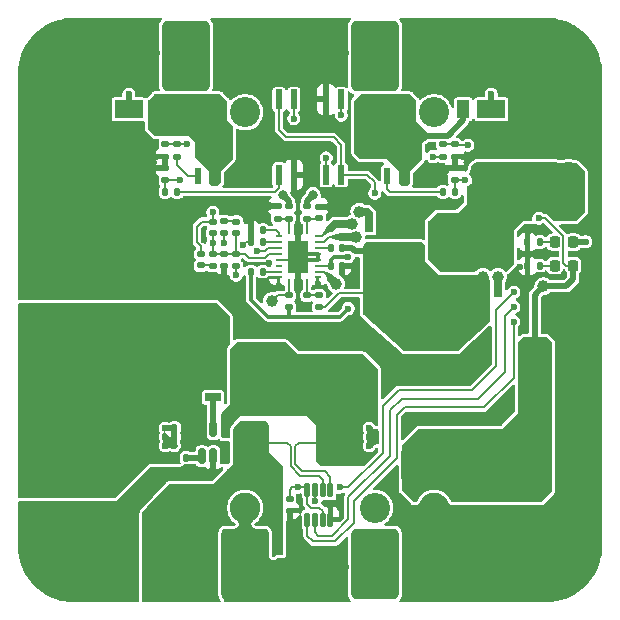
<source format=gbr>
%TF.GenerationSoftware,KiCad,Pcbnew,9.0.2*%
%TF.CreationDate,2025-07-12T02:52:05+01:00*%
%TF.ProjectId,PDB_AURA,5044425f-4155-4524-912e-6b696361645f,rev?*%
%TF.SameCoordinates,Original*%
%TF.FileFunction,Copper,L1,Top*%
%TF.FilePolarity,Positive*%
%FSLAX46Y46*%
G04 Gerber Fmt 4.6, Leading zero omitted, Abs format (unit mm)*
G04 Created by KiCad (PCBNEW 9.0.2) date 2025-07-12 02:52:05*
%MOMM*%
%LPD*%
G01*
G04 APERTURE LIST*
G04 Aperture macros list*
%AMRoundRect*
0 Rectangle with rounded corners*
0 $1 Rounding radius*
0 $2 $3 $4 $5 $6 $7 $8 $9 X,Y pos of 4 corners*
0 Add a 4 corners polygon primitive as box body*
4,1,4,$2,$3,$4,$5,$6,$7,$8,$9,$2,$3,0*
0 Add four circle primitives for the rounded corners*
1,1,$1+$1,$2,$3*
1,1,$1+$1,$4,$5*
1,1,$1+$1,$6,$7*
1,1,$1+$1,$8,$9*
0 Add four rect primitives between the rounded corners*
20,1,$1+$1,$2,$3,$4,$5,0*
20,1,$1+$1,$4,$5,$6,$7,0*
20,1,$1+$1,$6,$7,$8,$9,0*
20,1,$1+$1,$8,$9,$2,$3,0*%
%AMOutline5P*
0 Free polygon, 5 corners , with rotation*
0 The origin of the aperture is its center*
0 number of corners: always 5*
0 $1 to $10 corner X, Y*
0 $11 Rotation angle, in degrees counterclockwise*
0 create outline with 5 corners*
4,1,5,$1,$2,$3,$4,$5,$6,$7,$8,$9,$10,$1,$2,$11*%
%AMOutline6P*
0 Free polygon, 6 corners , with rotation*
0 The origin of the aperture is its center*
0 number of corners: always 6*
0 $1 to $12 corner X, Y*
0 $13 Rotation angle, in degrees counterclockwise*
0 create outline with 6 corners*
4,1,6,$1,$2,$3,$4,$5,$6,$7,$8,$9,$10,$11,$12,$1,$2,$13*%
%AMOutline7P*
0 Free polygon, 7 corners , with rotation*
0 The origin of the aperture is its center*
0 number of corners: always 7*
0 $1 to $14 corner X, Y*
0 $15 Rotation angle, in degrees counterclockwise*
0 create outline with 7 corners*
4,1,7,$1,$2,$3,$4,$5,$6,$7,$8,$9,$10,$11,$12,$13,$14,$1,$2,$15*%
%AMOutline8P*
0 Free polygon, 8 corners , with rotation*
0 The origin of the aperture is its center*
0 number of corners: always 8*
0 $1 to $16 corner X, Y*
0 $17 Rotation angle, in degrees counterclockwise*
0 create outline with 8 corners*
4,1,8,$1,$2,$3,$4,$5,$6,$7,$8,$9,$10,$11,$12,$13,$14,$15,$16,$1,$2,$17*%
G04 Aperture macros list end*
%TA.AperFunction,ComponentPad*%
%ADD10C,2.550000*%
%TD*%
%TA.AperFunction,ComponentPad*%
%ADD11C,1.500000*%
%TD*%
%TA.AperFunction,SMDPad,CuDef*%
%ADD12RoundRect,0.135000X-0.185000X0.135000X-0.185000X-0.135000X0.185000X-0.135000X0.185000X0.135000X0*%
%TD*%
%TA.AperFunction,SMDPad,CuDef*%
%ADD13RoundRect,0.250000X-0.325000X-1.100000X0.325000X-1.100000X0.325000X1.100000X-0.325000X1.100000X0*%
%TD*%
%TA.AperFunction,SMDPad,CuDef*%
%ADD14RoundRect,0.073750X-0.221250X0.736250X-0.221250X-0.736250X0.221250X-0.736250X0.221250X0.736250X0*%
%TD*%
%TA.AperFunction,SMDPad,CuDef*%
%ADD15RoundRect,0.135000X0.185000X-0.135000X0.185000X0.135000X-0.185000X0.135000X-0.185000X-0.135000X0*%
%TD*%
%TA.AperFunction,SMDPad,CuDef*%
%ADD16RoundRect,0.500000X3.500000X2.000000X-3.500000X2.000000X-3.500000X-2.000000X3.500000X-2.000000X0*%
%TD*%
%TA.AperFunction,SMDPad,CuDef*%
%ADD17RoundRect,0.135000X0.135000X0.185000X-0.135000X0.185000X-0.135000X-0.185000X0.135000X-0.185000X0*%
%TD*%
%TA.AperFunction,SMDPad,CuDef*%
%ADD18C,1.000000*%
%TD*%
%TA.AperFunction,SMDPad,CuDef*%
%ADD19RoundRect,0.250000X1.100000X-0.325000X1.100000X0.325000X-1.100000X0.325000X-1.100000X-0.325000X0*%
%TD*%
%TA.AperFunction,SMDPad,CuDef*%
%ADD20RoundRect,0.140000X-0.140000X-0.170000X0.140000X-0.170000X0.140000X0.170000X-0.140000X0.170000X0*%
%TD*%
%TA.AperFunction,SMDPad,CuDef*%
%ADD21R,0.710000X1.372000*%
%TD*%
%TA.AperFunction,SMDPad,CuDef*%
%ADD22R,4.520000X3.850000*%
%TD*%
%TA.AperFunction,SMDPad,CuDef*%
%ADD23R,0.710000X0.590000*%
%TD*%
%TA.AperFunction,SMDPad,CuDef*%
%ADD24RoundRect,0.140000X0.140000X0.170000X-0.140000X0.170000X-0.140000X-0.170000X0.140000X-0.170000X0*%
%TD*%
%TA.AperFunction,SMDPad,CuDef*%
%ADD25RoundRect,0.140000X-0.170000X0.140000X-0.170000X-0.140000X0.170000X-0.140000X0.170000X0.140000X0*%
%TD*%
%TA.AperFunction,SMDPad,CuDef*%
%ADD26RoundRect,0.218750X-0.218750X-0.256250X0.218750X-0.256250X0.218750X0.256250X-0.218750X0.256250X0*%
%TD*%
%TA.AperFunction,SMDPad,CuDef*%
%ADD27RoundRect,0.140000X0.170000X-0.140000X0.170000X0.140000X-0.170000X0.140000X-0.170000X-0.140000X0*%
%TD*%
%TA.AperFunction,ComponentPad*%
%ADD28C,0.800000*%
%TD*%
%TA.AperFunction,ComponentPad*%
%ADD29C,6.400000*%
%TD*%
%TA.AperFunction,ComponentPad*%
%ADD30C,2.650000*%
%TD*%
%TA.AperFunction,SMDPad,CuDef*%
%ADD31RoundRect,0.135000X-0.135000X-0.185000X0.135000X-0.185000X0.135000X0.185000X-0.135000X0.185000X0*%
%TD*%
%TA.AperFunction,SMDPad,CuDef*%
%ADD32R,0.480000X1.400000*%
%TD*%
%TA.AperFunction,SMDPad,CuDef*%
%ADD33Outline6P,-1.000000X1.362500X1.000000X1.362500X1.000000X-0.962500X0.600000X-1.362500X-0.600000X-1.362500X-1.000000X-0.962500X0.000000*%
%TD*%
%TA.AperFunction,SMDPad,CuDef*%
%ADD34R,0.560000X1.525000*%
%TD*%
%TA.AperFunction,SMDPad,CuDef*%
%ADD35R,0.250000X0.600000*%
%TD*%
%TA.AperFunction,SMDPad,CuDef*%
%ADD36R,0.600000X0.250000*%
%TD*%
%TA.AperFunction,SMDPad,CuDef*%
%ADD37R,1.700000X2.700000*%
%TD*%
%TA.AperFunction,SMDPad,CuDef*%
%ADD38RoundRect,0.060000X-0.180000X0.545000X-0.180000X-0.545000X0.180000X-0.545000X0.180000X0.545000X0*%
%TD*%
%TA.AperFunction,SMDPad,CuDef*%
%ADD39R,1.372000X0.710000*%
%TD*%
%TA.AperFunction,SMDPad,CuDef*%
%ADD40R,3.850000X4.520000*%
%TD*%
%TA.AperFunction,SMDPad,CuDef*%
%ADD41R,0.590000X0.710000*%
%TD*%
%TA.AperFunction,SMDPad,CuDef*%
%ADD42R,2.400000X1.500000*%
%TD*%
%TA.AperFunction,SMDPad,CuDef*%
%ADD43R,1.050000X1.500000*%
%TD*%
%TA.AperFunction,SMDPad,CuDef*%
%ADD44RoundRect,0.250000X-0.362500X-1.425000X0.362500X-1.425000X0.362500X1.425000X-0.362500X1.425000X0*%
%TD*%
%TA.AperFunction,SMDPad,CuDef*%
%ADD45RoundRect,0.487500X-2.012500X1.137500X-2.012500X-1.137500X2.012500X-1.137500X2.012500X1.137500X0*%
%TD*%
%TA.AperFunction,SMDPad,CuDef*%
%ADD46RoundRect,0.150000X0.150000X-0.512500X0.150000X0.512500X-0.150000X0.512500X-0.150000X-0.512500X0*%
%TD*%
%TA.AperFunction,SMDPad,CuDef*%
%ADD47RoundRect,0.073750X0.221250X-0.736250X0.221250X0.736250X-0.221250X0.736250X-0.221250X-0.736250X0*%
%TD*%
%TA.AperFunction,SMDPad,CuDef*%
%ADD48RoundRect,0.400000X1.600000X-2.600000X1.600000X2.600000X-1.600000X2.600000X-1.600000X-2.600000X0*%
%TD*%
%TA.AperFunction,SMDPad,CuDef*%
%ADD49RoundRect,0.400000X-1.600000X2.600000X-1.600000X-2.600000X1.600000X-2.600000X1.600000X2.600000X0*%
%TD*%
%TA.AperFunction,ViaPad*%
%ADD50C,0.600000*%
%TD*%
%TA.AperFunction,ViaPad*%
%ADD51C,0.800000*%
%TD*%
%TA.AperFunction,ViaPad*%
%ADD52C,1.000000*%
%TD*%
%TA.AperFunction,Conductor*%
%ADD53C,0.200000*%
%TD*%
%TA.AperFunction,Conductor*%
%ADD54C,0.500000*%
%TD*%
%TA.AperFunction,Conductor*%
%ADD55C,0.300000*%
%TD*%
%TA.AperFunction,Conductor*%
%ADD56C,0.650000*%
%TD*%
G04 APERTURE END LIST*
D10*
%TO.P,J304,1,1*%
%TO.N,GND*%
X85500000Y-91750000D03*
%TO.P,J304,2,2*%
%TO.N,+5V*%
X80500000Y-91750000D03*
D11*
%TO.P,J304,3,3*%
%TO.N,GND*%
X88500000Y-96750000D03*
%TO.P,J304,4,4*%
X77500000Y-96750000D03*
%TD*%
D10*
%TO.P,J303,1,1*%
%TO.N,GND*%
X69500000Y-91750000D03*
%TO.P,J303,2,2*%
%TO.N,+BATT_FILT*%
X64500000Y-91750000D03*
D11*
%TO.P,J303,3,3*%
%TO.N,GND*%
X72500000Y-96750000D03*
%TO.P,J303,4,4*%
%TO.N,+BATT_FILT*%
X61500000Y-96750000D03*
%TD*%
D10*
%TO.P,J301,1,1*%
%TO.N,/300_Connectors/VBAT_CH2*%
X80500000Y-58250000D03*
%TO.P,J301,2,2*%
%TO.N,+BATT_FILT*%
X85500000Y-58250000D03*
D11*
%TO.P,J301,3,3*%
%TO.N,GND*%
X77500000Y-53250000D03*
%TO.P,J301,4,4*%
X88500000Y-53250000D03*
%TD*%
D10*
%TO.P,J300,1,1*%
%TO.N,/300_Connectors/VBAT_CH1*%
X64500000Y-58250000D03*
%TO.P,J300,2,2*%
%TO.N,+BATT_FILT*%
X69500000Y-58250000D03*
D11*
%TO.P,J300,3,3*%
%TO.N,GND*%
X61500000Y-53250000D03*
%TO.P,J300,4,4*%
X72500000Y-53250000D03*
%TD*%
D12*
%TO.P,R202,1*%
%TO.N,GND*%
X72250000Y-66240000D03*
%TO.P,R202,2*%
%TO.N,/200_Buck_Regulator/5V_EN*%
X72250000Y-67260000D03*
%TD*%
D13*
%TO.P,C216,1*%
%TO.N,+5V*%
X94025000Y-78750000D03*
%TO.P,C216,2*%
%TO.N,GND*%
X96975000Y-78750000D03*
%TD*%
D14*
%TO.P,U301,1*%
%TO.N,/300_Connectors/MSFT_2_R*%
X77635000Y-57172500D03*
%TO.P,U301,2*%
%TO.N,GND*%
X76365000Y-57172500D03*
%TO.P,U301,3*%
%TO.N,/300_Connectors/VGS_CH2*%
X76365000Y-63562500D03*
%TO.P,U301,4*%
%TO.N,+5V*%
X77635000Y-63562500D03*
%TD*%
D15*
%TO.P,R210,1*%
%TO.N,/200_Buck_Regulator/5V_SW*%
X75750000Y-74760000D03*
%TO.P,R210,2*%
%TO.N,/200_Buck_Regulator/5V_ILIM*%
X75750000Y-73740000D03*
%TD*%
%TO.P,R201,1*%
%TO.N,/200_Buck_Regulator/5V_EN*%
X73250000Y-67260000D03*
%TO.P,R201,2*%
%TO.N,+BATT_FILT*%
X73250000Y-66240000D03*
%TD*%
D12*
%TO.P,R206,1*%
%TO.N,/200_Buck_Regulator/5V_FB*%
X68750000Y-70240000D03*
%TO.P,R206,2*%
%TO.N,+5V*%
X68750000Y-71260000D03*
%TD*%
D15*
%TO.P,R200,1*%
%TO.N,/200_Buck_Regulator/5V_VIN*%
X74750000Y-67260000D03*
%TO.P,R200,2*%
%TO.N,+BATT_FILT*%
X74750000Y-66240000D03*
%TD*%
D16*
%TO.P,J102,1,1*%
%TO.N,GND*%
X56000000Y-63750000D03*
%TD*%
D17*
%TO.P,R203,1*%
%TO.N,/200_Buck_Regulator/5V_SYNCIN*%
X71010000Y-71750000D03*
%TO.P,R203,2*%
%TO.N,+5V_VCC*%
X69990000Y-71750000D03*
%TD*%
D18*
%TO.P,TP202,1,1*%
%TO.N,/200_Buck_Regulator/5V_PGOOD*%
X71750000Y-74250000D03*
%TD*%
D19*
%TO.P,C200,1*%
%TO.N,+BATT_FILT*%
X90500000Y-63975000D03*
%TO.P,C200,2*%
%TO.N,GND*%
X90500000Y-61025000D03*
%TD*%
D20*
%TO.P,C207,1*%
%TO.N,/200_Buck_Regulator/5V_BST*%
X76770000Y-69750000D03*
%TO.P,C207,2*%
%TO.N,/200_Buck_Regulator/5V_SW*%
X77730000Y-69750000D03*
%TD*%
D13*
%TO.P,C205,1*%
%TO.N,+5V*%
X94025000Y-85750000D03*
%TO.P,C205,2*%
%TO.N,GND*%
X96975000Y-85750000D03*
%TD*%
D21*
%TO.P,Q200,1,G*%
%TO.N,/200_Buck_Regulator/5V_HO*%
X90905000Y-73211000D03*
D22*
%TO.P,Q200,2,D*%
%TO.N,+BATT_FILT*%
X89000000Y-69500000D03*
D23*
X87095000Y-67280000D03*
X88365000Y-67280000D03*
X89635000Y-67280000D03*
X90905000Y-67280000D03*
D21*
%TO.P,Q200,3,S*%
%TO.N,/200_Buck_Regulator/5V_SW*%
X87095000Y-73211000D03*
X88365000Y-73211000D03*
X89635000Y-73211000D03*
%TD*%
D12*
%TO.P,R209,1*%
%TO.N,/200_Buck_Regulator/5V_PGOOD*%
X73250000Y-73740000D03*
%TO.P,R209,2*%
%TO.N,+5V_VCC*%
X73250000Y-74760000D03*
%TD*%
D24*
%TO.P,C104,1*%
%TO.N,+BATT*%
X64480000Y-85000000D03*
%TO.P,C104,2*%
%TO.N,GND*%
X63520000Y-85000000D03*
%TD*%
D25*
%TO.P,C210,1*%
%TO.N,/200_Buck_Regulator/5V_ILIM*%
X74750000Y-73770000D03*
%TO.P,C210,2*%
%TO.N,GND*%
X74750000Y-74730000D03*
%TD*%
D26*
%TO.P,D200,1,K*%
%TO.N,/200_Buck_Regulator/5V_LED*%
X95712500Y-71250000D03*
%TO.P,D200,2,A*%
%TO.N,+5V*%
X97287500Y-71250000D03*
%TD*%
D27*
%TO.P,C218,1*%
%TO.N,+BATT_FILT*%
X97500000Y-62980000D03*
%TO.P,C218,2*%
%TO.N,GND*%
X97500000Y-62020000D03*
%TD*%
D28*
%TO.P,H102,1,1*%
%TO.N,GND*%
X92600000Y-55000000D03*
X93302944Y-53302944D03*
X93302944Y-56697056D03*
X95000000Y-52600000D03*
D29*
X95000000Y-55000000D03*
D28*
X95000000Y-57400000D03*
X96697056Y-53302944D03*
X96697056Y-56697056D03*
X97400000Y-55000000D03*
%TD*%
D25*
%TO.P,C212,1*%
%TO.N,/200_Buck_Regulator/COMP_FB_C*%
X66750000Y-67520000D03*
%TO.P,C212,2*%
%TO.N,/200_Buck_Regulator/5V_FB*%
X66750000Y-68480000D03*
%TD*%
D18*
%TO.P,TP101,1,1*%
%TO.N,+BATT_FILT*%
X70750000Y-89250000D03*
%TD*%
D24*
%TO.P,C211,1*%
%TO.N,/200_Buck_Regulator/5V_SS*%
X70980000Y-69250000D03*
%TO.P,C211,2*%
%TO.N,GND*%
X70020000Y-69250000D03*
%TD*%
D30*
%TO.P,J100,1,1*%
%TO.N,+BATT*%
X63250000Y-77500000D03*
%TO.P,J100,2,2*%
%TO.N,GND*%
X63250000Y-72500000D03*
D11*
%TO.P,J100,3,3*%
X53250000Y-69500000D03*
%TO.P,J100,4,4*%
%TO.N,+BATT*%
X53250000Y-80500000D03*
%TD*%
D31*
%TO.P,R211,1*%
%TO.N,GND*%
X93410000Y-71250000D03*
%TO.P,R211,2*%
%TO.N,/200_Buck_Regulator/5V_LED*%
X94430000Y-71250000D03*
%TD*%
D32*
%TO.P,Q300,1,G*%
%TO.N,/300_Connectors/VGS_CH1_R*%
X65500000Y-63688000D03*
D33*
%TO.P,Q300,2,D*%
%TO.N,/300_Connectors/VBAT_CH1*%
X67000000Y-61500000D03*
D34*
X67000000Y-63625000D03*
D32*
%TO.P,Q300,3,S*%
%TO.N,GND*%
X68500000Y-63688000D03*
%TD*%
D12*
%TO.P,R207,1*%
%TO.N,/200_Buck_Regulator/5V_FB*%
X66750000Y-70240000D03*
%TO.P,R207,2*%
%TO.N,/200_Buck_Regulator/COMP_FB_R*%
X66750000Y-71260000D03*
%TD*%
D28*
%TO.P,H101,1,1*%
%TO.N,GND*%
X52600000Y-55000000D03*
X53302944Y-53302944D03*
X53302944Y-56697056D03*
X55000000Y-52600000D03*
D29*
X55000000Y-55000000D03*
D28*
X55000000Y-57400000D03*
X56697056Y-53302944D03*
X56697056Y-56697056D03*
X57400000Y-55000000D03*
%TD*%
D31*
%TO.P,R208,1*%
%TO.N,GND*%
X69990000Y-68250000D03*
%TO.P,R208,2*%
%TO.N,/200_Buck_Regulator/5V_RT*%
X71010000Y-68250000D03*
%TD*%
D35*
%TO.P,U200,1,EN/UVLO*%
%TO.N,/200_Buck_Regulator/5V_EN*%
X73250000Y-68350000D03*
D36*
%TO.P,U200,2,RT*%
%TO.N,/200_Buck_Regulator/5V_RT*%
X72350000Y-68750000D03*
%TO.P,U200,3,SS/TRK*%
%TO.N,/200_Buck_Regulator/5V_SS*%
X72350000Y-69250000D03*
%TO.P,U200,4,COMP*%
%TO.N,/200_Buck_Regulator/COMP_FB_C*%
X72350000Y-69750000D03*
%TO.P,U200,5,FB*%
%TO.N,/200_Buck_Regulator/5V_FB*%
X72350000Y-70250000D03*
%TO.P,U200,6,AGND*%
%TO.N,GND*%
X72350000Y-70750000D03*
%TO.P,U200,7,SYNCOUT*%
%TO.N,unconnected-(U200-SYNCOUT-Pad7)*%
X72350000Y-71250000D03*
%TO.P,U200,8,SYNCIN*%
%TO.N,/200_Buck_Regulator/5V_SYNCIN*%
X72350000Y-71750000D03*
%TO.P,U200,9,NC_1*%
%TO.N,GND*%
X72350000Y-72250000D03*
D35*
%TO.P,U200,10,PGOOD*%
%TO.N,/200_Buck_Regulator/5V_PGOOD*%
X73250000Y-72650000D03*
%TO.P,U200,11,ILIM*%
%TO.N,/200_Buck_Regulator/5V_ILIM*%
X74750000Y-72650000D03*
D36*
%TO.P,U200,12,PGND*%
%TO.N,GND*%
X75650000Y-72250000D03*
%TO.P,U200,13,LO*%
%TO.N,/200_Buck_Regulator/5V_LO*%
X75650000Y-71750000D03*
%TO.P,U200,14,VCC*%
%TO.N,+5V_VCC*%
X75650000Y-71250000D03*
%TO.P,U200,15,EP_1*%
%TO.N,GND*%
X75650000Y-70750000D03*
%TO.P,U200,16,NC_2*%
X75650000Y-70250000D03*
%TO.P,U200,17,BST*%
%TO.N,/200_Buck_Regulator/5V_BST*%
X75650000Y-69750000D03*
%TO.P,U200,18,HO*%
%TO.N,/200_Buck_Regulator/5V_HO*%
X75650000Y-69250000D03*
%TO.P,U200,19,SW*%
%TO.N,/200_Buck_Regulator/5V_SW*%
X75650000Y-68750000D03*
D35*
%TO.P,U200,20,VIN*%
%TO.N,/200_Buck_Regulator/5V_VIN*%
X74750000Y-68350000D03*
D37*
%TO.P,U200,21,EP_2*%
%TO.N,GND*%
X74000000Y-70500000D03*
%TD*%
D20*
%TO.P,C202,1*%
%TO.N,+5V*%
X95020000Y-88000000D03*
%TO.P,C202,2*%
%TO.N,GND*%
X95980000Y-88000000D03*
%TD*%
%TO.P,C209,1*%
%TO.N,+5V_VCC*%
X76770000Y-71250000D03*
%TO.P,C209,2*%
%TO.N,GND*%
X77730000Y-71250000D03*
%TD*%
D21*
%TO.P,Q201,1,G*%
%TO.N,/200_Buck_Regulator/5V_LO*%
X80019000Y-67754000D03*
D23*
%TO.P,Q201,2,D*%
%TO.N,/200_Buck_Regulator/5V_SW*%
X80019000Y-73568000D03*
X81289000Y-73568000D03*
X82559000Y-73568000D03*
X83829000Y-73568000D03*
D22*
X81924000Y-71348000D03*
D21*
%TO.P,Q201,3,S*%
%TO.N,GND*%
X81289000Y-67754000D03*
X82559000Y-67754000D03*
X83829000Y-67754000D03*
%TD*%
D15*
%TO.P,R205,1*%
%TO.N,GND*%
X67750000Y-71260000D03*
%TO.P,R205,2*%
%TO.N,/200_Buck_Regulator/5V_FB*%
X67750000Y-70240000D03*
%TD*%
D28*
%TO.P,H100,1,1*%
%TO.N,GND*%
X92600000Y-95000000D03*
X93302944Y-93302944D03*
X93302944Y-96697056D03*
X95000000Y-92600000D03*
D29*
X95000000Y-95000000D03*
D28*
X95000000Y-97400000D03*
X96697056Y-93302944D03*
X96697056Y-96697056D03*
X97400000Y-95000000D03*
%TD*%
D18*
%TO.P,TP100,1,1*%
%TO.N,+BATT*%
X63500000Y-82750000D03*
%TD*%
D20*
%TO.P,C203,1*%
%TO.N,+5V*%
X95020000Y-89000000D03*
%TO.P,C203,2*%
%TO.N,GND*%
X95980000Y-89000000D03*
%TD*%
%TO.P,C101,1*%
%TO.N,+BATT*%
X63540000Y-87500000D03*
%TO.P,C101,2*%
%TO.N,/100_Power/VCAP*%
X64500000Y-87500000D03*
%TD*%
D28*
%TO.P,H103,1,1*%
%TO.N,GND*%
X52600000Y-95000000D03*
X53302944Y-93302944D03*
X53302944Y-96697056D03*
X55000000Y-92600000D03*
D29*
X55000000Y-95000000D03*
D28*
X55000000Y-97400000D03*
X56697056Y-93302944D03*
X56697056Y-96697056D03*
X57400000Y-95000000D03*
%TD*%
D31*
%TO.P,R101,1*%
%TO.N,GND*%
X93410000Y-69250000D03*
%TO.P,R101,2*%
%TO.N,/100_Power/VBAT_LED*%
X94430000Y-69250000D03*
%TD*%
D38*
%TO.P,U302,1,IN+*%
%TO.N,INA_IN+*%
X76725000Y-90245000D03*
%TO.P,U302,2,IN-*%
%TO.N,+BATT_FILT*%
X76075000Y-90245000D03*
%TO.P,U302,3,GND*%
%TO.N,GND*%
X75425000Y-90245000D03*
%TO.P,U302,4,VS*%
%TO.N,+3V3*%
X74775000Y-90245000D03*
%TO.P,U302,5,SCL*%
%TO.N,SCL*%
X74775000Y-92755000D03*
%TO.P,U302,6,SDA*%
%TO.N,SDA*%
X75425000Y-92755000D03*
%TO.P,U302,7,A0*%
%TO.N,+3V3*%
X76075000Y-92755000D03*
%TO.P,U302,8,A1*%
%TO.N,GND*%
X76725000Y-92755000D03*
%TD*%
D12*
%TO.P,R204,1*%
%TO.N,/200_Buck_Regulator/5V_FB_RC*%
X67750000Y-67490000D03*
%TO.P,R204,2*%
%TO.N,+5V*%
X67750000Y-68510000D03*
%TD*%
D13*
%TO.P,C204,1*%
%TO.N,+5V*%
X94025000Y-82250000D03*
%TO.P,C204,2*%
%TO.N,GND*%
X96975000Y-82250000D03*
%TD*%
D39*
%TO.P,Q100,1,G*%
%TO.N,/100_Power/PLR_G*%
X66789000Y-82405000D03*
D40*
%TO.P,Q100,2,D*%
%TO.N,INA_IN+*%
X70500000Y-80500000D03*
D41*
X72720000Y-78595000D03*
X72720000Y-79865000D03*
X72720000Y-81135000D03*
X72720000Y-82405000D03*
D39*
%TO.P,Q100,3,S*%
%TO.N,+BATT*%
X66789000Y-78595000D03*
X66789000Y-79865000D03*
X66789000Y-81135000D03*
%TD*%
D25*
%TO.P,C214,1*%
%TO.N,/200_Buck_Regulator/5V_FB_RC*%
X68750000Y-67520000D03*
%TO.P,C214,2*%
%TO.N,/200_Buck_Regulator/5V_FB*%
X68750000Y-68480000D03*
%TD*%
D42*
%TO.P,D300,1,K*%
%TO.N,+BATT_FILT*%
X59650000Y-58000000D03*
D43*
%TO.P,D300,2,A*%
%TO.N,/300_Connectors/VBAT_CH1*%
X62025000Y-58000000D03*
%TD*%
D20*
%TO.P,C215,1*%
%TO.N,+5V*%
X95020000Y-90000000D03*
%TO.P,C215,2*%
%TO.N,GND*%
X95980000Y-90000000D03*
%TD*%
D27*
%TO.P,C213,1*%
%TO.N,/200_Buck_Regulator/COMP_FB_R*%
X65750000Y-71230000D03*
%TO.P,C213,2*%
%TO.N,/200_Buck_Regulator/COMP_FB_C*%
X65750000Y-70270000D03*
%TD*%
D26*
%TO.P,D100,1,K*%
%TO.N,/100_Power/VBAT_LED*%
X95712500Y-69250000D03*
%TO.P,D100,2,A*%
%TO.N,+BATT_FILT*%
X97287500Y-69250000D03*
%TD*%
D18*
%TO.P,TP200,1,1*%
%TO.N,+5V*%
X94750000Y-73000000D03*
%TD*%
D27*
%TO.P,C217,1*%
%TO.N,+BATT_FILT*%
X96250000Y-62980000D03*
%TO.P,C217,2*%
%TO.N,GND*%
X96250000Y-62020000D03*
%TD*%
D31*
%TO.P,R307,1*%
%TO.N,/300_Connectors/VGS_CH2_R*%
X86240000Y-65000000D03*
%TO.P,R307,2*%
%TO.N,/300_Connectors/VGS_CH2*%
X87260000Y-65000000D03*
%TD*%
D32*
%TO.P,Q301,1,G*%
%TO.N,/300_Connectors/VGS_CH2_R*%
X81500000Y-63688000D03*
D33*
%TO.P,Q301,2,D*%
%TO.N,/300_Connectors/VBAT_CH2*%
X83000000Y-61500000D03*
D34*
X83000000Y-63625000D03*
D32*
%TO.P,Q301,3,S*%
%TO.N,GND*%
X84500000Y-63688000D03*
%TD*%
D44*
%TO.P,R100,1*%
%TO.N,+BATT_FILT*%
X70596500Y-86250000D03*
%TO.P,R100,2*%
%TO.N,INA_IN+*%
X76521500Y-86250000D03*
%TD*%
D25*
%TO.P,C300,1*%
%TO.N,+3V3*%
X73280000Y-91020000D03*
%TO.P,C300,2*%
%TO.N,GND*%
X73280000Y-91980000D03*
%TD*%
D12*
%TO.P,R300,1*%
%TO.N,GND*%
X62750000Y-62990000D03*
%TO.P,R300,2*%
%TO.N,MSFT_1*%
X62750000Y-64010000D03*
%TD*%
%TO.P,R306,1*%
%TO.N,GND*%
X87250000Y-62990000D03*
%TO.P,R306,2*%
%TO.N,/300_Connectors/VGS_CH2*%
X87250000Y-64010000D03*
%TD*%
D15*
%TO.P,R305,1*%
%TO.N,/300_Connectors/MSFT_2_R*%
X86250000Y-62010000D03*
%TO.P,R305,2*%
%TO.N,MSFT_2*%
X86250000Y-60990000D03*
%TD*%
D45*
%TO.P,L200,1,1*%
%TO.N,/200_Buck_Regulator/5V_SW*%
X85250000Y-76875000D03*
%TO.P,L200,2,2*%
%TO.N,+5V*%
X85250000Y-88125000D03*
%TD*%
D16*
%TO.P,J101,1,1*%
%TO.N,+BATT*%
X56000000Y-86250000D03*
%TD*%
D17*
%TO.P,R301,1*%
%TO.N,/300_Connectors/MSFT_1_R*%
X63760000Y-65000000D03*
%TO.P,R301,2*%
%TO.N,MSFT_1*%
X62740000Y-65000000D03*
%TD*%
D15*
%TO.P,R302,1*%
%TO.N,GND*%
X62760000Y-62010000D03*
%TO.P,R302,2*%
%TO.N,/300_Connectors/VGS_CH1*%
X62760000Y-60990000D03*
%TD*%
D27*
%TO.P,C208,1*%
%TO.N,/200_Buck_Regulator/5V_VIN*%
X75750000Y-67230000D03*
%TO.P,C208,2*%
%TO.N,GND*%
X75750000Y-66270000D03*
%TD*%
D15*
%TO.P,R303,1*%
%TO.N,/300_Connectors/VGS_CH1_R*%
X63750000Y-62010000D03*
%TO.P,R303,2*%
%TO.N,/300_Connectors/VGS_CH1*%
X63750000Y-60990000D03*
%TD*%
D19*
%TO.P,C102,1*%
%TO.N,INA_IN+*%
X75809000Y-79975000D03*
%TO.P,C102,2*%
%TO.N,GND*%
X75809000Y-77025000D03*
%TD*%
D42*
%TO.P,D301,1,K*%
%TO.N,+BATT_FILT*%
X90350000Y-58000000D03*
D43*
%TO.P,D301,2,A*%
%TO.N,/300_Connectors/VBAT_CH2*%
X87975000Y-58000000D03*
%TD*%
D46*
%TO.P,U100,1,VCAP*%
%TO.N,/100_Power/VCAP*%
X65859000Y-87387500D03*
%TO.P,U100,2,GND*%
%TO.N,GND*%
X66809000Y-87387500D03*
%TO.P,U100,3,EN*%
%TO.N,+BATT*%
X67759000Y-87387500D03*
%TO.P,U100,4,CATHODE*%
%TO.N,INA_IN+*%
X67759000Y-85112500D03*
%TO.P,U100,5,GATE*%
%TO.N,/100_Power/PLR_G*%
X66809000Y-85112500D03*
%TO.P,U100,6,ANODE*%
%TO.N,+BATT*%
X65859000Y-85112500D03*
%TD*%
D15*
%TO.P,R304,1*%
%TO.N,GND*%
X87250000Y-62010000D03*
%TO.P,R304,2*%
%TO.N,MSFT_2*%
X87250000Y-60990000D03*
%TD*%
D19*
%TO.P,C201,1*%
%TO.N,+BATT_FILT*%
X94000000Y-63975000D03*
%TO.P,C201,2*%
%TO.N,GND*%
X94000000Y-61025000D03*
%TD*%
D47*
%TO.P,U300,1*%
%TO.N,/300_Connectors/MSFT_1_R*%
X72365000Y-63562500D03*
%TO.P,U300,2*%
%TO.N,GND*%
X73635000Y-63562500D03*
%TO.P,U300,3*%
%TO.N,/300_Connectors/VGS_CH1*%
X73635000Y-57172500D03*
%TO.P,U300,4*%
%TO.N,+5V*%
X72365000Y-57172500D03*
%TD*%
D48*
%TO.P,J312,1,1*%
%TO.N,GND*%
X69500000Y-96500000D03*
%TD*%
D49*
%TO.P,J307,1,1*%
%TO.N,+BATT_FILT*%
X80500000Y-53500000D03*
%TD*%
D48*
%TO.P,J306,1,1*%
%TO.N,GND*%
X69500000Y-53500000D03*
%TD*%
D49*
%TO.P,J308,1,1*%
%TO.N,GND*%
X85500000Y-53500000D03*
%TD*%
D48*
%TO.P,J309,1,1*%
%TO.N,+BATT_FILT*%
X80500000Y-96500000D03*
%TD*%
%TO.P,J310,1,1*%
%TO.N,GND*%
X85500000Y-96500000D03*
%TD*%
%TO.P,J305,1,1*%
%TO.N,+BATT_FILT*%
X64500000Y-53500000D03*
%TD*%
%TO.P,J311,1,1*%
%TO.N,+BATT_FILT*%
X64500000Y-96500000D03*
%TD*%
D50*
%TO.N,GND*%
X90490000Y-61800000D03*
X84000000Y-53500000D03*
X52750000Y-72750000D03*
X68750000Y-55750000D03*
X94990000Y-61800000D03*
X85850000Y-63250000D03*
X74011169Y-73332331D03*
X70450000Y-63900000D03*
D51*
X55400000Y-63100000D03*
D50*
X90250000Y-95250000D03*
X75470000Y-96040000D03*
X68000000Y-52750000D03*
X69500000Y-95000000D03*
X66750000Y-65750000D03*
X57750000Y-67750000D03*
X84000000Y-97250000D03*
X69656140Y-67436186D03*
X87000000Y-95750000D03*
X84750000Y-51250000D03*
X68000000Y-54250000D03*
X65250000Y-72750000D03*
D51*
X81285000Y-65850000D03*
D50*
X92990000Y-61800000D03*
D51*
X76550000Y-77750000D03*
D50*
X86250000Y-52000000D03*
X85500000Y-55750000D03*
X91500000Y-60250000D03*
X70250000Y-51250000D03*
X95000000Y-60250000D03*
X57750000Y-70250000D03*
X60250000Y-70250000D03*
X85500000Y-94250000D03*
X89500000Y-60250000D03*
X77040000Y-59034330D03*
X68000000Y-53500000D03*
X97650000Y-86750000D03*
X76720000Y-91500000D03*
X69500000Y-94250000D03*
X62750000Y-67750000D03*
X66014772Y-69034653D03*
X86550000Y-63250000D03*
D51*
X59150000Y-65600000D03*
D50*
X68750000Y-52750000D03*
X84750000Y-95750000D03*
X68000000Y-98750000D03*
X60250000Y-60250000D03*
X52750000Y-60250000D03*
X94000000Y-60250000D03*
X63500000Y-86500000D03*
X87000000Y-98000000D03*
X75650000Y-72760000D03*
X84000000Y-52000000D03*
X84000000Y-55750000D03*
X85500000Y-97250000D03*
X85500000Y-54250000D03*
D51*
X57900000Y-61850000D03*
D50*
X87000000Y-53500000D03*
X84750000Y-54250000D03*
X91490000Y-61800000D03*
X68000000Y-97250000D03*
X67750000Y-72050000D03*
X75250000Y-55250000D03*
D51*
X55400000Y-61850000D03*
D50*
X90250000Y-52750000D03*
D51*
X79250000Y-65500000D03*
D50*
X68750000Y-51250000D03*
X84750000Y-55000000D03*
X71000000Y-95750000D03*
D51*
X59150000Y-63100000D03*
X55400000Y-65600000D03*
D50*
X68000000Y-98000000D03*
X70250000Y-94250000D03*
D51*
X59150000Y-61850000D03*
D50*
X57750000Y-72750000D03*
X62750000Y-85000000D03*
X86250000Y-51250000D03*
X84000000Y-95750000D03*
X84750000Y-55750000D03*
X84000000Y-94250000D03*
X86250000Y-97250000D03*
X71000000Y-55000000D03*
X87000000Y-55750000D03*
X76948406Y-61530000D03*
X97750000Y-77750000D03*
D51*
X57900000Y-63100000D03*
D50*
X87000000Y-52000000D03*
X69500000Y-95750000D03*
X68750000Y-98000000D03*
D51*
X56650000Y-63100000D03*
D50*
X80000000Y-85000000D03*
X86250000Y-54250000D03*
X97510000Y-61240000D03*
X60000000Y-97750000D03*
X70250000Y-97250000D03*
X97750000Y-57750000D03*
D51*
X74000000Y-69750000D03*
D50*
X96650000Y-90050000D03*
D51*
X52900000Y-64350000D03*
D50*
X70250000Y-96500000D03*
X85500000Y-98000000D03*
X73631116Y-59647414D03*
X84000000Y-52750000D03*
X71000000Y-55750000D03*
X60250000Y-67750000D03*
D51*
X78250000Y-65500000D03*
D50*
X91250000Y-83250000D03*
X71000000Y-96500000D03*
X68750000Y-94250000D03*
X71000000Y-52750000D03*
X77750000Y-55250000D03*
D51*
X54150000Y-64350000D03*
D50*
X96650000Y-89050000D03*
X55250000Y-67750000D03*
X62750000Y-85750000D03*
X85500000Y-95750000D03*
X86250000Y-55750000D03*
X97750000Y-90250000D03*
X73280000Y-92740000D03*
X84750000Y-95000000D03*
X68750000Y-96500000D03*
D51*
X76670000Y-66290000D03*
D50*
X85500000Y-95000000D03*
X70250000Y-53500000D03*
X68750000Y-95750000D03*
X86250000Y-98750000D03*
X73625000Y-62150000D03*
D51*
X52900000Y-65600000D03*
D50*
X97750000Y-60250000D03*
X80000000Y-86500000D03*
X87000000Y-52750000D03*
X86250000Y-98000000D03*
X68750000Y-52000000D03*
X90250000Y-97750000D03*
X84000000Y-55000000D03*
X87750000Y-80250000D03*
X85150000Y-63950000D03*
X69500000Y-52750000D03*
X74073465Y-74730000D03*
X72750000Y-55250000D03*
X87000000Y-98750000D03*
X55250000Y-70250000D03*
D51*
X57900000Y-64350000D03*
X57900000Y-65600000D03*
D50*
X87000000Y-97250000D03*
X84000000Y-98000000D03*
D51*
X59150000Y-64350000D03*
D50*
X71000000Y-54250000D03*
D51*
X54150000Y-61850000D03*
D50*
X70250000Y-98000000D03*
X88070000Y-62010000D03*
D51*
X77250000Y-65500000D03*
D50*
X69800000Y-63250000D03*
D51*
X55400000Y-64350000D03*
D50*
X68000000Y-51250000D03*
X68750000Y-54250000D03*
X74785717Y-97549875D03*
X85250000Y-80250000D03*
X71000000Y-98000000D03*
X60250000Y-72750000D03*
X80000000Y-85750000D03*
X93430000Y-68420000D03*
X57750000Y-60250000D03*
D51*
X52900000Y-61850000D03*
D50*
X66000000Y-89000000D03*
X71000000Y-98750000D03*
X85850000Y-63950000D03*
X68000000Y-96500000D03*
X77750000Y-95250000D03*
X84750000Y-52750000D03*
X84000000Y-54250000D03*
X68750000Y-97250000D03*
X68750000Y-95000000D03*
D51*
X83825000Y-65850000D03*
D50*
X86250000Y-53500000D03*
X74000000Y-65275000D03*
X69500000Y-52000000D03*
D51*
X54150000Y-65600000D03*
D50*
X69500000Y-53500000D03*
X69500000Y-54250000D03*
X55250000Y-72750000D03*
X88070000Y-63000000D03*
X68000000Y-55750000D03*
X86250000Y-95750000D03*
X71000000Y-97250000D03*
X76375000Y-58500000D03*
X61930000Y-62990000D03*
X69500000Y-55750000D03*
X85500000Y-53500000D03*
X87000000Y-96500000D03*
X91250000Y-84250000D03*
X85150000Y-63250000D03*
D51*
X56650000Y-61850000D03*
D50*
X70250000Y-52750000D03*
X85500000Y-52750000D03*
X84000000Y-98750000D03*
X69150000Y-63900000D03*
X87000000Y-51250000D03*
D51*
X82560000Y-66750000D03*
D50*
X89490000Y-61800000D03*
X68750000Y-98750000D03*
X78925000Y-71250000D03*
X69500000Y-98750000D03*
D51*
X74000000Y-71250000D03*
D50*
X90250000Y-84250000D03*
X85500000Y-51250000D03*
X70250000Y-54250000D03*
X86250000Y-55000000D03*
X97750000Y-79750000D03*
X96650000Y-88050000D03*
X75250000Y-52750000D03*
X69500000Y-55000000D03*
X70250000Y-98750000D03*
X97750000Y-78750000D03*
X85500000Y-98750000D03*
D51*
X56650000Y-65600000D03*
D50*
X72350000Y-72950000D03*
X71000000Y-51250000D03*
X84750000Y-96500000D03*
X69500000Y-51250000D03*
X97650000Y-81250000D03*
X93000000Y-60250000D03*
X68000000Y-55000000D03*
X84750000Y-52000000D03*
X97750000Y-87750000D03*
X68000000Y-95750000D03*
X93420000Y-70420000D03*
X71000000Y-94250000D03*
X75425000Y-91140000D03*
D51*
X83830000Y-66750000D03*
D50*
X55250000Y-60250000D03*
D51*
X52900000Y-63100000D03*
X54150000Y-63100000D03*
D50*
X93990000Y-61800000D03*
X70250000Y-52000000D03*
X96250000Y-61240000D03*
X65750000Y-66750000D03*
X70250000Y-95000000D03*
X69500000Y-96500000D03*
X71000000Y-52000000D03*
X63520000Y-85750000D03*
X68000000Y-95000000D03*
X69350000Y-69518329D03*
X84000000Y-96500000D03*
X90500000Y-60250000D03*
X87000000Y-54250000D03*
X82750000Y-80250000D03*
D51*
X74950000Y-77750000D03*
D50*
X71000000Y-53500000D03*
X71560918Y-71021075D03*
X69150000Y-63250000D03*
X86250000Y-96500000D03*
X86250000Y-95000000D03*
X87000000Y-55000000D03*
X87000000Y-94250000D03*
X87000000Y-95000000D03*
X70250000Y-55750000D03*
X86250000Y-94250000D03*
X85500000Y-55000000D03*
X68000000Y-94250000D03*
X85500000Y-96500000D03*
X70250000Y-95750000D03*
X84750000Y-94250000D03*
X84750000Y-98000000D03*
X85380000Y-61110000D03*
X68000000Y-52000000D03*
X84750000Y-98750000D03*
X61930000Y-62010000D03*
X70450000Y-63250000D03*
X84750000Y-53500000D03*
X84000000Y-95000000D03*
X68750000Y-55000000D03*
X69500000Y-97250000D03*
X84000000Y-51250000D03*
X62750000Y-70250000D03*
X92781866Y-71382494D03*
X52750000Y-67750000D03*
X73999999Y-67689133D03*
X69800000Y-63900000D03*
X86250000Y-52750000D03*
D51*
X71400000Y-66240000D03*
D50*
X84750000Y-97250000D03*
X68750000Y-53500000D03*
D51*
X82555000Y-65850000D03*
D50*
X97650000Y-82250000D03*
X69500000Y-98000000D03*
X71000000Y-95000000D03*
D51*
X81290000Y-66750000D03*
X56650000Y-64350000D03*
D50*
X70250000Y-55000000D03*
X60250000Y-52750000D03*
X62750000Y-86500000D03*
X80250000Y-77750000D03*
X85500000Y-52000000D03*
X60000000Y-92750000D03*
%TO.N,+5V*%
X93250000Y-79750000D03*
X93250000Y-88000000D03*
X91250000Y-88000000D03*
X92250000Y-84750000D03*
X93250000Y-84750000D03*
X93250000Y-83250000D03*
X94250000Y-89000000D03*
X80475000Y-65100000D03*
X90250000Y-90000000D03*
X93250000Y-82250000D03*
X93250000Y-77750000D03*
X91250000Y-85750000D03*
X92250000Y-90000000D03*
X93250000Y-85750000D03*
X91250000Y-86750000D03*
X94370000Y-67224998D03*
X94250000Y-88000000D03*
X93250000Y-78750000D03*
X94250000Y-90000000D03*
X90250000Y-85750000D03*
X90250000Y-89000000D03*
X91250000Y-89000000D03*
X91250000Y-90000000D03*
X90250000Y-88000000D03*
X93250000Y-89000000D03*
X90250000Y-86750000D03*
X93250000Y-86750000D03*
X93250000Y-81250000D03*
X92250000Y-85750000D03*
X67750000Y-69350000D03*
X92250000Y-89000000D03*
X93250000Y-90000000D03*
X92250000Y-86750000D03*
X68750000Y-72050000D03*
X92250000Y-88000000D03*
D52*
%TO.N,/200_Buck_Regulator/5V_SW*%
X78550000Y-67700000D03*
D51*
X83500000Y-71250000D03*
X80250000Y-71250000D03*
X83500000Y-70000000D03*
D52*
X89650000Y-72185000D03*
D51*
X83500000Y-72500000D03*
X80250000Y-70000000D03*
X82000000Y-71250000D03*
X80250000Y-72500000D03*
X82000000Y-72500000D03*
X82000000Y-70000000D03*
D50*
%TO.N,/200_Buck_Regulator/COMP_FB_C*%
X70492220Y-69967739D03*
X66760000Y-66730000D03*
%TO.N,/200_Buck_Regulator/5V_FB*%
X66750000Y-69350000D03*
D51*
%TO.N,+BATT*%
X59150000Y-84400000D03*
D50*
X60250000Y-77750000D03*
X60250000Y-75250000D03*
X52750000Y-90250000D03*
D51*
X56650000Y-84400000D03*
D50*
X65250000Y-80250000D03*
D51*
X57900000Y-85650000D03*
D50*
X55250000Y-77750000D03*
D51*
X56650000Y-88150000D03*
D50*
X57750000Y-75250000D03*
D51*
X56650000Y-85650000D03*
X59150000Y-85650000D03*
X54150000Y-88150000D03*
D50*
X55250000Y-75250000D03*
D51*
X55400000Y-84400000D03*
D50*
X67750000Y-77750000D03*
D51*
X55400000Y-86900000D03*
X57900000Y-86900000D03*
X52900000Y-88150000D03*
D50*
X55250000Y-82750000D03*
D51*
X57900000Y-84400000D03*
X52900000Y-84400000D03*
D50*
X52750000Y-75250000D03*
D51*
X52900000Y-86900000D03*
X54150000Y-84400000D03*
X55400000Y-85650000D03*
D50*
X57750000Y-90250000D03*
D51*
X54150000Y-86900000D03*
D50*
X57750000Y-82750000D03*
X55250000Y-80250000D03*
X52750000Y-77750000D03*
D51*
X59150000Y-86900000D03*
D50*
X65250000Y-77750000D03*
X60250000Y-82750000D03*
D51*
X59150000Y-88150000D03*
D50*
X57750000Y-80250000D03*
D51*
X57900000Y-88150000D03*
D50*
X62750000Y-80250000D03*
X60250000Y-80250000D03*
X55250000Y-90250000D03*
X62750000Y-75250000D03*
D51*
X54150000Y-85650000D03*
X56650000Y-86900000D03*
D50*
X57750000Y-77750000D03*
D51*
X52900000Y-85650000D03*
X55400000Y-88150000D03*
D50*
X52750000Y-82750000D03*
%TO.N,MSFT_1*%
X64000000Y-64000000D03*
%TO.N,MSFT_2*%
X88350000Y-61050000D03*
%TO.N,+3V3*%
X92250000Y-73500000D03*
X74000000Y-90000000D03*
X77500000Y-90000000D03*
%TO.N,INA_IN+*%
X69750000Y-83250000D03*
X78750000Y-86250000D03*
X75750000Y-82250000D03*
X77750000Y-87250000D03*
X75750000Y-84250000D03*
X75750000Y-83250000D03*
X73750000Y-79250000D03*
X77750000Y-83250000D03*
X77750000Y-81250000D03*
X76750000Y-84250000D03*
X77750000Y-85250000D03*
X74750000Y-82250000D03*
X74750000Y-83250000D03*
X78750000Y-81250000D03*
X78750000Y-80250000D03*
X73750000Y-82250000D03*
D51*
X71750000Y-82000000D03*
X76500000Y-79250000D03*
X71750000Y-80500000D03*
X70500000Y-79000000D03*
X70500000Y-80500000D03*
D50*
X73750000Y-81250000D03*
D51*
X75000000Y-79250000D03*
D50*
X79750000Y-83250000D03*
X74750000Y-81250000D03*
X70750000Y-83250000D03*
D51*
X69250000Y-82000000D03*
D50*
X77750000Y-86250000D03*
X72750000Y-83250000D03*
X79750000Y-81250000D03*
X76750000Y-82250000D03*
X77750000Y-80250000D03*
D51*
X70500000Y-82000000D03*
D50*
X68750000Y-83250000D03*
X78750000Y-87250000D03*
X77750000Y-79250000D03*
D51*
X69250000Y-80500000D03*
D50*
X73750000Y-80250000D03*
X77750000Y-84250000D03*
X78750000Y-85250000D03*
X77750000Y-82250000D03*
X76750000Y-83250000D03*
X73750000Y-83250000D03*
X79750000Y-82250000D03*
X78750000Y-84250000D03*
X78750000Y-83250000D03*
X75750000Y-81250000D03*
X71750000Y-83250000D03*
X76750000Y-81250000D03*
D51*
X71750000Y-79000000D03*
D50*
X78750000Y-82250000D03*
%TO.N,SCL*%
X92250000Y-76000000D03*
%TO.N,SDA*%
X92250000Y-74750000D03*
%TO.N,+5V_VCC*%
X78220000Y-74880000D03*
X78219341Y-70500000D03*
D52*
%TO.N,/200_Buck_Regulator/5V_HO*%
X78860955Y-68859014D03*
X90910000Y-72180000D03*
%TO.N,/200_Buck_Regulator/5V_LO*%
X77200000Y-72775000D03*
X79172775Y-66674253D03*
D50*
%TO.N,/300_Connectors/VGS_CH1*%
X64580000Y-60990000D03*
X73640000Y-58790000D03*
%TO.N,/300_Connectors/MSFT_2_R*%
X77640000Y-58500000D03*
X85410000Y-62010000D03*
%TO.N,/300_Connectors/VGS_CH2*%
X76360000Y-62130000D03*
X88159943Y-64010000D03*
%TO.N,+BATT_FILT*%
X66000000Y-98750000D03*
X81250000Y-52000000D03*
X68250000Y-89750000D03*
X79000000Y-97250000D03*
X79750000Y-53500000D03*
X79000000Y-94250000D03*
X64500000Y-52000000D03*
X82000000Y-94250000D03*
X90500000Y-64750000D03*
X80500000Y-55000000D03*
X63750000Y-98750000D03*
X79750000Y-55750000D03*
X61500000Y-98750000D03*
X82000000Y-97250000D03*
X65250000Y-53500000D03*
X63750000Y-94250000D03*
X72250000Y-94000000D03*
X82000000Y-98750000D03*
X80500000Y-53500000D03*
X59650000Y-56750000D03*
X81250000Y-97250000D03*
X81250000Y-95750000D03*
X63750000Y-96500000D03*
X80500000Y-95750000D03*
X81250000Y-53500000D03*
X81250000Y-98750000D03*
X63000000Y-97250000D03*
X65250000Y-97250000D03*
X82000000Y-95750000D03*
X63000000Y-95750000D03*
X82000000Y-55000000D03*
D51*
X88350000Y-66700000D03*
D50*
X89550000Y-63250000D03*
X81250000Y-94250000D03*
D51*
X89650000Y-66700000D03*
D50*
X63000000Y-52000000D03*
D51*
X89000000Y-70750000D03*
X87500000Y-68250000D03*
D50*
X79000000Y-52000000D03*
X61500000Y-92250000D03*
X66000000Y-97250000D03*
X91550000Y-63250000D03*
X80500000Y-97250000D03*
X79000000Y-95000000D03*
X80500000Y-94250000D03*
X93000000Y-64750000D03*
X80500000Y-52750000D03*
X94000000Y-63250000D03*
X63000000Y-53500000D03*
X64500000Y-53500000D03*
X79750000Y-94250000D03*
X62500000Y-92250000D03*
X79750000Y-97250000D03*
X79750000Y-52750000D03*
X65250000Y-96500000D03*
X64500000Y-52750000D03*
X66000000Y-53500000D03*
X82000000Y-52750000D03*
X79000000Y-98750000D03*
X64500000Y-94250000D03*
X63000000Y-55750000D03*
X79000000Y-55000000D03*
X63750000Y-52750000D03*
X91500000Y-64750000D03*
X80500000Y-98750000D03*
X66000000Y-55000000D03*
X65250000Y-95750000D03*
D51*
X89000000Y-68250000D03*
D50*
X79750000Y-95750000D03*
X93000000Y-63250000D03*
X90550000Y-63250000D03*
X79750000Y-96500000D03*
X81250000Y-95000000D03*
X71250000Y-88750000D03*
X79000000Y-95750000D03*
X63750000Y-52000000D03*
X67250000Y-92750000D03*
X66000000Y-94250000D03*
X80500000Y-52000000D03*
X94000000Y-64750000D03*
X64500000Y-95750000D03*
X66000000Y-95750000D03*
X63750000Y-54250000D03*
X63750000Y-53500000D03*
X65250000Y-95000000D03*
D51*
X90500000Y-70750000D03*
D50*
X81250000Y-98000000D03*
X72250000Y-95000000D03*
X82000000Y-53500000D03*
X63750000Y-98000000D03*
X63000000Y-96500000D03*
X63250000Y-90250000D03*
X64500000Y-98750000D03*
X72250000Y-91750000D03*
X66000000Y-55750000D03*
X80500000Y-95000000D03*
X66000000Y-95000000D03*
X95000000Y-63250000D03*
X62500000Y-91250000D03*
X65250000Y-98750000D03*
X70250000Y-89750000D03*
X63000000Y-98750000D03*
X62500000Y-93250000D03*
X82000000Y-51250000D03*
D51*
X90500000Y-68250000D03*
D50*
X80500000Y-55750000D03*
X81250000Y-51250000D03*
X63750000Y-55750000D03*
X79000000Y-54250000D03*
X80500000Y-54250000D03*
X72250000Y-88750000D03*
X81250000Y-55750000D03*
X65250000Y-55000000D03*
X66250000Y-91750000D03*
X79000000Y-51250000D03*
X79750000Y-98750000D03*
X79750000Y-54250000D03*
X65250000Y-52000000D03*
X66250000Y-90750000D03*
X80500000Y-98000000D03*
X63000000Y-52750000D03*
X98340000Y-69220000D03*
X66000000Y-52750000D03*
X63000000Y-98000000D03*
D51*
X75250000Y-65250000D03*
D50*
X79000000Y-52750000D03*
X66000000Y-52000000D03*
X63000000Y-55000000D03*
X63750000Y-95000000D03*
X81250000Y-52750000D03*
X65250000Y-98000000D03*
X63750000Y-97250000D03*
X71250000Y-90750000D03*
X81250000Y-96500000D03*
X72250000Y-89750000D03*
X67250000Y-90750000D03*
D51*
X90900000Y-66700000D03*
D50*
X71250000Y-89750000D03*
X61500000Y-93250000D03*
X90350000Y-56750000D03*
X63750000Y-55000000D03*
X80500000Y-51250000D03*
X79750000Y-98000000D03*
X82000000Y-98000000D03*
X80500000Y-96500000D03*
X63000000Y-95000000D03*
X82000000Y-95000000D03*
X66000000Y-51250000D03*
X72250000Y-93000000D03*
X69250000Y-87750000D03*
X64500000Y-54250000D03*
X68250000Y-88750000D03*
X66250000Y-92750000D03*
X79000000Y-98000000D03*
X63750000Y-51250000D03*
X64500000Y-51250000D03*
X95000000Y-64750000D03*
X82000000Y-55750000D03*
X79750000Y-52000000D03*
X67250000Y-89750000D03*
X63000000Y-54250000D03*
X66000000Y-54250000D03*
X82000000Y-54250000D03*
X81250000Y-54250000D03*
X64500000Y-97250000D03*
X81250000Y-55000000D03*
X69250000Y-89750000D03*
D51*
X87500000Y-69500000D03*
X87500000Y-70750000D03*
D50*
X64500000Y-55000000D03*
X82000000Y-52000000D03*
X82000000Y-96500000D03*
X64500000Y-55750000D03*
X69250000Y-88750000D03*
X64500000Y-95000000D03*
X65250000Y-51250000D03*
X63750000Y-95750000D03*
X79000000Y-53500000D03*
X67250000Y-91750000D03*
X65250000Y-55750000D03*
X64500000Y-98000000D03*
X89500000Y-64750000D03*
X63000000Y-51250000D03*
X79000000Y-55750000D03*
X65250000Y-52750000D03*
X66000000Y-96500000D03*
X79750000Y-51250000D03*
X64500000Y-96500000D03*
D51*
X90500000Y-69500000D03*
D50*
X79750000Y-55000000D03*
X65250000Y-54250000D03*
D51*
X89000000Y-69500000D03*
D50*
X65250000Y-94250000D03*
X71250000Y-93000000D03*
X70250000Y-88750000D03*
X79000000Y-96500000D03*
D51*
X72714826Y-65275124D03*
D50*
X72250000Y-90750000D03*
X66000000Y-98000000D03*
X79750000Y-95000000D03*
X63000000Y-94250000D03*
%TD*%
D53*
%TO.N,GND*%
X87250000Y-62990000D02*
X88060000Y-62990000D01*
D54*
X74073465Y-74730000D02*
X74750000Y-74730000D01*
D53*
X66809000Y-88191000D02*
X66809000Y-87387500D01*
D55*
X75650000Y-70750000D02*
X75650000Y-70250000D01*
D54*
X77730000Y-71250000D02*
X78925000Y-71250000D01*
D53*
X87250000Y-62010000D02*
X88070000Y-62010000D01*
X62760000Y-62010000D02*
X62760000Y-62980000D01*
X74250000Y-70750000D02*
X74000000Y-70500000D01*
D54*
X72250000Y-66240000D02*
X71400000Y-66240000D01*
D55*
X75650000Y-70250000D02*
X74250000Y-70250000D01*
D53*
X66000000Y-89000000D02*
X66809000Y-88191000D01*
X69618329Y-69250000D02*
X69350000Y-69518329D01*
X93410000Y-68440000D02*
X93430000Y-68420000D01*
X70020000Y-69250000D02*
X69618329Y-69250000D01*
X69656140Y-67436186D02*
X69990000Y-67770046D01*
X73280000Y-91980000D02*
X73280000Y-92740000D01*
X74250000Y-70250000D02*
X74000000Y-70500000D01*
X75430000Y-91020000D02*
X75430000Y-90900000D01*
X73500000Y-70750000D02*
X74000000Y-71250000D01*
D54*
X76365000Y-57172500D02*
X76365000Y-58490000D01*
D53*
X93410000Y-69250000D02*
X93410000Y-68440000D01*
D54*
X76365000Y-58490000D02*
X76375000Y-58500000D01*
D53*
X93410000Y-70430000D02*
X93420000Y-70420000D01*
X75425000Y-91140000D02*
X75425000Y-90245000D01*
X75650000Y-72760000D02*
X75650000Y-72250000D01*
X67750000Y-71260000D02*
X67750000Y-72050000D01*
X97500000Y-61250000D02*
X97510000Y-61240000D01*
D54*
X76650000Y-66270000D02*
X76670000Y-66290000D01*
D53*
X62760000Y-62980000D02*
X62750000Y-62990000D01*
X97500000Y-62020000D02*
X97500000Y-61250000D01*
X93410000Y-71250000D02*
X93410000Y-70430000D01*
X62760000Y-62010000D02*
X61930000Y-62010000D01*
D55*
X75650000Y-70750000D02*
X74250000Y-70750000D01*
D53*
X63520000Y-85000000D02*
X63520000Y-85750000D01*
X88060000Y-62990000D02*
X88070000Y-63000000D01*
X70020000Y-68280000D02*
X69990000Y-68250000D01*
X75430000Y-90900000D02*
X75425000Y-90895000D01*
X69990000Y-67770046D02*
X69990000Y-68250000D01*
X96250000Y-62020000D02*
X96250000Y-61240000D01*
X62750000Y-62990000D02*
X61930000Y-62990000D01*
X70020000Y-69250000D02*
X70020000Y-68280000D01*
X72350000Y-70750000D02*
X73500000Y-70750000D01*
D54*
X75750000Y-66270000D02*
X76650000Y-66270000D01*
D53*
X72350000Y-72250000D02*
X72350000Y-72950000D01*
X87250000Y-62990000D02*
X87250000Y-62010000D01*
D54*
X73635000Y-62160000D02*
X73625000Y-62150000D01*
X73635000Y-63562500D02*
X73635000Y-62160000D01*
D53*
X76725000Y-92755000D02*
X76725000Y-91505000D01*
D54*
%TO.N,+5V*%
X94750000Y-73000000D02*
X96700000Y-73000000D01*
D53*
X96700000Y-71250000D02*
X96451000Y-71001000D01*
X79837500Y-63562500D02*
X77635000Y-63562500D01*
D54*
X94025000Y-79750000D02*
X94025000Y-73725000D01*
X94025000Y-73725000D02*
X94750000Y-73000000D01*
D53*
X73000000Y-60370000D02*
X77010000Y-60370000D01*
D54*
X97287500Y-72412500D02*
X97287500Y-71250000D01*
X96700000Y-73000000D02*
X97287500Y-72412500D01*
D53*
X96451000Y-71001000D02*
X96451000Y-68772400D01*
X72365000Y-59735000D02*
X73000000Y-60370000D01*
X97287500Y-71250000D02*
X96700000Y-71250000D01*
X68750000Y-71260000D02*
X68750000Y-72050000D01*
X94903598Y-67224998D02*
X94370000Y-67224998D01*
X80475000Y-65100000D02*
X80475000Y-64200000D01*
X72365000Y-57172500D02*
X72365000Y-59735000D01*
X80475000Y-64200000D02*
X79837500Y-63562500D01*
X77635000Y-60995000D02*
X77635000Y-63562500D01*
X96451000Y-68772400D02*
X94903598Y-67224998D01*
X67750000Y-68510000D02*
X67750000Y-69350000D01*
X77010000Y-60370000D02*
X77635000Y-60995000D01*
%TO.N,/200_Buck_Regulator/5V_BST*%
X76740000Y-69750000D02*
X75650000Y-69750000D01*
D54*
%TO.N,/200_Buck_Regulator/5V_SW*%
X79762075Y-70000000D02*
X78780000Y-70000000D01*
X76775000Y-68025000D02*
X76562500Y-68237500D01*
D53*
X76050000Y-68750000D02*
X75650000Y-68750000D01*
D54*
X78780000Y-70000000D02*
X78530000Y-69750000D01*
D56*
X77100000Y-67700000D02*
X76775000Y-68025000D01*
D53*
X80140000Y-72500000D02*
X80250000Y-72500000D01*
X77452000Y-73568000D02*
X80019000Y-73568000D01*
D54*
X78530000Y-69750000D02*
X77760000Y-69750000D01*
D53*
X75750000Y-74760000D02*
X76260000Y-74760000D01*
X76275000Y-68525000D02*
X76050000Y-68750000D01*
D56*
X89650000Y-73196000D02*
X89635000Y-73211000D01*
D55*
X76562500Y-68237500D02*
X76275000Y-68525000D01*
D56*
X78550000Y-67700000D02*
X77100000Y-67700000D01*
D53*
X76260000Y-74760000D02*
X77452000Y-73568000D01*
D55*
X80250000Y-70000000D02*
X79762075Y-70000000D01*
D56*
X89650000Y-72185000D02*
X89650000Y-73196000D01*
D53*
%TO.N,/200_Buck_Regulator/5V_VIN*%
X74750000Y-67260000D02*
X75720000Y-67260000D01*
X75720000Y-67260000D02*
X75750000Y-67230000D01*
X74750000Y-68350000D02*
X74750000Y-67260000D01*
%TO.N,/200_Buck_Regulator/5V_ILIM*%
X74750000Y-73770000D02*
X75720000Y-73770000D01*
X74750000Y-72650000D02*
X74750000Y-73770000D01*
X75720000Y-73770000D02*
X75750000Y-73740000D01*
%TO.N,/200_Buck_Regulator/5V_SS*%
X72350000Y-69250000D02*
X70980000Y-69250000D01*
%TO.N,/200_Buck_Regulator/COMP_FB_C*%
X65750000Y-69620000D02*
X65400000Y-69270000D01*
X71199811Y-69967739D02*
X70492220Y-69967739D01*
X66760000Y-67510000D02*
X66750000Y-67520000D01*
X65750000Y-70270000D02*
X65750000Y-69620000D01*
X65850000Y-67520000D02*
X66750000Y-67520000D01*
X65400000Y-67970000D02*
X65850000Y-67520000D01*
X66760000Y-66730000D02*
X66760000Y-67510000D01*
X65400000Y-69270000D02*
X65400000Y-67970000D01*
X71417550Y-69750000D02*
X71199811Y-69967739D01*
X72350000Y-69750000D02*
X71417550Y-69750000D01*
%TO.N,/200_Buck_Regulator/5V_FB*%
X66750000Y-69350000D02*
X66750000Y-70240000D01*
X69470000Y-70240000D02*
X68750000Y-70240000D01*
X66750000Y-70240000D02*
X67750000Y-70240000D01*
X71159650Y-70575000D02*
X69805000Y-70575000D01*
X68750000Y-69250000D02*
X68750000Y-68480000D01*
X67750000Y-70240000D02*
X68750000Y-70240000D01*
X69805000Y-70575000D02*
X69470000Y-70240000D01*
X68760000Y-70250000D02*
X68750000Y-70240000D01*
X66750000Y-68480000D02*
X66750000Y-69350000D01*
X72350000Y-70250000D02*
X71484650Y-70250000D01*
X68750000Y-70240000D02*
X68750000Y-69250000D01*
X71484650Y-70250000D02*
X71159650Y-70575000D01*
%TO.N,/200_Buck_Regulator/COMP_FB_R*%
X66720000Y-71230000D02*
X66750000Y-71260000D01*
X65750000Y-71230000D02*
X66720000Y-71230000D01*
%TO.N,/200_Buck_Regulator/5V_FB_RC*%
X67750000Y-67490000D02*
X68720000Y-67490000D01*
X68720000Y-67490000D02*
X68750000Y-67520000D01*
%TO.N,/200_Buck_Regulator/5V_LED*%
X95712500Y-71250000D02*
X94430000Y-71250000D01*
D54*
%TO.N,/300_Connectors/VBAT_CH2*%
X87975000Y-58000000D02*
X87975000Y-58925000D01*
X84250000Y-60250000D02*
X83000000Y-61500000D01*
X86650000Y-60250000D02*
X84250000Y-60250000D01*
X87975000Y-58925000D02*
X86650000Y-60250000D01*
D53*
%TO.N,MSFT_1*%
X62760000Y-64000000D02*
X62750000Y-64010000D01*
X64000000Y-64000000D02*
X62760000Y-64000000D01*
X62740000Y-64020000D02*
X62750000Y-64010000D01*
X62740000Y-65000000D02*
X62740000Y-64020000D01*
%TO.N,MSFT_2*%
X87310000Y-61050000D02*
X87250000Y-60990000D01*
X86250000Y-60990000D02*
X87250000Y-60990000D01*
X88350000Y-61050000D02*
X87310000Y-61050000D01*
%TO.N,+3V3*%
X76075000Y-92755000D02*
X76075000Y-92027000D01*
X81150000Y-87100000D02*
X81150000Y-83100000D01*
X74000000Y-90000000D02*
X74530000Y-90000000D01*
X74775000Y-91455000D02*
X74775000Y-90245000D01*
X73500000Y-90000000D02*
X74000000Y-90000000D01*
X90750000Y-75000000D02*
X92250000Y-73500000D01*
X75061000Y-91741000D02*
X74775000Y-91455000D01*
X78250000Y-90000000D02*
X81150000Y-87100000D01*
X82500000Y-81750000D02*
X88750000Y-81750000D01*
X88750000Y-81750000D02*
X90750000Y-79750000D01*
X90750000Y-79750000D02*
X90750000Y-75000000D01*
X77500000Y-90000000D02*
X78250000Y-90000000D01*
X81150000Y-83100000D02*
X82500000Y-81750000D01*
X73280000Y-91020000D02*
X73280000Y-90220000D01*
X76075000Y-92027000D02*
X75789000Y-91741000D01*
X73280000Y-90220000D02*
X73500000Y-90000000D01*
X75789000Y-91741000D02*
X75061000Y-91741000D01*
%TO.N,INA_IN+*%
X73751000Y-86549000D02*
X73751000Y-88083900D01*
X74050000Y-86250000D02*
X73751000Y-86549000D01*
X73751000Y-88083900D02*
X74335100Y-88668000D01*
X76521500Y-86250000D02*
X74050000Y-86250000D01*
X76725000Y-89125000D02*
X76725000Y-90245000D01*
X76268000Y-88668000D02*
X76725000Y-89125000D01*
X74335100Y-88668000D02*
X76268000Y-88668000D01*
%TO.N,/100_Power/VBAT_LED*%
X95712500Y-69250000D02*
X94430000Y-69250000D01*
%TO.N,SCL*%
X92250000Y-80750000D02*
X89750000Y-83250000D01*
X82350000Y-83900000D02*
X82350000Y-87560000D01*
X92250000Y-76000000D02*
X92250000Y-80750000D01*
X74775000Y-94125000D02*
X74775000Y-92755000D01*
X78750000Y-91160000D02*
X78750000Y-93000000D01*
X77150000Y-94600000D02*
X75250000Y-94600000D01*
X82350000Y-87560000D02*
X78750000Y-91160000D01*
X89750000Y-83250000D02*
X83000000Y-83250000D01*
X83000000Y-83250000D02*
X82350000Y-83900000D01*
X78750000Y-93000000D02*
X77150000Y-94600000D01*
X75250000Y-94600000D02*
X74775000Y-94125000D01*
%TO.N,SDA*%
X76851000Y-94099000D02*
X78250000Y-92700000D01*
X91500000Y-80250000D02*
X91500000Y-75500000D01*
X81750000Y-83500000D02*
X82750000Y-82500000D01*
X75425000Y-92755000D02*
X75425000Y-93819900D01*
X82750000Y-82500000D02*
X89250000Y-82500000D01*
X89250000Y-82500000D02*
X91500000Y-80250000D01*
X91500000Y-75500000D02*
X92250000Y-74750000D01*
X75425000Y-93819900D02*
X75704100Y-94099000D01*
X78250000Y-92700000D02*
X78250000Y-90840000D01*
X78250000Y-90840000D02*
X81750000Y-87340000D01*
X81750000Y-87340000D02*
X81750000Y-83500000D01*
X75704100Y-94099000D02*
X76851000Y-94099000D01*
%TO.N,+5V_VCC*%
X76770000Y-71250000D02*
X75650000Y-71250000D01*
D55*
X69990000Y-74120000D02*
X71470000Y-75600000D01*
X73250000Y-74760000D02*
X73250000Y-75600000D01*
X76770000Y-70730000D02*
X76770000Y-71250000D01*
X69990000Y-71750000D02*
X69990000Y-74120000D01*
X77000000Y-70500000D02*
X76770000Y-70730000D01*
X77500000Y-75600000D02*
X73250000Y-75600000D01*
X78220000Y-74880000D02*
X77500000Y-75600000D01*
X71470000Y-75600000D02*
X73250000Y-75600000D01*
X78219341Y-70500000D02*
X77000000Y-70500000D01*
D54*
%TO.N,/100_Power/VCAP*%
X65746500Y-87500000D02*
X65859000Y-87387500D01*
X64500000Y-87500000D02*
X65746500Y-87500000D01*
%TO.N,/100_Power/PLR_G*%
X66809000Y-85112500D02*
X66809000Y-82425000D01*
X66809000Y-82425000D02*
X66789000Y-82405000D01*
D56*
%TO.N,/200_Buck_Regulator/5V_HO*%
X78859969Y-68860000D02*
X78860955Y-68859014D01*
D53*
X76680000Y-68860000D02*
X76577810Y-68860000D01*
D54*
X77210000Y-68860000D02*
X77660000Y-68860000D01*
D53*
X76680000Y-68860000D02*
X76930000Y-68860000D01*
D56*
X77660000Y-68860000D02*
X78859969Y-68860000D01*
D53*
X76577810Y-68860000D02*
X76187810Y-69250000D01*
D55*
X76930000Y-68860000D02*
X77210000Y-68860000D01*
D53*
X76187810Y-69250000D02*
X75650000Y-69250000D01*
D56*
%TO.N,/200_Buck_Regulator/5V_LO*%
X80019000Y-66881000D02*
X80019000Y-67754000D01*
X77200000Y-72750000D02*
X77200000Y-72775000D01*
D53*
X75650000Y-71750000D02*
X76200000Y-71750000D01*
X76200000Y-71750000D02*
X76425000Y-71975000D01*
D56*
X76800000Y-72350000D02*
X77200000Y-72750000D01*
D55*
X76425000Y-71975000D02*
X76600000Y-72150000D01*
D56*
X79824253Y-66674253D02*
X80025000Y-66875000D01*
D54*
X76600000Y-72150000D02*
X76800000Y-72350000D01*
D56*
X79172775Y-66674253D02*
X79824253Y-66674253D01*
X80025000Y-66875000D02*
X80019000Y-66881000D01*
D53*
%TO.N,/300_Connectors/VGS_CH1_R*%
X63750000Y-62010000D02*
X63750000Y-62750000D01*
X64688000Y-63688000D02*
X65500000Y-63688000D01*
X63750000Y-62750000D02*
X64688000Y-63688000D01*
%TO.N,/300_Connectors/VGS_CH2_R*%
X81750000Y-65000000D02*
X81500000Y-64750000D01*
X86240000Y-65000000D02*
X81750000Y-65000000D01*
X81500000Y-64750000D02*
X81500000Y-63688000D01*
%TO.N,/200_Buck_Regulator/5V_EN*%
X73250000Y-68350000D02*
X73250000Y-67260000D01*
X73250000Y-67260000D02*
X72250000Y-67260000D01*
%TO.N,/200_Buck_Regulator/5V_SYNCIN*%
X72350000Y-71750000D02*
X71010000Y-71750000D01*
%TO.N,/200_Buck_Regulator/5V_RT*%
X72350000Y-68500000D02*
X72100000Y-68250000D01*
X72100000Y-68250000D02*
X71010000Y-68250000D01*
X72350000Y-68750000D02*
X72350000Y-68500000D01*
%TO.N,/200_Buck_Regulator/5V_PGOOD*%
X73250000Y-73740000D02*
X73250000Y-72650000D01*
X72260000Y-73740000D02*
X73250000Y-73740000D01*
X71750000Y-74250000D02*
X72260000Y-73740000D01*
%TO.N,/300_Connectors/MSFT_1_R*%
X63760000Y-65000000D02*
X72000000Y-65000000D01*
X72365000Y-64635000D02*
X72365000Y-63562500D01*
X72000000Y-65000000D02*
X72365000Y-64635000D01*
%TO.N,/300_Connectors/VGS_CH1*%
X63750000Y-60990000D02*
X62760000Y-60990000D01*
X73640000Y-57177500D02*
X73635000Y-57172500D01*
X73640000Y-58790000D02*
X73640000Y-57177500D01*
X63750000Y-60990000D02*
X64580000Y-60990000D01*
%TO.N,/300_Connectors/MSFT_2_R*%
X77640000Y-58500000D02*
X77640000Y-57177500D01*
X85410000Y-62010000D02*
X86250000Y-62010000D01*
X77640000Y-57177500D02*
X77635000Y-57172500D01*
%TO.N,/300_Connectors/VGS_CH2*%
X87250000Y-64990000D02*
X87260000Y-65000000D01*
X76365000Y-63562500D02*
X76365000Y-62135000D01*
X76365000Y-62135000D02*
X76360000Y-62130000D01*
X87250000Y-64010000D02*
X87250000Y-64990000D01*
X87250000Y-64010000D02*
X88159943Y-64010000D01*
D54*
%TO.N,+BATT_FILT*%
X90350000Y-58000000D02*
X90350000Y-56750000D01*
D53*
X73050000Y-86250000D02*
X70596500Y-86250000D01*
D54*
X74750000Y-65750000D02*
X75250000Y-65250000D01*
D53*
X76075000Y-90245000D02*
X76075000Y-89407502D01*
X73350000Y-88250000D02*
X73350000Y-86550000D01*
D54*
X73250000Y-65810298D02*
X73250000Y-66240000D01*
D53*
X75736498Y-89069000D02*
X74169000Y-89069000D01*
X73350000Y-86550000D02*
X73050000Y-86250000D01*
D54*
X59650000Y-58000000D02*
X59650000Y-56750000D01*
X97287500Y-69220000D02*
X98340000Y-69220000D01*
D53*
X76075000Y-89407502D02*
X75736498Y-89069000D01*
X74169000Y-89069000D02*
X73350000Y-88250000D01*
D54*
X74750000Y-66240000D02*
X74750000Y-65750000D01*
X72714826Y-65275124D02*
X73250000Y-65810298D01*
%TD*%
%TA.AperFunction,Conductor*%
%TO.N,/300_Connectors/VBAT_CH2*%
G36*
X83515677Y-56769685D02*
G01*
X83536319Y-56786319D01*
X83963681Y-57213681D01*
X83997166Y-57275004D01*
X84000000Y-57301362D01*
X84000000Y-57959182D01*
X83998473Y-57978580D01*
X83974500Y-58129935D01*
X83974500Y-58370058D01*
X83998473Y-58521417D01*
X84000000Y-58540815D01*
X84000000Y-59100000D01*
X85009193Y-60013079D01*
X85045699Y-60072653D01*
X85050000Y-60105029D01*
X85050000Y-60386856D01*
X85030315Y-60453895D01*
X84998933Y-60487139D01*
X84500000Y-60849998D01*
X84500000Y-62198638D01*
X84480315Y-62265677D01*
X84463681Y-62286319D01*
X83500000Y-63249999D01*
X83500000Y-64198638D01*
X83480315Y-64265677D01*
X83463681Y-64286319D01*
X83286319Y-64463681D01*
X83224996Y-64497166D01*
X83198638Y-64500000D01*
X82801362Y-64500000D01*
X82734323Y-64480315D01*
X82713681Y-64463681D01*
X82536319Y-64286319D01*
X82502834Y-64224996D01*
X82500000Y-64198638D01*
X82500000Y-63250000D01*
X81500000Y-62250000D01*
X79301362Y-62250000D01*
X79234323Y-62230315D01*
X79213681Y-62213681D01*
X78786319Y-61786319D01*
X78752834Y-61724996D01*
X78750000Y-61698638D01*
X78750000Y-57301362D01*
X78769685Y-57234323D01*
X78786319Y-57213681D01*
X79213181Y-56786819D01*
X79274504Y-56753334D01*
X79300862Y-56750500D01*
X82165688Y-56750500D01*
X82165694Y-56750500D01*
X82167193Y-56750381D01*
X82176922Y-56750000D01*
X83448638Y-56750000D01*
X83515677Y-56769685D01*
G37*
%TD.AperFunction*%
%TD*%
%TA.AperFunction,Conductor*%
%TO.N,+5V*%
G36*
X95015677Y-77269685D02*
G01*
X95036319Y-77286319D01*
X95463681Y-77713681D01*
X95497166Y-77775004D01*
X95500000Y-77801362D01*
X95500000Y-87607368D01*
X95486485Y-87663662D01*
X95463981Y-87707827D01*
X95449500Y-87799264D01*
X95449500Y-88200739D01*
X95463981Y-88292170D01*
X95463981Y-88292171D01*
X95463982Y-88292174D01*
X95463983Y-88292175D01*
X95486485Y-88336338D01*
X95489606Y-88349339D01*
X95494977Y-88357696D01*
X95500000Y-88392631D01*
X95500000Y-88607368D01*
X95486485Y-88663662D01*
X95463981Y-88707827D01*
X95449500Y-88799264D01*
X95449500Y-89200739D01*
X95463981Y-89292170D01*
X95463981Y-89292171D01*
X95463982Y-89292174D01*
X95463983Y-89292175D01*
X95486485Y-89336338D01*
X95489606Y-89349339D01*
X95494977Y-89357696D01*
X95500000Y-89392631D01*
X95500000Y-89607368D01*
X95486485Y-89663662D01*
X95463981Y-89707827D01*
X95449500Y-89799264D01*
X95449500Y-90200739D01*
X95463981Y-90292170D01*
X95466998Y-90301453D01*
X95465329Y-90301995D01*
X95476094Y-90359294D01*
X95449820Y-90424036D01*
X95440393Y-90434606D01*
X94661319Y-91213681D01*
X94599996Y-91247166D01*
X94573638Y-91250000D01*
X87031637Y-91250000D01*
X86964598Y-91230315D01*
X86918843Y-91177511D01*
X86913827Y-91164632D01*
X86913739Y-91164422D01*
X86913736Y-91164411D01*
X86804724Y-90950464D01*
X86663586Y-90756204D01*
X86493796Y-90586414D01*
X86299536Y-90445276D01*
X86278595Y-90434606D01*
X86085593Y-90336265D01*
X85857222Y-90262063D01*
X85620059Y-90224500D01*
X85379941Y-90224500D01*
X85261359Y-90243281D01*
X85142777Y-90262063D01*
X84914406Y-90336265D01*
X84700463Y-90445276D01*
X84506201Y-90586416D01*
X84336416Y-90756201D01*
X84195276Y-90950463D01*
X84142734Y-91053582D01*
X84086264Y-91164411D01*
X84086263Y-91164413D01*
X84086262Y-91164416D01*
X84084399Y-91168914D01*
X84083429Y-91168512D01*
X84072340Y-91184725D01*
X84062076Y-91207203D01*
X84052961Y-91213060D01*
X84046846Y-91222002D01*
X84024085Y-91231617D01*
X84003298Y-91244977D01*
X83986875Y-91247338D01*
X83982485Y-91249193D01*
X83968363Y-91250000D01*
X83801362Y-91250000D01*
X83734323Y-91230315D01*
X83713681Y-91213681D01*
X82786319Y-90286319D01*
X82752834Y-90224996D01*
X82750000Y-90198638D01*
X82750000Y-86551362D01*
X82769685Y-86484323D01*
X82786319Y-86463681D01*
X84163681Y-85086319D01*
X84225004Y-85052834D01*
X84251362Y-85050000D01*
X91300000Y-85050000D01*
X92600000Y-83750000D01*
X92600000Y-80808068D01*
X92600500Y-80800438D01*
X92600500Y-77800862D01*
X92620185Y-77733823D01*
X92636819Y-77713181D01*
X93063681Y-77286319D01*
X93125004Y-77252834D01*
X93151362Y-77250000D01*
X94948638Y-77250000D01*
X95015677Y-77269685D01*
G37*
%TD.AperFunction*%
%TD*%
%TA.AperFunction,Conductor*%
%TO.N,+BATT_FILT*%
G36*
X95913661Y-62513514D02*
G01*
X95957825Y-62536017D01*
X95957826Y-62536017D01*
X95957828Y-62536018D01*
X95992947Y-62541579D01*
X96049265Y-62550500D01*
X96450734Y-62550499D01*
X96450739Y-62550499D01*
X96450739Y-62550498D01*
X96496454Y-62543258D01*
X96542170Y-62536018D01*
X96542172Y-62536017D01*
X96542175Y-62536017D01*
X96586338Y-62513515D01*
X96642632Y-62500000D01*
X97107368Y-62500000D01*
X97163661Y-62513514D01*
X97207825Y-62536017D01*
X97207826Y-62536017D01*
X97207828Y-62536018D01*
X97242947Y-62541579D01*
X97299265Y-62550500D01*
X97499137Y-62550499D01*
X97566176Y-62570183D01*
X97586818Y-62586818D01*
X98213681Y-63213681D01*
X98247166Y-63275004D01*
X98250000Y-63301362D01*
X98250000Y-66698638D01*
X98230315Y-66765677D01*
X98213681Y-66786319D01*
X97536319Y-67463681D01*
X97474996Y-67497166D01*
X97448638Y-67500000D01*
X95725644Y-67500000D01*
X95658605Y-67480315D01*
X95637963Y-67463681D01*
X95118811Y-66944529D01*
X95118806Y-66944525D01*
X95038888Y-66898385D01*
X95038887Y-66898384D01*
X95038886Y-66898384D01*
X94949742Y-66874498D01*
X94949741Y-66874498D01*
X94849386Y-66874498D01*
X94782347Y-66854813D01*
X94761705Y-66838179D01*
X94708017Y-66784491D01*
X94708011Y-66784486D01*
X94582488Y-66712015D01*
X94582489Y-66712015D01*
X94571006Y-66708938D01*
X94442475Y-66674498D01*
X94297525Y-66674498D01*
X94168993Y-66708938D01*
X94157511Y-66712015D01*
X94031988Y-66784486D01*
X94031982Y-66784491D01*
X93929493Y-66886980D01*
X93929488Y-66886986D01*
X93857017Y-67012509D01*
X93857016Y-67012513D01*
X93819500Y-67152523D01*
X93819500Y-67152525D01*
X93819500Y-67297472D01*
X93831942Y-67343907D01*
X93830279Y-67413757D01*
X93791116Y-67471619D01*
X93726887Y-67499123D01*
X93712167Y-67500000D01*
X92999999Y-67500000D01*
X92250000Y-68249999D01*
X92250000Y-71098638D01*
X92230315Y-71165677D01*
X92213681Y-71186319D01*
X91686319Y-71713681D01*
X91659391Y-71728384D01*
X91633573Y-71744977D01*
X91627372Y-71745868D01*
X91624996Y-71747166D01*
X91598638Y-71750000D01*
X91591332Y-71750000D01*
X91524293Y-71730315D01*
X91495472Y-71704657D01*
X91492953Y-71701588D01*
X91492951Y-71701584D01*
X91492947Y-71701580D01*
X91492943Y-71701575D01*
X91388419Y-71597051D01*
X91388415Y-71597048D01*
X91265501Y-71514919D01*
X91265488Y-71514912D01*
X91128917Y-71458343D01*
X91128907Y-71458340D01*
X90983920Y-71429500D01*
X90983918Y-71429500D01*
X90836082Y-71429500D01*
X90836080Y-71429500D01*
X90691092Y-71458340D01*
X90691082Y-71458343D01*
X90554511Y-71514912D01*
X90554498Y-71514919D01*
X90431584Y-71597048D01*
X90431580Y-71597051D01*
X90365181Y-71663451D01*
X90303858Y-71696936D01*
X90234166Y-71691952D01*
X90189819Y-71663451D01*
X90128419Y-71602051D01*
X90128415Y-71602048D01*
X90005501Y-71519919D01*
X90005488Y-71519912D01*
X89868917Y-71463343D01*
X89868907Y-71463340D01*
X89723920Y-71434500D01*
X89723918Y-71434500D01*
X89576082Y-71434500D01*
X89576080Y-71434500D01*
X89431092Y-71463340D01*
X89431082Y-71463343D01*
X89294511Y-71519912D01*
X89294498Y-71519919D01*
X89171584Y-71602048D01*
X89171580Y-71602051D01*
X89065451Y-71708181D01*
X89004128Y-71741666D01*
X88977770Y-71744500D01*
X86045862Y-71744500D01*
X85978823Y-71724815D01*
X85958181Y-71708181D01*
X85036319Y-70786319D01*
X85002834Y-70724996D01*
X85000000Y-70698638D01*
X85000000Y-67551362D01*
X85019685Y-67484323D01*
X85036319Y-67463681D01*
X85713681Y-66786319D01*
X85775004Y-66752834D01*
X85801362Y-66750000D01*
X87500000Y-66750000D01*
X88250000Y-66000000D01*
X88250000Y-64650936D01*
X88269685Y-64583897D01*
X88322489Y-64538142D01*
X88341902Y-64531163D01*
X88372428Y-64522984D01*
X88497958Y-64450509D01*
X88600452Y-64348015D01*
X88672927Y-64222485D01*
X88710443Y-64082475D01*
X88710443Y-63937525D01*
X88672927Y-63797515D01*
X88664580Y-63783058D01*
X88600454Y-63671988D01*
X88600449Y-63671982D01*
X88497960Y-63569493D01*
X88497958Y-63569491D01*
X88497955Y-63569489D01*
X88491509Y-63564543D01*
X88492511Y-63563236D01*
X88450895Y-63519585D01*
X88437676Y-63450977D01*
X88463648Y-63386114D01*
X88473426Y-63375097D01*
X88510509Y-63338015D01*
X88582984Y-63212485D01*
X88620500Y-63072475D01*
X88620500Y-62930861D01*
X88640185Y-62863822D01*
X88656814Y-62843185D01*
X88963681Y-62536319D01*
X89025004Y-62502834D01*
X89051362Y-62500000D01*
X95857368Y-62500000D01*
X95913661Y-62513514D01*
G37*
%TD.AperFunction*%
%TD*%
%TA.AperFunction,Conductor*%
%TO.N,INA_IN+*%
G36*
X73015677Y-77769685D02*
G01*
X73036319Y-77786319D01*
X74000000Y-78750000D01*
X79448638Y-78750000D01*
X79515677Y-78769685D01*
X79536319Y-78786319D01*
X80713681Y-79963681D01*
X80747166Y-80025004D01*
X80750000Y-80051362D01*
X80750000Y-84736331D01*
X80730315Y-84803370D01*
X80677511Y-84849125D01*
X80608353Y-84859069D01*
X80544797Y-84830044D01*
X80518570Y-84793674D01*
X80517048Y-84794553D01*
X80440511Y-84661988D01*
X80440506Y-84661982D01*
X80338017Y-84559493D01*
X80338011Y-84559488D01*
X80212488Y-84487017D01*
X80212489Y-84487017D01*
X80201006Y-84483940D01*
X80072475Y-84449500D01*
X79927525Y-84449500D01*
X79798993Y-84483940D01*
X79787511Y-84487017D01*
X79661988Y-84559488D01*
X79661982Y-84559493D01*
X79559493Y-84661982D01*
X79559488Y-84661988D01*
X79487017Y-84787511D01*
X79487016Y-84787515D01*
X79449500Y-84927525D01*
X79449500Y-85072475D01*
X79487016Y-85212485D01*
X79487017Y-85212488D01*
X79545048Y-85313000D01*
X79561521Y-85380900D01*
X79545048Y-85437000D01*
X79487017Y-85537511D01*
X79487016Y-85537515D01*
X79449500Y-85677525D01*
X79449500Y-85822475D01*
X79487016Y-85962485D01*
X79487017Y-85962488D01*
X79545048Y-86063000D01*
X79561521Y-86130900D01*
X79545048Y-86187000D01*
X79487017Y-86287511D01*
X79487016Y-86287515D01*
X79449500Y-86427525D01*
X79449500Y-86572475D01*
X79482380Y-86695182D01*
X79487017Y-86712488D01*
X79559488Y-86838011D01*
X79559490Y-86838013D01*
X79559491Y-86838015D01*
X79661985Y-86940509D01*
X79661986Y-86940510D01*
X79661988Y-86940511D01*
X79787511Y-87012982D01*
X79787512Y-87012982D01*
X79787515Y-87012984D01*
X79927525Y-87050500D01*
X79927528Y-87050500D01*
X80072472Y-87050500D01*
X80072475Y-87050500D01*
X80212485Y-87012984D01*
X80338015Y-86940509D01*
X80440509Y-86838015D01*
X80477823Y-86773386D01*
X80517048Y-86705447D01*
X80519143Y-86706656D01*
X80555273Y-86661817D01*
X80621565Y-86639747D01*
X80689266Y-86657022D01*
X80736880Y-86708156D01*
X80750000Y-86763668D01*
X80750000Y-86948638D01*
X80730315Y-87015677D01*
X80713681Y-87036319D01*
X79536319Y-88213681D01*
X79474996Y-88247166D01*
X79448638Y-88250000D01*
X76051362Y-88250000D01*
X75984323Y-88230315D01*
X75963681Y-88213681D01*
X75536319Y-87786319D01*
X75502834Y-87724996D01*
X75500000Y-87698638D01*
X75500000Y-84750000D01*
X74750000Y-84000000D01*
X69079997Y-84000000D01*
X68550344Y-84559493D01*
X68290000Y-84834504D01*
X68290000Y-84852300D01*
X68276650Y-84906625D01*
X68276815Y-84906692D01*
X68276351Y-84907839D01*
X68275877Y-84909771D01*
X68274537Y-84912332D01*
X68274534Y-84912338D01*
X68254850Y-84979375D01*
X68254848Y-84979383D01*
X68244500Y-85051360D01*
X68244500Y-85716000D01*
X68224815Y-85783039D01*
X68172011Y-85828794D01*
X68120500Y-85840000D01*
X67624000Y-85840000D01*
X67556961Y-85820315D01*
X67511206Y-85767511D01*
X67500000Y-85716000D01*
X67500000Y-83801362D01*
X67519685Y-83734323D01*
X67536319Y-83713681D01*
X68250000Y-83000000D01*
X68250000Y-78301362D01*
X68269685Y-78234323D01*
X68286319Y-78213681D01*
X68713681Y-77786319D01*
X68775004Y-77752834D01*
X68801362Y-77750000D01*
X72948638Y-77750000D01*
X73015677Y-77769685D01*
G37*
%TD.AperFunction*%
%TD*%
%TA.AperFunction,Conductor*%
%TO.N,/200_Buck_Regulator/5V_SW*%
G36*
X84418177Y-69269685D02*
G01*
X84438819Y-69286319D01*
X84693681Y-69541181D01*
X84727166Y-69602504D01*
X84730000Y-69628862D01*
X84730000Y-70860000D01*
X85870000Y-72000000D01*
X89948638Y-72000000D01*
X89978078Y-72008644D01*
X90008065Y-72015168D01*
X90013080Y-72018922D01*
X90015677Y-72019685D01*
X90036319Y-72036319D01*
X90123181Y-72123181D01*
X90156666Y-72184504D01*
X90159500Y-72210862D01*
X90159500Y-72253918D01*
X90159500Y-72253920D01*
X90159499Y-72253920D01*
X90188340Y-72398907D01*
X90188342Y-72398913D01*
X90240561Y-72524980D01*
X90250000Y-72572433D01*
X90250000Y-75945146D01*
X90230315Y-76012185D01*
X90209411Y-76036899D01*
X87535468Y-78467753D01*
X87472622Y-78498283D01*
X87452057Y-78500000D01*
X83047377Y-78500000D01*
X82980338Y-78480315D01*
X82964694Y-78468410D01*
X79541317Y-75405388D01*
X79504482Y-75346017D01*
X79500000Y-75312978D01*
X79500000Y-69613862D01*
X79519685Y-69546823D01*
X79536319Y-69526181D01*
X79776181Y-69286319D01*
X79837504Y-69252834D01*
X79863862Y-69250000D01*
X84351138Y-69250000D01*
X84418177Y-69269685D01*
G37*
%TD.AperFunction*%
%TD*%
%TA.AperFunction,Conductor*%
%TO.N,+BATT_FILT*%
G36*
X71258345Y-84409685D02*
G01*
X71287207Y-84435393D01*
X71471901Y-84660719D01*
X71499175Y-84725045D01*
X71500000Y-84739326D01*
X71500000Y-87000000D01*
X72713681Y-88213681D01*
X72747166Y-88275004D01*
X72750000Y-88301362D01*
X72750000Y-90696619D01*
X72736485Y-90752913D01*
X72733982Y-90757825D01*
X72719500Y-90849264D01*
X72719500Y-91190739D01*
X72733981Y-91282170D01*
X72733982Y-91282174D01*
X72736485Y-91287085D01*
X72750000Y-91343379D01*
X72750000Y-91656619D01*
X72736485Y-91712913D01*
X72733982Y-91717825D01*
X72719500Y-91809264D01*
X72719500Y-92150739D01*
X72733981Y-92242170D01*
X72733982Y-92242174D01*
X72736485Y-92247085D01*
X72750000Y-92303379D01*
X72750000Y-92574692D01*
X72745775Y-92606785D01*
X72729500Y-92667525D01*
X72729500Y-92812474D01*
X72745775Y-92873213D01*
X72750000Y-92905306D01*
X72750000Y-95628532D01*
X72730315Y-95695571D01*
X72677511Y-95741326D01*
X72608353Y-95751270D01*
X72601816Y-95750151D01*
X72598542Y-95749500D01*
X72598541Y-95749500D01*
X72401459Y-95749500D01*
X72401457Y-95749500D01*
X72208170Y-95787947D01*
X72208160Y-95787950D01*
X72026092Y-95863364D01*
X72026074Y-95863374D01*
X71943390Y-95918622D01*
X71876713Y-95939500D01*
X71809333Y-95921015D01*
X71762643Y-95869036D01*
X71750500Y-95815520D01*
X71750500Y-93834313D01*
X71750499Y-93834298D01*
X71747598Y-93797432D01*
X71747597Y-93797426D01*
X71701745Y-93639606D01*
X71701744Y-93639603D01*
X71701744Y-93639602D01*
X71618081Y-93498135D01*
X71618079Y-93498133D01*
X71618076Y-93498129D01*
X71501870Y-93381923D01*
X71501862Y-93381917D01*
X71360396Y-93298255D01*
X71360393Y-93298254D01*
X71202573Y-93252402D01*
X71202567Y-93252401D01*
X71165701Y-93249500D01*
X71165694Y-93249500D01*
X70413083Y-93249500D01*
X70346044Y-93229815D01*
X70300289Y-93177011D01*
X70290345Y-93107853D01*
X70319370Y-93044297D01*
X70340197Y-93025182D01*
X70493796Y-92913586D01*
X70663586Y-92743796D01*
X70804724Y-92549536D01*
X70913736Y-92335589D01*
X70987937Y-92107222D01*
X71025500Y-91870059D01*
X71025500Y-91629941D01*
X70987937Y-91392778D01*
X70913736Y-91164411D01*
X70913734Y-91164408D01*
X70913734Y-91164406D01*
X70804723Y-90950463D01*
X70731199Y-90849266D01*
X70663586Y-90756204D01*
X70493796Y-90586414D01*
X70299536Y-90445276D01*
X70085593Y-90336265D01*
X69857222Y-90262063D01*
X69620059Y-90224500D01*
X69379941Y-90224500D01*
X69261359Y-90243281D01*
X69142777Y-90262063D01*
X68914406Y-90336265D01*
X68700463Y-90445276D01*
X68506201Y-90586416D01*
X68336416Y-90756201D01*
X68195276Y-90950463D01*
X68086265Y-91164406D01*
X68012063Y-91392777D01*
X67974500Y-91629941D01*
X67974500Y-91870058D01*
X68012063Y-92107222D01*
X68086265Y-92335593D01*
X68184056Y-92527515D01*
X68195276Y-92549536D01*
X68336414Y-92743796D01*
X68506204Y-92913586D01*
X68659803Y-93025182D01*
X68702468Y-93080512D01*
X68708447Y-93150125D01*
X68675841Y-93211920D01*
X68615002Y-93246278D01*
X68586917Y-93249500D01*
X67834298Y-93249500D01*
X67797432Y-93252401D01*
X67797426Y-93252402D01*
X67639606Y-93298254D01*
X67639603Y-93298255D01*
X67498137Y-93381917D01*
X67498129Y-93381923D01*
X67381923Y-93498129D01*
X67381917Y-93498137D01*
X67298255Y-93639603D01*
X67298254Y-93639606D01*
X67252402Y-93797426D01*
X67252401Y-93797432D01*
X67249500Y-93834298D01*
X67249500Y-99165701D01*
X67252401Y-99202567D01*
X67252402Y-99202573D01*
X67298254Y-99360393D01*
X67298255Y-99360396D01*
X67381917Y-99501862D01*
X67381923Y-99501870D01*
X67417872Y-99537819D01*
X67451357Y-99599142D01*
X67446373Y-99668834D01*
X67404501Y-99724767D01*
X67339037Y-99749184D01*
X67330191Y-99749500D01*
X60874000Y-99749500D01*
X60806961Y-99729815D01*
X60761206Y-99677011D01*
X60750000Y-99625500D01*
X60750000Y-92297583D01*
X60769685Y-92230544D01*
X60781832Y-92214631D01*
X61228958Y-91717825D01*
X62963057Y-89791048D01*
X63022535Y-89754387D01*
X63055225Y-89750000D01*
X66750000Y-89750000D01*
X68500000Y-88000000D01*
X68500000Y-85051362D01*
X68519685Y-84984323D01*
X68536319Y-84963681D01*
X69073681Y-84426319D01*
X69135004Y-84392834D01*
X69161362Y-84390000D01*
X71191306Y-84390000D01*
X71258345Y-84409685D01*
G37*
%TD.AperFunction*%
%TD*%
%TA.AperFunction,Conductor*%
%TO.N,/300_Connectors/VBAT_CH1*%
G36*
X62832806Y-56750381D02*
G01*
X62834306Y-56750500D01*
X62834312Y-56750500D01*
X66165688Y-56750500D01*
X66165694Y-56750500D01*
X66167193Y-56750381D01*
X66176922Y-56750000D01*
X67398638Y-56750000D01*
X67465677Y-56769685D01*
X67486319Y-56786319D01*
X67913681Y-57213681D01*
X67947166Y-57275004D01*
X67950000Y-57301362D01*
X67950000Y-58900000D01*
X68413681Y-59363681D01*
X68447166Y-59425004D01*
X68450000Y-59451362D01*
X68450000Y-62198638D01*
X68430315Y-62265677D01*
X68413681Y-62286319D01*
X67450000Y-63249999D01*
X67450000Y-64198638D01*
X67430315Y-64265677D01*
X67413681Y-64286319D01*
X67236319Y-64463681D01*
X67174996Y-64497166D01*
X67148638Y-64500000D01*
X66751362Y-64500000D01*
X66684323Y-64480315D01*
X66663681Y-64463681D01*
X66486319Y-64286319D01*
X66452834Y-64224996D01*
X66450000Y-64198638D01*
X66450000Y-63250000D01*
X65286319Y-62086319D01*
X65252834Y-62024996D01*
X65250000Y-61998638D01*
X65250000Y-60750000D01*
X64750000Y-60250000D01*
X61851362Y-60250000D01*
X61784323Y-60230315D01*
X61763681Y-60213681D01*
X61336319Y-59786319D01*
X61302834Y-59724996D01*
X61300000Y-59698638D01*
X61300000Y-57301362D01*
X61319685Y-57234323D01*
X61336319Y-57213681D01*
X61763681Y-56786319D01*
X61825004Y-56752834D01*
X61851362Y-56750000D01*
X62823078Y-56750000D01*
X62832806Y-56750381D01*
G37*
%TD.AperFunction*%
%TD*%
%TA.AperFunction,Conductor*%
%TO.N,+BATT*%
G36*
X67115677Y-74419685D02*
G01*
X67136319Y-74436319D01*
X68163681Y-75463681D01*
X68197166Y-75525004D01*
X68200000Y-75551362D01*
X68200000Y-77887306D01*
X68180315Y-77954345D01*
X68163681Y-77974987D01*
X68105666Y-78033001D01*
X68105638Y-78033031D01*
X68087361Y-78053379D01*
X68070744Y-78074000D01*
X68024534Y-78162340D01*
X68004850Y-78229375D01*
X68004848Y-78229383D01*
X67994500Y-78301360D01*
X67994500Y-82842806D01*
X67974815Y-82909845D01*
X67958180Y-82930488D01*
X67920563Y-82968104D01*
X67859239Y-83001589D01*
X67789548Y-82996603D01*
X67733615Y-82954731D01*
X67709199Y-82889266D01*
X67711265Y-82856233D01*
X67725500Y-82784674D01*
X67725500Y-82025326D01*
X67725500Y-82025323D01*
X67725499Y-82025321D01*
X67710967Y-81952264D01*
X67710966Y-81952260D01*
X67655601Y-81869399D01*
X67572740Y-81814034D01*
X67572739Y-81814033D01*
X67572735Y-81814032D01*
X67499677Y-81799500D01*
X67499674Y-81799500D01*
X66078326Y-81799500D01*
X66078323Y-81799500D01*
X66005264Y-81814032D01*
X66005260Y-81814033D01*
X65922399Y-81869399D01*
X65867033Y-81952260D01*
X65867032Y-81952264D01*
X65852500Y-82025321D01*
X65852500Y-82784678D01*
X65867032Y-82857735D01*
X65867033Y-82857739D01*
X65867034Y-82857740D01*
X65922399Y-82940601D01*
X66005260Y-82995966D01*
X66005264Y-82995967D01*
X66078321Y-83010499D01*
X66078324Y-83010500D01*
X66078326Y-83010500D01*
X66184500Y-83010500D01*
X66251539Y-83030185D01*
X66297294Y-83082989D01*
X66308500Y-83134500D01*
X66308500Y-84375948D01*
X66294985Y-84432242D01*
X66273352Y-84474698D01*
X66258500Y-84568475D01*
X66258500Y-85656517D01*
X66261828Y-85677527D01*
X66273354Y-85750304D01*
X66330950Y-85863342D01*
X66330952Y-85863344D01*
X66330954Y-85863347D01*
X66420652Y-85953045D01*
X66420654Y-85953046D01*
X66420658Y-85953050D01*
X66518221Y-86002761D01*
X66533698Y-86010647D01*
X66627475Y-86025499D01*
X66627481Y-86025500D01*
X66990518Y-86025499D01*
X67084304Y-86010646D01*
X67197342Y-85953050D01*
X67197344Y-85953047D01*
X67205612Y-85948835D01*
X67274282Y-85935938D01*
X67339022Y-85962214D01*
X67355619Y-85978114D01*
X67363861Y-85987626D01*
X67363865Y-85987630D01*
X67363867Y-85987632D01*
X67396641Y-86019257D01*
X67484976Y-86065465D01*
X67484977Y-86065465D01*
X67484977Y-86065466D01*
X67535105Y-86080184D01*
X67552015Y-86085150D01*
X67552019Y-86085150D01*
X67552021Y-86085151D01*
X67563652Y-86086823D01*
X67624000Y-86095500D01*
X67624001Y-86095500D01*
X68076000Y-86095500D01*
X68143039Y-86115185D01*
X68188794Y-86167989D01*
X68200000Y-86219500D01*
X68200000Y-87887306D01*
X68191355Y-87916746D01*
X68184832Y-87946733D01*
X68181077Y-87951748D01*
X68180315Y-87954345D01*
X68163681Y-87974987D01*
X68124987Y-88013681D01*
X68063664Y-88047166D01*
X68037306Y-88050000D01*
X67483500Y-88050000D01*
X67416461Y-88030315D01*
X67370706Y-87977511D01*
X67359500Y-87926000D01*
X67359499Y-86843482D01*
X67359498Y-86843475D01*
X67344646Y-86749696D01*
X67287050Y-86636658D01*
X67287046Y-86636654D01*
X67287045Y-86636652D01*
X67197347Y-86546954D01*
X67197344Y-86546952D01*
X67197342Y-86546950D01*
X67120517Y-86507805D01*
X67084301Y-86489352D01*
X66990524Y-86474500D01*
X66627482Y-86474500D01*
X66546519Y-86487323D01*
X66533696Y-86489354D01*
X66420658Y-86546950D01*
X66420657Y-86546951D01*
X66412759Y-86552689D01*
X66411775Y-86551334D01*
X66360358Y-86579411D01*
X66290666Y-86574427D01*
X66255750Y-86551987D01*
X66255241Y-86552689D01*
X66247345Y-86546953D01*
X66247342Y-86546950D01*
X66170517Y-86507805D01*
X66134301Y-86489352D01*
X66040524Y-86474500D01*
X65677482Y-86474500D01*
X65596519Y-86487323D01*
X65583696Y-86489354D01*
X65470658Y-86546950D01*
X65470657Y-86546951D01*
X65470652Y-86546954D01*
X65380954Y-86636652D01*
X65380951Y-86636657D01*
X65380950Y-86636658D01*
X65361751Y-86674337D01*
X65323352Y-86749698D01*
X65308500Y-86843475D01*
X65308500Y-86875500D01*
X65288815Y-86942539D01*
X65236011Y-86988294D01*
X65184500Y-86999500D01*
X64881277Y-86999500D01*
X64824982Y-86985985D01*
X64762171Y-86953981D01*
X64670735Y-86939500D01*
X64329260Y-86939500D01*
X64329260Y-86939501D01*
X64237829Y-86953981D01*
X64237828Y-86953981D01*
X64127607Y-87010142D01*
X64127603Y-87010145D01*
X64040145Y-87097603D01*
X64040142Y-87097608D01*
X63983981Y-87207827D01*
X63983981Y-87207828D01*
X63969500Y-87299264D01*
X63969500Y-87700739D01*
X63983981Y-87792170D01*
X63983982Y-87792174D01*
X64023487Y-87869706D01*
X64036383Y-87938375D01*
X64010106Y-88003115D01*
X63953000Y-88043372D01*
X63913002Y-88050000D01*
X61349999Y-88050000D01*
X58486319Y-90913681D01*
X58424996Y-90947166D01*
X58398638Y-90950000D01*
X50374500Y-90950000D01*
X50307461Y-90930315D01*
X50261706Y-90877511D01*
X50250500Y-90826000D01*
X50250500Y-84927525D01*
X62199500Y-84927525D01*
X62199500Y-85072475D01*
X62229718Y-85185249D01*
X62237017Y-85212488D01*
X62295048Y-85313000D01*
X62311521Y-85380900D01*
X62295048Y-85437000D01*
X62237017Y-85537511D01*
X62237016Y-85537515D01*
X62199500Y-85677525D01*
X62199500Y-85822475D01*
X62237016Y-85962485D01*
X62237017Y-85962488D01*
X62295048Y-86063000D01*
X62311521Y-86130900D01*
X62295048Y-86187000D01*
X62237017Y-86287511D01*
X62237016Y-86287515D01*
X62199500Y-86427525D01*
X62199500Y-86572475D01*
X62228614Y-86681128D01*
X62237017Y-86712488D01*
X62309488Y-86838011D01*
X62309490Y-86838013D01*
X62309491Y-86838015D01*
X62411985Y-86940509D01*
X62411986Y-86940510D01*
X62411988Y-86940511D01*
X62537511Y-87012982D01*
X62537512Y-87012982D01*
X62537515Y-87012984D01*
X62677525Y-87050500D01*
X62677528Y-87050500D01*
X62822472Y-87050500D01*
X62822475Y-87050500D01*
X62962485Y-87012984D01*
X63063002Y-86954950D01*
X63130899Y-86938478D01*
X63186997Y-86954949D01*
X63287515Y-87012984D01*
X63427525Y-87050500D01*
X63427528Y-87050500D01*
X63572472Y-87050500D01*
X63572475Y-87050500D01*
X63712485Y-87012984D01*
X63838015Y-86940509D01*
X63940509Y-86838015D01*
X64012984Y-86712485D01*
X64050500Y-86572475D01*
X64050500Y-86427525D01*
X64012984Y-86287515D01*
X63964950Y-86204318D01*
X63948478Y-86136421D01*
X63964949Y-86080323D01*
X64032984Y-85962485D01*
X64070500Y-85822475D01*
X64070500Y-85677525D01*
X64032984Y-85537515D01*
X64032982Y-85537511D01*
X64032982Y-85537510D01*
X64032981Y-85537509D01*
X64001855Y-85483598D01*
X63985381Y-85415698D01*
X63998757Y-85365302D01*
X64036016Y-85292177D01*
X64036018Y-85292171D01*
X64039901Y-85267650D01*
X64050500Y-85200735D01*
X64050499Y-84799266D01*
X64050499Y-84799260D01*
X64036018Y-84707829D01*
X64036018Y-84707828D01*
X64036017Y-84707826D01*
X64036017Y-84707825D01*
X63979859Y-84597609D01*
X63979857Y-84597607D01*
X63979854Y-84597603D01*
X63892396Y-84510145D01*
X63892393Y-84510143D01*
X63892391Y-84510141D01*
X63782175Y-84453983D01*
X63782174Y-84453982D01*
X63782171Y-84453981D01*
X63690735Y-84439500D01*
X63349260Y-84439500D01*
X63349260Y-84439501D01*
X63257829Y-84453981D01*
X63257828Y-84453981D01*
X63208496Y-84479117D01*
X63147609Y-84510141D01*
X63147607Y-84510142D01*
X63138914Y-84514572D01*
X63138196Y-84513164D01*
X63082700Y-84532959D01*
X63014648Y-84517126D01*
X63013635Y-84516547D01*
X62962488Y-84487017D01*
X62962489Y-84487017D01*
X62951006Y-84483940D01*
X62822475Y-84449500D01*
X62677525Y-84449500D01*
X62548993Y-84483940D01*
X62537511Y-84487017D01*
X62411988Y-84559488D01*
X62411982Y-84559493D01*
X62309493Y-84661982D01*
X62309488Y-84661988D01*
X62237017Y-84787511D01*
X62237016Y-84787515D01*
X62199500Y-84927525D01*
X50250500Y-84927525D01*
X50250500Y-74524000D01*
X50270185Y-74456961D01*
X50322989Y-74411206D01*
X50374500Y-74400000D01*
X67048638Y-74400000D01*
X67115677Y-74419685D01*
G37*
%TD.AperFunction*%
%TD*%
%TA.AperFunction,Conductor*%
%TO.N,GND*%
G36*
X67002039Y-87407185D02*
G01*
X67047794Y-87459989D01*
X67059000Y-87511500D01*
X67059000Y-88547295D01*
X67059001Y-88547295D01*
X67061486Y-88547100D01*
X67219198Y-88501281D01*
X67360550Y-88417686D01*
X67360559Y-88417679D01*
X67436420Y-88341819D01*
X67463347Y-88327115D01*
X67489166Y-88310523D01*
X67495366Y-88309631D01*
X67497743Y-88308334D01*
X67524101Y-88305500D01*
X67533806Y-88305500D01*
X67600845Y-88325185D01*
X67646600Y-88377989D01*
X67656544Y-88447147D01*
X67627519Y-88510703D01*
X67621487Y-88517181D01*
X66680487Y-89458181D01*
X66619164Y-89491666D01*
X66592806Y-89494500D01*
X63055220Y-89494500D01*
X63021242Y-89496770D01*
X63021233Y-89496771D01*
X62988560Y-89501155D01*
X62981909Y-89502137D01*
X62888474Y-89536883D01*
X62828994Y-89573545D01*
X62828993Y-89573546D01*
X62788443Y-89607368D01*
X62773137Y-89620134D01*
X60591913Y-92043717D01*
X60578749Y-92059591D01*
X60566593Y-92075515D01*
X60524534Y-92158561D01*
X60504850Y-92225596D01*
X60504848Y-92225604D01*
X60494500Y-92297581D01*
X60494500Y-99625500D01*
X60474815Y-99692539D01*
X60422011Y-99738294D01*
X60370500Y-99749500D01*
X55002706Y-99749500D01*
X54997297Y-99749382D01*
X54591460Y-99731663D01*
X54580685Y-99730720D01*
X54194012Y-99679813D01*
X54180629Y-99678051D01*
X54169977Y-99676173D01*
X53861802Y-99607853D01*
X53776022Y-99588836D01*
X53765579Y-99586038D01*
X53380733Y-99464696D01*
X53370570Y-99460997D01*
X53260431Y-99415376D01*
X53127691Y-99360393D01*
X52997773Y-99306579D01*
X52987969Y-99302007D01*
X52630057Y-99115690D01*
X52620689Y-99110282D01*
X52280361Y-98893469D01*
X52271500Y-98887264D01*
X51951372Y-98641621D01*
X51943085Y-98634667D01*
X51645587Y-98362061D01*
X51637938Y-98354412D01*
X51365332Y-98056914D01*
X51358378Y-98048627D01*
X51112735Y-97728499D01*
X51106530Y-97719638D01*
X50889717Y-97379310D01*
X50884309Y-97369942D01*
X50697992Y-97012030D01*
X50693420Y-97002226D01*
X50655314Y-96910230D01*
X50538996Y-96629414D01*
X50535307Y-96619279D01*
X50413956Y-96234405D01*
X50411167Y-96223993D01*
X50323823Y-95830010D01*
X50321950Y-95819386D01*
X50269277Y-95419293D01*
X50268337Y-95408558D01*
X50250618Y-95002701D01*
X50250500Y-94997293D01*
X50250500Y-91329500D01*
X50270185Y-91262461D01*
X50322989Y-91216706D01*
X50374500Y-91205500D01*
X58398639Y-91205500D01*
X58400075Y-91205422D01*
X58425952Y-91204036D01*
X58452310Y-91201202D01*
X58547444Y-91171413D01*
X58608767Y-91137928D01*
X58666985Y-91094347D01*
X61419512Y-88341818D01*
X61480835Y-88308334D01*
X61507193Y-88305500D01*
X63913006Y-88305500D01*
X63954748Y-88302065D01*
X63954752Y-88302064D01*
X63954771Y-88302063D01*
X63994769Y-88295435D01*
X64009092Y-88292639D01*
X64100213Y-88252199D01*
X64157319Y-88211942D01*
X64192055Y-88182488D01*
X64235572Y-88116342D01*
X64288860Y-88071160D01*
X64339156Y-88060499D01*
X64670734Y-88060499D01*
X64670739Y-88060499D01*
X64670739Y-88060498D01*
X64716454Y-88053258D01*
X64762170Y-88046018D01*
X64762172Y-88046017D01*
X64762175Y-88046017D01*
X64800502Y-88026488D01*
X64824983Y-88014015D01*
X64881277Y-88000500D01*
X65234728Y-88000500D01*
X65301767Y-88020185D01*
X65345212Y-88068204D01*
X65380949Y-88138340D01*
X65380954Y-88138347D01*
X65470652Y-88228045D01*
X65470654Y-88228046D01*
X65470658Y-88228050D01*
X65563715Y-88275465D01*
X65583698Y-88285647D01*
X65677475Y-88300499D01*
X65677481Y-88300500D01*
X66040518Y-88300499D01*
X66064218Y-88296745D01*
X66133509Y-88305698D01*
X66171299Y-88331537D01*
X66257442Y-88417681D01*
X66257447Y-88417685D01*
X66398801Y-88501281D01*
X66556514Y-88547100D01*
X66556511Y-88547100D01*
X66558998Y-88547295D01*
X66559000Y-88547295D01*
X66559000Y-87511500D01*
X66578685Y-87444461D01*
X66631489Y-87398706D01*
X66683000Y-87387500D01*
X66935000Y-87387500D01*
X67002039Y-87407185D01*
G37*
%TD.AperFunction*%
%TA.AperFunction,Conductor*%
G36*
X69609582Y-90481525D02*
G01*
X69787767Y-90509746D01*
X69806656Y-90514281D01*
X69978240Y-90570032D01*
X69996212Y-90577478D01*
X70156926Y-90659367D01*
X70173515Y-90669532D01*
X70295040Y-90757825D01*
X70319451Y-90775560D01*
X70334247Y-90788197D01*
X70461801Y-90915751D01*
X70474438Y-90930547D01*
X70580464Y-91076480D01*
X70590629Y-91093067D01*
X70590630Y-91093069D01*
X70672521Y-91253786D01*
X70679968Y-91271764D01*
X70735713Y-91443330D01*
X70740255Y-91462249D01*
X70768473Y-91640403D01*
X70770000Y-91659802D01*
X70770000Y-91840196D01*
X70768473Y-91859593D01*
X70768473Y-91859595D01*
X70740255Y-92037749D01*
X70735713Y-92056668D01*
X70679970Y-92228227D01*
X70672523Y-92246205D01*
X70590627Y-92406932D01*
X70580462Y-92423521D01*
X70474439Y-92569451D01*
X70461801Y-92584247D01*
X70334250Y-92711798D01*
X70319455Y-92724434D01*
X70190047Y-92818456D01*
X70190000Y-92818492D01*
X70167441Y-92836938D01*
X70146558Y-92856104D01*
X70145269Y-92857296D01*
X70145266Y-92857300D01*
X70086960Y-92938157D01*
X70086958Y-92938159D01*
X70057932Y-93001720D01*
X70042781Y-93044667D01*
X70042780Y-93044674D01*
X70037446Y-93144213D01*
X70037446Y-93144219D01*
X70047391Y-93213382D01*
X70047391Y-93213384D01*
X70057862Y-93257692D01*
X70057865Y-93257700D01*
X70107191Y-93344322D01*
X70107193Y-93344325D01*
X70107195Y-93344328D01*
X70131445Y-93372314D01*
X70152946Y-93397128D01*
X70152949Y-93397131D01*
X70152950Y-93397132D01*
X70185724Y-93428757D01*
X70274059Y-93474965D01*
X70274060Y-93474965D01*
X70274060Y-93474966D01*
X70324188Y-93489684D01*
X70341098Y-93494650D01*
X70341102Y-93494650D01*
X70341104Y-93494651D01*
X70352735Y-93496323D01*
X70413083Y-93505000D01*
X70993575Y-93505000D01*
X71029334Y-93512112D01*
X71029665Y-93510880D01*
X71037513Y-93512982D01*
X71037515Y-93512984D01*
X71177525Y-93550500D01*
X71251072Y-93550500D01*
X71266973Y-93554850D01*
X71281566Y-93554308D01*
X71314193Y-93567768D01*
X71330539Y-93577435D01*
X71355099Y-93596486D01*
X71403512Y-93644899D01*
X71422563Y-93669459D01*
X71457419Y-93728397D01*
X71469763Y-93756921D01*
X71479575Y-93790693D01*
X71490076Y-93826837D01*
X71495000Y-93861431D01*
X71495000Y-95815522D01*
X71501333Y-95872057D01*
X71501334Y-95872060D01*
X71513477Y-95925577D01*
X71513481Y-95925589D01*
X71521696Y-95954036D01*
X71572561Y-96039765D01*
X71572564Y-96039769D01*
X71572566Y-96039772D01*
X71572569Y-96039775D01*
X71619246Y-96091741D01*
X71619252Y-96091747D01*
X71619256Y-96091751D01*
X71652591Y-96122787D01*
X71741737Y-96167411D01*
X71809117Y-96185896D01*
X71853940Y-96193983D01*
X71853944Y-96193982D01*
X71853947Y-96193983D01*
X71903500Y-96188654D01*
X71953060Y-96183326D01*
X72019737Y-96162448D01*
X72085339Y-96131062D01*
X72136961Y-96096567D01*
X72158374Y-96085121D01*
X72271412Y-96038299D01*
X72294662Y-96031247D01*
X72414647Y-96007381D01*
X72438837Y-96005000D01*
X72637798Y-96005000D01*
X72642854Y-96004289D01*
X72644706Y-96004168D01*
X72644717Y-96004169D01*
X72713875Y-95994225D01*
X72713883Y-95994223D01*
X72713884Y-95994223D01*
X72724198Y-95991785D01*
X72758198Y-95983751D01*
X72844828Y-95934420D01*
X72897632Y-95888665D01*
X72929257Y-95855891D01*
X72975465Y-95767556D01*
X72995150Y-95700517D01*
X73005500Y-95628532D01*
X73005500Y-92905306D01*
X73003314Y-92871958D01*
X73001307Y-92856717D01*
X73012071Y-92787686D01*
X73030000Y-92763222D01*
X73030000Y-92104000D01*
X73049685Y-92036961D01*
X73102489Y-91991206D01*
X73154000Y-91980000D01*
X73280000Y-91980000D01*
X73280000Y-91854000D01*
X73299685Y-91786961D01*
X73352489Y-91741206D01*
X73404000Y-91730000D01*
X74084504Y-91730000D01*
X74042031Y-91583804D01*
X73959721Y-91444625D01*
X73959717Y-91444620D01*
X73866762Y-91351666D01*
X73833277Y-91290343D01*
X73831970Y-91244589D01*
X73840500Y-91190735D01*
X73840499Y-90849266D01*
X73840499Y-90849260D01*
X73826018Y-90757829D01*
X73826017Y-90757825D01*
X73812244Y-90730794D01*
X73799348Y-90662125D01*
X73825625Y-90597385D01*
X73882732Y-90557128D01*
X73922729Y-90550500D01*
X74072473Y-90550500D01*
X74072475Y-90550500D01*
X74178407Y-90522115D01*
X74248255Y-90523777D01*
X74306118Y-90562938D01*
X74333623Y-90627167D01*
X74334500Y-90641889D01*
X74334500Y-90815658D01*
X74349614Y-90891641D01*
X74349614Y-90891642D01*
X74375608Y-90930544D01*
X74403602Y-90972441D01*
X74424480Y-91039116D01*
X74424500Y-91041330D01*
X74424500Y-91501144D01*
X74425556Y-91505084D01*
X74437724Y-91550499D01*
X74447777Y-91588015D01*
X74448386Y-91590288D01*
X74494530Y-91670212D01*
X74544828Y-91720510D01*
X74551551Y-91730518D01*
X74558587Y-91752799D01*
X74569785Y-91773305D01*
X74568913Y-91785493D01*
X74572593Y-91797144D01*
X74566467Y-91819689D01*
X74564801Y-91842997D01*
X74557478Y-91852778D01*
X74554275Y-91864569D01*
X74536931Y-91880225D01*
X74522929Y-91898930D01*
X74503851Y-91910087D01*
X74502411Y-91911388D01*
X74501321Y-91911567D01*
X74498706Y-91913097D01*
X74416485Y-91949401D01*
X74334401Y-92031485D01*
X74287512Y-92137678D01*
X74287510Y-92137683D01*
X74286866Y-92143241D01*
X74259585Y-92207565D01*
X74201858Y-92246928D01*
X74132015Y-92248832D01*
X74100877Y-92230000D01*
X73530000Y-92230000D01*
X73530000Y-92758789D01*
X73550910Y-92757145D01*
X73706195Y-92712031D01*
X73845374Y-92629721D01*
X73845383Y-92629714D01*
X73959714Y-92515383D01*
X73959721Y-92515374D01*
X74042031Y-92376195D01*
X74045131Y-92369033D01*
X74046857Y-92369780D01*
X74079026Y-92319406D01*
X74142497Y-92290197D01*
X74211684Y-92299940D01*
X74264621Y-92345541D01*
X74284499Y-92412523D01*
X74284500Y-92412883D01*
X74284500Y-93346348D01*
X74284502Y-93346372D01*
X74287510Y-93372314D01*
X74287513Y-93372324D01*
X74334400Y-93478513D01*
X74388181Y-93532294D01*
X74421666Y-93593617D01*
X74424500Y-93619975D01*
X74424500Y-94171145D01*
X74444533Y-94245911D01*
X74448385Y-94260285D01*
X74448387Y-94260291D01*
X74494527Y-94340208D01*
X74494529Y-94340211D01*
X74494530Y-94340212D01*
X75034787Y-94880469D01*
X75114712Y-94926614D01*
X75203856Y-94950500D01*
X75203858Y-94950500D01*
X77196142Y-94950500D01*
X77196144Y-94950500D01*
X77285288Y-94926614D01*
X77365212Y-94880470D01*
X78037819Y-94207863D01*
X78099142Y-94174378D01*
X78168834Y-94179362D01*
X78224767Y-94221234D01*
X78249184Y-94286698D01*
X78249500Y-94295544D01*
X78249500Y-99165701D01*
X78252401Y-99202567D01*
X78252402Y-99202573D01*
X78298254Y-99360393D01*
X78298255Y-99360396D01*
X78381917Y-99501862D01*
X78381923Y-99501870D01*
X78417872Y-99537819D01*
X78451357Y-99599142D01*
X78446373Y-99668834D01*
X78404501Y-99724767D01*
X78339037Y-99749184D01*
X78330191Y-99749500D01*
X67829942Y-99749500D01*
X67762903Y-99729815D01*
X67717148Y-99677011D01*
X67706883Y-99620156D01*
X67706132Y-99620136D01*
X67706206Y-99617355D01*
X67705393Y-99571833D01*
X67705392Y-99571824D01*
X67683487Y-99501870D01*
X67675604Y-99476694D01*
X67642119Y-99415371D01*
X67598538Y-99357153D01*
X67598533Y-99357148D01*
X67598525Y-99357139D01*
X67596484Y-99355098D01*
X67577435Y-99330542D01*
X67542575Y-99271597D01*
X67530234Y-99243076D01*
X67509924Y-99173168D01*
X67505000Y-99138573D01*
X67505000Y-93861424D01*
X67509924Y-93826829D01*
X67518465Y-93797431D01*
X67530235Y-93756919D01*
X67542574Y-93728405D01*
X67577439Y-93669449D01*
X67596481Y-93644901D01*
X67644901Y-93596481D01*
X67669452Y-93577437D01*
X67728400Y-93542575D01*
X67756913Y-93530236D01*
X67826833Y-93509922D01*
X67861425Y-93505000D01*
X68586903Y-93505000D01*
X68586917Y-93505000D01*
X68616038Y-93503335D01*
X68644123Y-93500113D01*
X68645940Y-93499898D01*
X68740642Y-93468753D01*
X68801481Y-93434395D01*
X68838983Y-93408554D01*
X68901813Y-93331154D01*
X68934419Y-93269359D01*
X68951999Y-93227342D01*
X68963010Y-93128261D01*
X68957031Y-93058648D01*
X68949105Y-93013799D01*
X68904800Y-92924493D01*
X68862135Y-92869163D01*
X68809982Y-92818478D01*
X68767600Y-92787686D01*
X68680547Y-92724438D01*
X68665751Y-92711801D01*
X68538197Y-92584247D01*
X68525560Y-92569451D01*
X68485999Y-92515000D01*
X68419532Y-92423515D01*
X68409367Y-92406926D01*
X68327478Y-92246212D01*
X68320031Y-92228236D01*
X68319174Y-92225598D01*
X68264281Y-92056656D01*
X68259746Y-92037767D01*
X68231525Y-91859581D01*
X68230000Y-91840196D01*
X68230000Y-91659801D01*
X68231524Y-91640417D01*
X68259746Y-91462227D01*
X68264280Y-91443344D01*
X68320034Y-91271753D01*
X68327478Y-91253785D01*
X68407116Y-91097489D01*
X68409369Y-91093067D01*
X68419528Y-91076487D01*
X68525568Y-90930536D01*
X68538193Y-90915754D01*
X68665754Y-90788193D01*
X68680536Y-90775568D01*
X68826487Y-90669528D01*
X68843071Y-90659367D01*
X68851077Y-90655288D01*
X69003785Y-90577478D01*
X69021753Y-90570034D01*
X69193344Y-90514280D01*
X69212227Y-90509746D01*
X69390417Y-90481525D01*
X69409803Y-90480000D01*
X69590197Y-90480000D01*
X69609582Y-90481525D01*
G37*
%TD.AperFunction*%
%TA.AperFunction,Conductor*%
G36*
X95002702Y-50250618D02*
G01*
X95015967Y-50251197D01*
X95408558Y-50268337D01*
X95419293Y-50269277D01*
X95819386Y-50321950D01*
X95830010Y-50323823D01*
X96223993Y-50411167D01*
X96234405Y-50413956D01*
X96619279Y-50535307D01*
X96629414Y-50538996D01*
X97002232Y-50693423D01*
X97012024Y-50697989D01*
X97273887Y-50834306D01*
X97369942Y-50884309D01*
X97379310Y-50889717D01*
X97719638Y-51106530D01*
X97728499Y-51112735D01*
X98048627Y-51358378D01*
X98056914Y-51365332D01*
X98354412Y-51637938D01*
X98362061Y-51645587D01*
X98634667Y-51943085D01*
X98641621Y-51951372D01*
X98887264Y-52271500D01*
X98893469Y-52280361D01*
X99110282Y-52620689D01*
X99115690Y-52630057D01*
X99302007Y-52987969D01*
X99306579Y-52997773D01*
X99460997Y-53370570D01*
X99464697Y-53380735D01*
X99586037Y-53765575D01*
X99588837Y-53776025D01*
X99676173Y-54169977D01*
X99678051Y-54180629D01*
X99730720Y-54580683D01*
X99731663Y-54591460D01*
X99747324Y-54950172D01*
X99749382Y-54997297D01*
X99749500Y-55002706D01*
X99749500Y-94997293D01*
X99749382Y-95002702D01*
X99731663Y-95408539D01*
X99730720Y-95419316D01*
X99678051Y-95819370D01*
X99676173Y-95830022D01*
X99588837Y-96223974D01*
X99586037Y-96234424D01*
X99464697Y-96619264D01*
X99460997Y-96629429D01*
X99306579Y-97002226D01*
X99302007Y-97012030D01*
X99115690Y-97369942D01*
X99110282Y-97379310D01*
X98893469Y-97719638D01*
X98887264Y-97728499D01*
X98641621Y-98048627D01*
X98634667Y-98056914D01*
X98362061Y-98354412D01*
X98354412Y-98362061D01*
X98056914Y-98634667D01*
X98048627Y-98641621D01*
X97728499Y-98887264D01*
X97719638Y-98893469D01*
X97379310Y-99110282D01*
X97369942Y-99115690D01*
X97012030Y-99302007D01*
X97002226Y-99306579D01*
X96629429Y-99460997D01*
X96619264Y-99464697D01*
X96234424Y-99586037D01*
X96223974Y-99588837D01*
X95830022Y-99676173D01*
X95819370Y-99678051D01*
X95419316Y-99730720D01*
X95408539Y-99731663D01*
X95002703Y-99749382D01*
X94997294Y-99749500D01*
X82669809Y-99749500D01*
X82602770Y-99729815D01*
X82557015Y-99677011D01*
X82547071Y-99607853D01*
X82576096Y-99544297D01*
X82582128Y-99537819D01*
X82618076Y-99501870D01*
X82618081Y-99501865D01*
X82701744Y-99360398D01*
X82747598Y-99202569D01*
X82750500Y-99165694D01*
X82750500Y-93834306D01*
X82747598Y-93797431D01*
X82731459Y-93741882D01*
X82706501Y-93655976D01*
X82701744Y-93639602D01*
X82618081Y-93498135D01*
X82618079Y-93498133D01*
X82618076Y-93498129D01*
X82501870Y-93381923D01*
X82501862Y-93381917D01*
X82360396Y-93298255D01*
X82360393Y-93298254D01*
X82202573Y-93252402D01*
X82202567Y-93252401D01*
X82165701Y-93249500D01*
X82165694Y-93249500D01*
X81413083Y-93249500D01*
X81346044Y-93229815D01*
X81300289Y-93177011D01*
X81290345Y-93107853D01*
X81319370Y-93044297D01*
X81340197Y-93025182D01*
X81355870Y-93013795D01*
X81493796Y-92913586D01*
X81663586Y-92743796D01*
X81804724Y-92549536D01*
X81913736Y-92335589D01*
X81987937Y-92107222D01*
X82025500Y-91870059D01*
X82025500Y-91629941D01*
X81987937Y-91392778D01*
X81913736Y-91164411D01*
X81913734Y-91164408D01*
X81913734Y-91164406D01*
X81849895Y-91039116D01*
X81804724Y-90950464D01*
X81663586Y-90756204D01*
X81493796Y-90586414D01*
X81299536Y-90445276D01*
X81290180Y-90440509D01*
X81085593Y-90336265D01*
X80857222Y-90262063D01*
X80797734Y-90252641D01*
X80620059Y-90224500D01*
X80480543Y-90224500D01*
X80413504Y-90204815D01*
X80367749Y-90152011D01*
X80357805Y-90082853D01*
X80386830Y-90019297D01*
X80392862Y-90012819D01*
X81234807Y-89170874D01*
X82282821Y-88122860D01*
X82344142Y-88089377D01*
X82413834Y-88094361D01*
X82469767Y-88136233D01*
X82494184Y-88201697D01*
X82494500Y-88210543D01*
X82494500Y-90198639D01*
X82495963Y-90225934D01*
X82495967Y-90225988D01*
X82498797Y-90252310D01*
X82498798Y-90252312D01*
X82528586Y-90347441D01*
X82528590Y-90347451D01*
X82562068Y-90408761D01*
X82562073Y-90408769D01*
X82605649Y-90466980D01*
X82605665Y-90466998D01*
X83089131Y-90950463D01*
X83533015Y-91394347D01*
X83553365Y-91412626D01*
X83553371Y-91412631D01*
X83553379Y-91412638D01*
X83574000Y-91429255D01*
X83574002Y-91429256D01*
X83574007Y-91429260D01*
X83662338Y-91475465D01*
X83729377Y-91495150D01*
X83729381Y-91495150D01*
X83729383Y-91495151D01*
X83738182Y-91496416D01*
X83801362Y-91505500D01*
X83801363Y-91505500D01*
X83968346Y-91505500D01*
X83968363Y-91505500D01*
X83982940Y-91505084D01*
X83997062Y-91504277D01*
X83997066Y-91504276D01*
X83997067Y-91504276D01*
X83999157Y-91503975D01*
X84005441Y-91502796D01*
X84023232Y-91500238D01*
X84039655Y-91497877D01*
X84048671Y-91496416D01*
X84065906Y-91489633D01*
X84075799Y-91486216D01*
X84079488Y-91485112D01*
X84081933Y-91484545D01*
X84083249Y-91483988D01*
X84083824Y-91483817D01*
X84122320Y-91467482D01*
X84125359Y-91466240D01*
X84130594Y-91464179D01*
X84141439Y-91459913D01*
X84141442Y-91459910D01*
X84144865Y-91458159D01*
X84145772Y-91457628D01*
X84186500Y-91435958D01*
X84197121Y-91425562D01*
X84202187Y-91420604D01*
X84236188Y-91394193D01*
X84253007Y-91370865D01*
X84257747Y-91366227D01*
X84257751Y-91366220D01*
X84258354Y-91365502D01*
X84282508Y-91330025D01*
X84284379Y-91327353D01*
X84294492Y-91313330D01*
X84294493Y-91313326D01*
X84295841Y-91311458D01*
X84299570Y-91308560D01*
X84313913Y-91280409D01*
X84313914Y-91280410D01*
X84409371Y-91093062D01*
X84419523Y-91076493D01*
X84525570Y-90930533D01*
X84538196Y-90915751D01*
X84665754Y-90788193D01*
X84680536Y-90775568D01*
X84826487Y-90669528D01*
X84843071Y-90659367D01*
X84851077Y-90655288D01*
X85003785Y-90577478D01*
X85021753Y-90570034D01*
X85193344Y-90514280D01*
X85212227Y-90509746D01*
X85390417Y-90481525D01*
X85409803Y-90480000D01*
X85590197Y-90480000D01*
X85609582Y-90481525D01*
X85787767Y-90509746D01*
X85806656Y-90514281D01*
X85978240Y-90570032D01*
X85996212Y-90577478D01*
X86156926Y-90659367D01*
X86173515Y-90669532D01*
X86295040Y-90757825D01*
X86319451Y-90775560D01*
X86334247Y-90788197D01*
X86461801Y-90915751D01*
X86474432Y-90930539D01*
X86572411Y-91065396D01*
X86580462Y-91076477D01*
X86590627Y-91093067D01*
X86677507Y-91263576D01*
X86677508Y-91263576D01*
X86680311Y-91269077D01*
X86680763Y-91270236D01*
X86681659Y-91271722D01*
X86686084Y-91280406D01*
X86686084Y-91280405D01*
X86698139Y-91304064D01*
X86700763Y-91305856D01*
X86710986Y-91320349D01*
X86725749Y-91344828D01*
X86725752Y-91344831D01*
X86771500Y-91397628D01*
X86771503Y-91397631D01*
X86771504Y-91397632D01*
X86804278Y-91429257D01*
X86892613Y-91475465D01*
X86892614Y-91475465D01*
X86892614Y-91475466D01*
X86942742Y-91490184D01*
X86959652Y-91495150D01*
X86959656Y-91495150D01*
X86959658Y-91495151D01*
X86968457Y-91496416D01*
X87031637Y-91505500D01*
X87031638Y-91505500D01*
X94573639Y-91505500D01*
X94575075Y-91505422D01*
X94600952Y-91504036D01*
X94627310Y-91501202D01*
X94722444Y-91471413D01*
X94783767Y-91437928D01*
X94841985Y-91394347D01*
X95621059Y-90615272D01*
X95631074Y-90604668D01*
X95640501Y-90594098D01*
X95686567Y-90520114D01*
X95712841Y-90455372D01*
X95726140Y-90411803D01*
X95727201Y-90312118D01*
X95727200Y-90312117D01*
X95727201Y-90312115D01*
X95718758Y-90267180D01*
X95718151Y-90263678D01*
X95716333Y-90252202D01*
X95716335Y-90252202D01*
X95706525Y-90190264D01*
X95705000Y-90170878D01*
X95705000Y-89829126D01*
X95706522Y-89809759D01*
X95707234Y-89805259D01*
X95713376Y-89781712D01*
X95714128Y-89779673D01*
X95714135Y-89779660D01*
X95734926Y-89723307D01*
X95748441Y-89667013D01*
X95755500Y-89607368D01*
X95755500Y-89392631D01*
X95752899Y-89356269D01*
X95747876Y-89321334D01*
X95746416Y-89312325D01*
X95742048Y-89301224D01*
X95740206Y-89296230D01*
X95737962Y-89289718D01*
X95738048Y-89289698D01*
X95734927Y-89276697D01*
X95714137Y-89220342D01*
X95713887Y-89219853D01*
X95712474Y-89215750D01*
X95712421Y-89214625D01*
X95707234Y-89194740D01*
X95706525Y-89190261D01*
X95705000Y-89170874D01*
X95705000Y-88829126D01*
X95706522Y-88809759D01*
X95707234Y-88805259D01*
X95713376Y-88781712D01*
X95714128Y-88779673D01*
X95714135Y-88779660D01*
X95734926Y-88723307D01*
X95748441Y-88667013D01*
X95755500Y-88607368D01*
X95755500Y-88392631D01*
X95752899Y-88356269D01*
X95747876Y-88321334D01*
X95746416Y-88312325D01*
X95742048Y-88301224D01*
X95740206Y-88296230D01*
X95737962Y-88289718D01*
X95738048Y-88289698D01*
X95734927Y-88276697D01*
X95714137Y-88220342D01*
X95713887Y-88219853D01*
X95712474Y-88215750D01*
X95712421Y-88214625D01*
X95707234Y-88194740D01*
X95706525Y-88190261D01*
X95705000Y-88170874D01*
X95705000Y-87829126D01*
X95706522Y-87809759D01*
X95707234Y-87805259D01*
X95713376Y-87781712D01*
X95714128Y-87779673D01*
X95714135Y-87779660D01*
X95734926Y-87723307D01*
X95748441Y-87667013D01*
X95755500Y-87607368D01*
X95755500Y-77801362D01*
X95754036Y-77774048D01*
X95751202Y-77747690D01*
X95721413Y-77652556D01*
X95687928Y-77591233D01*
X95685029Y-77587361D01*
X95644350Y-77533019D01*
X95644349Y-77533018D01*
X95644347Y-77533015D01*
X95644342Y-77533010D01*
X95644334Y-77533001D01*
X95216998Y-77105666D01*
X95216997Y-77105665D01*
X95216985Y-77105653D01*
X95196635Y-77087374D01*
X95196629Y-77087369D01*
X95196620Y-77087361D01*
X95175999Y-77070744D01*
X95175996Y-77070742D01*
X95175993Y-77070740D01*
X95087662Y-77024535D01*
X95087659Y-77024534D01*
X95020624Y-77004850D01*
X95020616Y-77004848D01*
X94948639Y-76994500D01*
X94948638Y-76994500D01*
X94649500Y-76994500D01*
X94582461Y-76974815D01*
X94536706Y-76922011D01*
X94525500Y-76870500D01*
X94525500Y-73983676D01*
X94534144Y-73954235D01*
X94540668Y-73924249D01*
X94544422Y-73919233D01*
X94545185Y-73916637D01*
X94561819Y-73895995D01*
X94670995Y-73786819D01*
X94732318Y-73753334D01*
X94758676Y-73750500D01*
X94823920Y-73750500D01*
X94921462Y-73731096D01*
X94968913Y-73721658D01*
X95100751Y-73667049D01*
X95105488Y-73665087D01*
X95105488Y-73665086D01*
X95105495Y-73665084D01*
X95228416Y-73582951D01*
X95274547Y-73536820D01*
X95335870Y-73503334D01*
X95362229Y-73500500D01*
X96765890Y-73500500D01*
X96765892Y-73500500D01*
X96893186Y-73466392D01*
X97007314Y-73400500D01*
X97687999Y-72719815D01*
X97697497Y-72703365D01*
X97753892Y-72605686D01*
X97771360Y-72540495D01*
X97788000Y-72478393D01*
X97788000Y-72346608D01*
X97788000Y-71943571D01*
X97807685Y-71876532D01*
X97837691Y-71844303D01*
X97841467Y-71841476D01*
X97841467Y-71841475D01*
X97841472Y-71841472D01*
X97922336Y-71733450D01*
X97969491Y-71607022D01*
X97974747Y-71558137D01*
X97975499Y-71551144D01*
X97975500Y-71551129D01*
X97975500Y-70948870D01*
X97975499Y-70948855D01*
X97970419Y-70901611D01*
X97969491Y-70892978D01*
X97952569Y-70847609D01*
X97922337Y-70766552D01*
X97922335Y-70766549D01*
X97841472Y-70658528D01*
X97733450Y-70577664D01*
X97733447Y-70577662D01*
X97607024Y-70530509D01*
X97551144Y-70524500D01*
X97551130Y-70524500D01*
X97023870Y-70524500D01*
X97023855Y-70524500D01*
X96967975Y-70530509D01*
X96960421Y-70532294D01*
X96960072Y-70530817D01*
X96899133Y-70535171D01*
X96837812Y-70501682D01*
X96804332Y-70440356D01*
X96801500Y-70414007D01*
X96801500Y-70085992D01*
X96821185Y-70018953D01*
X96873989Y-69973198D01*
X96943147Y-69963254D01*
X96962648Y-69968232D01*
X96967975Y-69969490D01*
X96967978Y-69969491D01*
X96997318Y-69972645D01*
X97023855Y-69975499D01*
X97023870Y-69975500D01*
X97551130Y-69975500D01*
X97551144Y-69975499D01*
X97573023Y-69973146D01*
X97607022Y-69969491D01*
X97733450Y-69922336D01*
X97841472Y-69841472D01*
X97894833Y-69770190D01*
X97898488Y-69767453D01*
X97900387Y-69763297D01*
X97926202Y-69746706D01*
X97950766Y-69728318D01*
X97956396Y-69727302D01*
X97959165Y-69725523D01*
X97994100Y-69720500D01*
X98072711Y-69720500D01*
X98120162Y-69729938D01*
X98127513Y-69732983D01*
X98127515Y-69732984D01*
X98267525Y-69770500D01*
X98267528Y-69770500D01*
X98412472Y-69770500D01*
X98412475Y-69770500D01*
X98552485Y-69732984D01*
X98678015Y-69660509D01*
X98780509Y-69558015D01*
X98852984Y-69432485D01*
X98890500Y-69292475D01*
X98890500Y-69147525D01*
X98852984Y-69007515D01*
X98851445Y-69004850D01*
X98780511Y-68881988D01*
X98780506Y-68881982D01*
X98678017Y-68779493D01*
X98678011Y-68779488D01*
X98552488Y-68707017D01*
X98552489Y-68707017D01*
X98530276Y-68701065D01*
X98412475Y-68669500D01*
X98267525Y-68669500D01*
X98189459Y-68690418D01*
X98127513Y-68707016D01*
X98120162Y-68710062D01*
X98111985Y-68711688D01*
X98107646Y-68714477D01*
X98072711Y-68719500D01*
X97949185Y-68719500D01*
X97882146Y-68699815D01*
X97849919Y-68669812D01*
X97841472Y-68658528D01*
X97733450Y-68577664D01*
X97733447Y-68577662D01*
X97607024Y-68530509D01*
X97551144Y-68524500D01*
X97551130Y-68524500D01*
X97023870Y-68524500D01*
X97023855Y-68524500D01*
X96967975Y-68530509D01*
X96850951Y-68574156D01*
X96781259Y-68579140D01*
X96719937Y-68545655D01*
X96141463Y-67967181D01*
X96107978Y-67905858D01*
X96112962Y-67836166D01*
X96154834Y-67780233D01*
X96220298Y-67755816D01*
X96229144Y-67755500D01*
X97448639Y-67755500D01*
X97450075Y-67755422D01*
X97475952Y-67754036D01*
X97502310Y-67751202D01*
X97597444Y-67721413D01*
X97658767Y-67687928D01*
X97716985Y-67644347D01*
X98394347Y-66966985D01*
X98412626Y-66946635D01*
X98429260Y-66925993D01*
X98475465Y-66837662D01*
X98495150Y-66770623D01*
X98505500Y-66698638D01*
X98505500Y-63301362D01*
X98504036Y-63274048D01*
X98501202Y-63247690D01*
X98471413Y-63152556D01*
X98437928Y-63091233D01*
X98394347Y-63033015D01*
X98394342Y-63033010D01*
X98394334Y-63033001D01*
X98025477Y-62664145D01*
X98002672Y-62632757D01*
X97989860Y-62607611D01*
X97989859Y-62607609D01*
X97902391Y-62520141D01*
X97902390Y-62520140D01*
X97902389Y-62520139D01*
X97877238Y-62507324D01*
X97845853Y-62484521D01*
X97767484Y-62406152D01*
X97747150Y-62387886D01*
X97747129Y-62387868D01*
X97726564Y-62371296D01*
X97726493Y-62371239D01*
X97726484Y-62371233D01*
X97638160Y-62325033D01*
X97638151Y-62325030D01*
X97571126Y-62305350D01*
X97571110Y-62305346D01*
X97499136Y-62294999D01*
X97329137Y-62294999D01*
X97309738Y-62293472D01*
X97305233Y-62292758D01*
X97281720Y-62286623D01*
X97279656Y-62285861D01*
X97279655Y-62285861D01*
X97259934Y-62278586D01*
X97223294Y-62265069D01*
X97167020Y-62251561D01*
X97167003Y-62251557D01*
X97107374Y-62244500D01*
X97107368Y-62244500D01*
X96642632Y-62244500D01*
X96582987Y-62251559D01*
X96582983Y-62251559D01*
X96582982Y-62251560D01*
X96526693Y-62265074D01*
X96526683Y-62265077D01*
X96468282Y-62286622D01*
X96444778Y-62292757D01*
X96443018Y-62293035D01*
X96440275Y-62293470D01*
X96420867Y-62294999D01*
X96079138Y-62294999D01*
X96059719Y-62293469D01*
X96055216Y-62292755D01*
X96031720Y-62286622D01*
X95973297Y-62265070D01*
X95917020Y-62251561D01*
X95917003Y-62251557D01*
X95857374Y-62244500D01*
X95857368Y-62244500D01*
X89051362Y-62244500D01*
X89051361Y-62244500D01*
X89024065Y-62245963D01*
X89024060Y-62245963D01*
X89024048Y-62245964D01*
X89024040Y-62245964D01*
X89024011Y-62245967D01*
X88997689Y-62248797D01*
X88997687Y-62248798D01*
X88902558Y-62278586D01*
X88902548Y-62278590D01*
X88841238Y-62312068D01*
X88841230Y-62312073D01*
X88783023Y-62355646D01*
X88783005Y-62355662D01*
X88476151Y-62662515D01*
X88476143Y-62662523D01*
X88457877Y-62682860D01*
X88457862Y-62682877D01*
X88441236Y-62703511D01*
X88395034Y-62791837D01*
X88375350Y-62858874D01*
X88375348Y-62858882D01*
X88365000Y-62930859D01*
X88365000Y-63022509D01*
X88360774Y-63054605D01*
X88349119Y-63098099D01*
X88336732Y-63128003D01*
X88314220Y-63166995D01*
X88294529Y-63192662D01*
X88292759Y-63194432D01*
X88282322Y-63205508D01*
X88272564Y-63216503D01*
X88272555Y-63216515D01*
X88265458Y-63228004D01*
X88213477Y-63274692D01*
X88144506Y-63285865D01*
X88080444Y-63257975D01*
X88063384Y-63240000D01*
X86437156Y-63240000D01*
X86477595Y-63379194D01*
X86559261Y-63517285D01*
X86559268Y-63517294D01*
X86665587Y-63623613D01*
X86699072Y-63684936D01*
X86694088Y-63754628D01*
X86690761Y-63762368D01*
X86690419Y-63763476D01*
X86690418Y-63763481D01*
X86690418Y-63763482D01*
X86679500Y-63838418D01*
X86679500Y-64181582D01*
X86684003Y-64212488D01*
X86690418Y-64256519D01*
X86713952Y-64304658D01*
X86725710Y-64373531D01*
X86698367Y-64437828D01*
X86640602Y-64477135D01*
X86570757Y-64478973D01*
X86548091Y-64470519D01*
X86486519Y-64440418D01*
X86468741Y-64437828D01*
X86411582Y-64429500D01*
X86068418Y-64429500D01*
X85993482Y-64440418D01*
X85993480Y-64440418D01*
X85993478Y-64440419D01*
X85877900Y-64496921D01*
X85877897Y-64496923D01*
X85786926Y-64587895D01*
X85780956Y-64596257D01*
X85777908Y-64594081D01*
X85743650Y-64631559D01*
X85679404Y-64649500D01*
X83758325Y-64649500D01*
X83691286Y-64629815D01*
X83645531Y-64577011D01*
X83635587Y-64507853D01*
X83661772Y-64447695D01*
X83665947Y-64442513D01*
X83679260Y-64425993D01*
X83725465Y-64337662D01*
X83745150Y-64270623D01*
X83755500Y-64198638D01*
X83755500Y-63407193D01*
X83775185Y-63340154D01*
X83791819Y-63319512D01*
X84183442Y-62927889D01*
X84644347Y-62466985D01*
X84662626Y-62446635D01*
X84679260Y-62425993D01*
X84725465Y-62337662D01*
X84725467Y-62337656D01*
X84727747Y-62332011D01*
X84730081Y-62332953D01*
X84761872Y-62283442D01*
X84825416Y-62254391D01*
X84894578Y-62264307D01*
X84947401Y-62310040D01*
X84950492Y-62315108D01*
X84969491Y-62348015D01*
X85071985Y-62450509D01*
X85071986Y-62450510D01*
X85071988Y-62450511D01*
X85197511Y-62522982D01*
X85197512Y-62522982D01*
X85197515Y-62522984D01*
X85337525Y-62560500D01*
X85337528Y-62560500D01*
X85482472Y-62560500D01*
X85482475Y-62560500D01*
X85622485Y-62522984D01*
X85720279Y-62466522D01*
X85788176Y-62450050D01*
X85836737Y-62462509D01*
X85881764Y-62484521D01*
X85953482Y-62519582D01*
X86028418Y-62530500D01*
X86028423Y-62530500D01*
X86332868Y-62530500D01*
X86399907Y-62550185D01*
X86445662Y-62602989D01*
X86455606Y-62672147D01*
X86451945Y-62689095D01*
X86437156Y-62740000D01*
X87000000Y-62740000D01*
X87500000Y-62740000D01*
X88062845Y-62740000D01*
X88062844Y-62739999D01*
X88022405Y-62600806D01*
X88000119Y-62563123D01*
X87982935Y-62495399D01*
X88000119Y-62436877D01*
X88022405Y-62399193D01*
X88062844Y-62260000D01*
X87500000Y-62260000D01*
X87500000Y-62740000D01*
X87000000Y-62740000D01*
X87000000Y-62134000D01*
X87019685Y-62066961D01*
X87072489Y-62021206D01*
X87124000Y-62010000D01*
X87250000Y-62010000D01*
X87250000Y-61884000D01*
X87269685Y-61816961D01*
X87322489Y-61771206D01*
X87374000Y-61760000D01*
X88062845Y-61760000D01*
X88062844Y-61759999D01*
X88055867Y-61735982D01*
X88056066Y-61666113D01*
X88094008Y-61607443D01*
X88157646Y-61578599D01*
X88207034Y-61581611D01*
X88277525Y-61600500D01*
X88277528Y-61600500D01*
X88422472Y-61600500D01*
X88422475Y-61600500D01*
X88562485Y-61562984D01*
X88688015Y-61490509D01*
X88790509Y-61388015D01*
X88862984Y-61262485D01*
X88900500Y-61122475D01*
X88900500Y-60977525D01*
X88862984Y-60837515D01*
X88854597Y-60822989D01*
X88790511Y-60711988D01*
X88790506Y-60711982D01*
X88688017Y-60609493D01*
X88688011Y-60609488D01*
X88562488Y-60537017D01*
X88562489Y-60537017D01*
X88551006Y-60533940D01*
X88422475Y-60499500D01*
X88277525Y-60499500D01*
X88148993Y-60533940D01*
X88137511Y-60537017D01*
X88011988Y-60609488D01*
X88011982Y-60609493D01*
X87958295Y-60663181D01*
X87931367Y-60677884D01*
X87905549Y-60694477D01*
X87899348Y-60695368D01*
X87896972Y-60696666D01*
X87870614Y-60699500D01*
X87865485Y-60699500D01*
X87798446Y-60679815D01*
X87759438Y-60635978D01*
X87759046Y-60636259D01*
X87756438Y-60632606D01*
X87754085Y-60629962D01*
X87753076Y-60627898D01*
X87753074Y-60627896D01*
X87753074Y-60627895D01*
X87662102Y-60536923D01*
X87662099Y-60536921D01*
X87546521Y-60480419D01*
X87546519Y-60480418D01*
X87546518Y-60480418D01*
X87471582Y-60469500D01*
X87471577Y-60469500D01*
X87437676Y-60469500D01*
X87370637Y-60449815D01*
X87324882Y-60397011D01*
X87314938Y-60327853D01*
X87343963Y-60264297D01*
X87349995Y-60257819D01*
X87858314Y-59749500D01*
X88375500Y-59232314D01*
X88441392Y-59118186D01*
X88450056Y-59085851D01*
X88486420Y-59026193D01*
X88545639Y-58996330D01*
X88597736Y-58985967D01*
X88597737Y-58985966D01*
X88597740Y-58985966D01*
X88680601Y-58930601D01*
X88721898Y-58868793D01*
X88775509Y-58823990D01*
X88844834Y-58815282D01*
X88907862Y-58845436D01*
X88928099Y-58868791D01*
X88969399Y-58930601D01*
X89036405Y-58975372D01*
X89052260Y-58985966D01*
X89052264Y-58985967D01*
X89125321Y-59000499D01*
X89125324Y-59000500D01*
X89125326Y-59000500D01*
X91574676Y-59000500D01*
X91574677Y-59000499D01*
X91647740Y-58985966D01*
X91730601Y-58930601D01*
X91785966Y-58847740D01*
X91800500Y-58774674D01*
X91800500Y-57225326D01*
X91800500Y-57225323D01*
X91800499Y-57225321D01*
X91785967Y-57152264D01*
X91785966Y-57152260D01*
X91782511Y-57147089D01*
X91730601Y-57069399D01*
X91647740Y-57014034D01*
X91647739Y-57014033D01*
X91647735Y-57014032D01*
X91574677Y-56999500D01*
X91574674Y-56999500D01*
X91014666Y-56999500D01*
X90947627Y-56979815D01*
X90901872Y-56927011D01*
X90891928Y-56857853D01*
X90894891Y-56843407D01*
X90900500Y-56822475D01*
X90900500Y-56677525D01*
X90862984Y-56537515D01*
X90860244Y-56532770D01*
X90790511Y-56411988D01*
X90790506Y-56411982D01*
X90688017Y-56309493D01*
X90688011Y-56309488D01*
X90562488Y-56237017D01*
X90562489Y-56237017D01*
X90551006Y-56233940D01*
X90422475Y-56199500D01*
X90277525Y-56199500D01*
X90148993Y-56233940D01*
X90137511Y-56237017D01*
X90011988Y-56309488D01*
X90011982Y-56309493D01*
X89909493Y-56411982D01*
X89909488Y-56411988D01*
X89837017Y-56537511D01*
X89837016Y-56537515D01*
X89799500Y-56677525D01*
X89799500Y-56677527D01*
X89799500Y-56822474D01*
X89805109Y-56843407D01*
X89803446Y-56913257D01*
X89764283Y-56971119D01*
X89700055Y-56998623D01*
X89685334Y-56999500D01*
X89125323Y-56999500D01*
X89052264Y-57014032D01*
X89052260Y-57014033D01*
X88969398Y-57069399D01*
X88928102Y-57131205D01*
X88874490Y-57176010D01*
X88805165Y-57184717D01*
X88742138Y-57154563D01*
X88721898Y-57131205D01*
X88680601Y-57069399D01*
X88597739Y-57014033D01*
X88597735Y-57014032D01*
X88524677Y-56999500D01*
X88524674Y-56999500D01*
X87425326Y-56999500D01*
X87425323Y-56999500D01*
X87352264Y-57014032D01*
X87352260Y-57014033D01*
X87269399Y-57069399D01*
X87214033Y-57152260D01*
X87214032Y-57152264D01*
X87199500Y-57225321D01*
X87199500Y-57760996D01*
X87179815Y-57828035D01*
X87127011Y-57873790D01*
X87057853Y-57883734D01*
X86994297Y-57854709D01*
X86957569Y-57799315D01*
X86913734Y-57664406D01*
X86804723Y-57450463D01*
X86784407Y-57422500D01*
X86663586Y-57256204D01*
X86493796Y-57086414D01*
X86299536Y-56945276D01*
X86243920Y-56916938D01*
X86085593Y-56836265D01*
X85857222Y-56762063D01*
X85767074Y-56747785D01*
X85620059Y-56724500D01*
X85379941Y-56724500D01*
X85261359Y-56743281D01*
X85142777Y-56762063D01*
X84914406Y-56836265D01*
X84700463Y-56945276D01*
X84506205Y-57086413D01*
X84415765Y-57176853D01*
X84354441Y-57210337D01*
X84284750Y-57205353D01*
X84228816Y-57163481D01*
X84219252Y-57148598D01*
X84187931Y-57091238D01*
X84187926Y-57091230D01*
X84144350Y-57033019D01*
X84144349Y-57033018D01*
X84144347Y-57033015D01*
X84144342Y-57033010D01*
X84144334Y-57033001D01*
X83716998Y-56605666D01*
X83716997Y-56605665D01*
X83716985Y-56605653D01*
X83696635Y-56587374D01*
X83696629Y-56587369D01*
X83696620Y-56587361D01*
X83675999Y-56570744D01*
X83675996Y-56570742D01*
X83675993Y-56570740D01*
X83587662Y-56524535D01*
X83587659Y-56524534D01*
X83520624Y-56504850D01*
X83520616Y-56504848D01*
X83448639Y-56494500D01*
X83448638Y-56494500D01*
X82827937Y-56494500D01*
X82760898Y-56474815D01*
X82715143Y-56422011D01*
X82705199Y-56352853D01*
X82708861Y-56335905D01*
X82747597Y-56202573D01*
X82747598Y-56202567D01*
X82750500Y-56165694D01*
X82750500Y-50834306D01*
X82747598Y-50797431D01*
X82701744Y-50639602D01*
X82618081Y-50498135D01*
X82618079Y-50498133D01*
X82618076Y-50498129D01*
X82582128Y-50462181D01*
X82548643Y-50400858D01*
X82553627Y-50331166D01*
X82595499Y-50275233D01*
X82660963Y-50250816D01*
X82669809Y-50250500D01*
X94955830Y-50250500D01*
X94997294Y-50250500D01*
X95002702Y-50250618D01*
G37*
%TD.AperFunction*%
%TA.AperFunction,Conductor*%
G36*
X77928029Y-90472240D02*
G01*
X77971220Y-90527160D01*
X77977862Y-90596714D01*
X77963491Y-90635247D01*
X77927682Y-90697271D01*
X77923386Y-90704710D01*
X77923386Y-90704711D01*
X77899500Y-90793856D01*
X77899500Y-92503456D01*
X77879815Y-92570495D01*
X77863181Y-92591137D01*
X77495637Y-92958681D01*
X77434314Y-92992166D01*
X77407956Y-92995000D01*
X76849000Y-92995000D01*
X76781961Y-92975315D01*
X76736206Y-92922511D01*
X76725000Y-92871000D01*
X76725000Y-92755000D01*
X76689499Y-92755000D01*
X76622460Y-92735315D01*
X76576705Y-92682511D01*
X76565499Y-92631000D01*
X76565499Y-92515000D01*
X76965000Y-92515000D01*
X77464999Y-92515000D01*
X77464999Y-92166163D01*
X77454193Y-92076167D01*
X77397718Y-91932956D01*
X77304703Y-91810296D01*
X77182043Y-91717281D01*
X77038833Y-91660806D01*
X76965000Y-91651939D01*
X76965000Y-92515000D01*
X76565499Y-92515000D01*
X76565499Y-92163651D01*
X76565499Y-92163644D01*
X76562488Y-92137680D01*
X76535327Y-92076167D01*
X76515599Y-92031486D01*
X76509105Y-92022006D01*
X76511953Y-92020054D01*
X76487834Y-91975883D01*
X76485000Y-91949525D01*
X76485000Y-91651941D01*
X76411165Y-91660807D01*
X76411161Y-91660808D01*
X76338602Y-91689422D01*
X76269016Y-91695704D01*
X76207079Y-91663367D01*
X76205431Y-91661749D01*
X76004213Y-91460531D01*
X76004212Y-91460530D01*
X75963436Y-91436988D01*
X75945528Y-91418206D01*
X75924999Y-91402323D01*
X75921806Y-91393328D01*
X75915221Y-91386422D01*
X75910308Y-91360936D01*
X75901627Y-91336478D01*
X75903803Y-91327187D01*
X75901997Y-91317815D01*
X75911643Y-91293718D01*
X75917563Y-91268450D01*
X75925299Y-91259609D01*
X75927965Y-91252950D01*
X75939161Y-91240536D01*
X76047662Y-91135434D01*
X76070539Y-91123410D01*
X76091325Y-91108051D01*
X76104057Y-91105794D01*
X76109510Y-91102929D01*
X76116683Y-91103556D01*
X76133934Y-91100499D01*
X76301356Y-91100499D01*
X76327320Y-91097488D01*
X76349913Y-91087511D01*
X76419189Y-91078440D01*
X76450086Y-91087511D01*
X76472680Y-91097488D01*
X76498643Y-91100500D01*
X76951356Y-91100499D01*
X76959726Y-91099528D01*
X76977314Y-91097489D01*
X76977315Y-91097488D01*
X76977320Y-91097488D01*
X77083514Y-91050599D01*
X77165599Y-90968514D01*
X77212488Y-90862320D01*
X77215500Y-90836357D01*
X77215499Y-90655286D01*
X77235183Y-90588248D01*
X77287987Y-90542493D01*
X77357145Y-90532549D01*
X77371578Y-90535509D01*
X77427525Y-90550500D01*
X77427528Y-90550500D01*
X77572472Y-90550500D01*
X77572475Y-90550500D01*
X77712485Y-90512984D01*
X77712487Y-90512982D01*
X77712489Y-90512982D01*
X77712490Y-90512981D01*
X77718102Y-90509741D01*
X77794102Y-90465861D01*
X77862002Y-90449388D01*
X77928029Y-90472240D01*
G37*
%TD.AperFunction*%
%TA.AperFunction,Conductor*%
G36*
X62673696Y-84727955D02*
G01*
X62678276Y-84727762D01*
X62905011Y-84750626D01*
X62937862Y-84758568D01*
X62956750Y-84765979D01*
X62997595Y-84775482D01*
X63024806Y-84781813D01*
X63069910Y-84788139D01*
X63069910Y-84788138D01*
X63069911Y-84788139D01*
X63168538Y-84773608D01*
X63214519Y-84757206D01*
X63219068Y-84756419D01*
X63221242Y-84755023D01*
X63256177Y-84750000D01*
X63396000Y-84750000D01*
X63463039Y-84769685D01*
X63508794Y-84822489D01*
X63520000Y-84874000D01*
X63520000Y-85000000D01*
X63646000Y-85000000D01*
X63654685Y-85002550D01*
X63663647Y-85001262D01*
X63687687Y-85012240D01*
X63713039Y-85019685D01*
X63718966Y-85026525D01*
X63727203Y-85030287D01*
X63741492Y-85052521D01*
X63758794Y-85072489D01*
X63761081Y-85083003D01*
X63764977Y-85089065D01*
X63770000Y-85124000D01*
X63770000Y-85229289D01*
X63761816Y-85273590D01*
X63751806Y-85299757D01*
X63751804Y-85299764D01*
X63738434Y-85350137D01*
X63738425Y-85350177D01*
X63732931Y-85376327D01*
X63732930Y-85376338D01*
X63737084Y-85475934D01*
X63737086Y-85475946D01*
X63753557Y-85543836D01*
X63753559Y-85543840D01*
X63761117Y-85562720D01*
X63770000Y-85608806D01*
X63770000Y-85866465D01*
X63768050Y-85866465D01*
X63770061Y-85895217D01*
X63756325Y-85930668D01*
X63743680Y-85952569D01*
X63719798Y-86008344D01*
X63703328Y-86064438D01*
X63703324Y-86064452D01*
X63696028Y-86097056D01*
X63700179Y-86196654D01*
X63700180Y-86196661D01*
X63716651Y-86264554D01*
X63743679Y-86332064D01*
X63743684Y-86332073D01*
X63766732Y-86371995D01*
X63779118Y-86401896D01*
X63790774Y-86445392D01*
X63795000Y-86477489D01*
X63795000Y-86522509D01*
X63790774Y-86554605D01*
X63779119Y-86598099D01*
X63766732Y-86628004D01*
X63744219Y-86666997D01*
X63724513Y-86692677D01*
X63692677Y-86724513D01*
X63666996Y-86744219D01*
X63628001Y-86766733D01*
X63598098Y-86779120D01*
X63577951Y-86784518D01*
X63554606Y-86790774D01*
X63522513Y-86795000D01*
X63477489Y-86795000D01*
X63445394Y-86790774D01*
X63401903Y-86779120D01*
X63371998Y-86766733D01*
X63314753Y-86733682D01*
X63258981Y-86709800D01*
X63258976Y-86709798D01*
X63202881Y-86693328D01*
X63202878Y-86693327D01*
X63202875Y-86693326D01*
X63202867Y-86693324D01*
X63170262Y-86686028D01*
X63070665Y-86690179D01*
X63070658Y-86690180D01*
X63002763Y-86706652D01*
X63002761Y-86706652D01*
X62935259Y-86733677D01*
X62935244Y-86733684D01*
X62878001Y-86766733D01*
X62848100Y-86779119D01*
X62804608Y-86790774D01*
X62772511Y-86795000D01*
X62727489Y-86795000D01*
X62695393Y-86790774D01*
X62651900Y-86779119D01*
X62621997Y-86766733D01*
X62585296Y-86745544D01*
X62583002Y-86744219D01*
X62557325Y-86724516D01*
X62525477Y-86692668D01*
X62505776Y-86666993D01*
X62483267Y-86628007D01*
X62483266Y-86628004D01*
X62470879Y-86598098D01*
X62459225Y-86554603D01*
X62455000Y-86522511D01*
X62455000Y-86477487D01*
X62459225Y-86445396D01*
X62466191Y-86419398D01*
X62470879Y-86401899D01*
X62483263Y-86372000D01*
X62516317Y-86314752D01*
X62540198Y-86258985D01*
X62556671Y-86202885D01*
X62563970Y-86170266D01*
X62563819Y-86166637D01*
X62559819Y-86070668D01*
X62559817Y-86070656D01*
X62543346Y-86002766D01*
X62543345Y-86002761D01*
X62516317Y-85935249D01*
X62516314Y-85935245D01*
X62516313Y-85935241D01*
X62493204Y-85895217D01*
X62483266Y-85878005D01*
X62470880Y-85848106D01*
X62459223Y-85804598D01*
X62455000Y-85772512D01*
X62455000Y-85727487D01*
X62459225Y-85695396D01*
X62470878Y-85651903D01*
X62483263Y-85622000D01*
X62516317Y-85564752D01*
X62540198Y-85508985D01*
X62556671Y-85452885D01*
X62556680Y-85452842D01*
X62557071Y-85451333D01*
X62557180Y-85451150D01*
X62557243Y-85450936D01*
X62557298Y-85450952D01*
X62592879Y-85391337D01*
X62655439Y-85360224D01*
X62724889Y-85367873D01*
X62779178Y-85411856D01*
X62783557Y-85419739D01*
X62783997Y-85419480D01*
X62870278Y-85565374D01*
X62870285Y-85565383D01*
X62984616Y-85679714D01*
X62984625Y-85679721D01*
X63123804Y-85762031D01*
X63270000Y-85804504D01*
X63270000Y-85250000D01*
X62741209Y-85250000D01*
X62735593Y-85256075D01*
X62709415Y-85271731D01*
X62684478Y-85289292D01*
X62679718Y-85289493D01*
X62675630Y-85291939D01*
X62645145Y-85290958D01*
X62614671Y-85292249D01*
X62610557Y-85289845D01*
X62605796Y-85289692D01*
X62580680Y-85272384D01*
X62554347Y-85256995D01*
X62551199Y-85252068D01*
X62548264Y-85250046D01*
X62534026Y-85228138D01*
X62531500Y-85223174D01*
X62516317Y-85185249D01*
X62481617Y-85125149D01*
X62480139Y-85122244D01*
X62479527Y-85118979D01*
X62470880Y-85098106D01*
X62459223Y-85054598D01*
X62455000Y-85022512D01*
X62455000Y-84977487D01*
X62459225Y-84945395D01*
X62468796Y-84909673D01*
X62470880Y-84901895D01*
X62483264Y-84871996D01*
X62505781Y-84832996D01*
X62525476Y-84807330D01*
X62557328Y-84775478D01*
X62583002Y-84755778D01*
X62593598Y-84749660D01*
X62603833Y-84743750D01*
X62624269Y-84738792D01*
X62643014Y-84729254D01*
X62667923Y-84728200D01*
X62671732Y-84727276D01*
X62673696Y-84727955D01*
G37*
%TD.AperFunction*%
%TA.AperFunction,Conductor*%
G36*
X80054604Y-84709225D02*
G01*
X80081245Y-84716363D01*
X80092656Y-84719421D01*
X80098098Y-84720879D01*
X80128005Y-84733266D01*
X80156399Y-84749660D01*
X80166994Y-84755777D01*
X80192674Y-84775483D01*
X80224514Y-84807323D01*
X80244220Y-84833003D01*
X80288486Y-84909673D01*
X80288485Y-84909673D01*
X80289373Y-84911209D01*
X80295779Y-84922304D01*
X80295796Y-84922333D01*
X80295824Y-84922365D01*
X80295844Y-84922399D01*
X80296521Y-84923337D01*
X80302346Y-84930653D01*
X80311333Y-84943115D01*
X80311333Y-84943116D01*
X80336118Y-84977487D01*
X80337564Y-84979491D01*
X80357796Y-85004144D01*
X80357800Y-85004148D01*
X80438650Y-85062449D01*
X80438659Y-85062455D01*
X80502215Y-85091480D01*
X80545168Y-85106633D01*
X80644717Y-85111968D01*
X80644724Y-85111967D01*
X80644725Y-85111967D01*
X80657850Y-85110080D01*
X80727009Y-85120021D01*
X80779814Y-85165775D01*
X80799500Y-85232814D01*
X80799500Y-86265067D01*
X80779815Y-86332106D01*
X80727011Y-86377861D01*
X80657853Y-86387805D01*
X80655678Y-86387472D01*
X80639773Y-86384896D01*
X80540866Y-86397326D01*
X80540855Y-86397328D01*
X80474575Y-86419395D01*
X80474557Y-86419402D01*
X80445697Y-86431967D01*
X80432814Y-86437576D01*
X80423463Y-86445392D01*
X80356320Y-86501510D01*
X80298016Y-86573868D01*
X80295854Y-86577609D01*
X80295779Y-86577696D01*
X80244222Y-86666993D01*
X80244207Y-86667019D01*
X80244186Y-86667038D01*
X80224515Y-86692675D01*
X80192677Y-86724513D01*
X80166996Y-86744219D01*
X80128001Y-86766733D01*
X80098098Y-86779120D01*
X80077951Y-86784518D01*
X80054606Y-86790774D01*
X80022513Y-86795000D01*
X79977489Y-86795000D01*
X79945393Y-86790774D01*
X79901900Y-86779119D01*
X79871997Y-86766733D01*
X79835296Y-86745544D01*
X79833002Y-86744219D01*
X79807325Y-86724516D01*
X79775477Y-86692668D01*
X79755776Y-86666993D01*
X79733267Y-86628007D01*
X79720879Y-86598098D01*
X79709225Y-86554603D01*
X79705000Y-86522511D01*
X79705000Y-86477487D01*
X79709225Y-86445396D01*
X79716191Y-86419398D01*
X79720879Y-86401899D01*
X79733263Y-86372000D01*
X79766317Y-86314752D01*
X79790198Y-86258985D01*
X79806671Y-86202885D01*
X79813970Y-86170266D01*
X79813819Y-86166637D01*
X79809819Y-86070668D01*
X79809817Y-86070656D01*
X79793346Y-86002766D01*
X79793345Y-86002761D01*
X79766317Y-85935249D01*
X79766314Y-85935245D01*
X79766313Y-85935241D01*
X79743204Y-85895217D01*
X79733266Y-85878005D01*
X79720880Y-85848106D01*
X79709223Y-85804598D01*
X79705000Y-85772512D01*
X79705000Y-85727487D01*
X79709225Y-85695396D01*
X79720878Y-85651903D01*
X79733263Y-85622000D01*
X79766317Y-85564752D01*
X79790198Y-85508985D01*
X79806671Y-85452885D01*
X79813970Y-85420266D01*
X79813937Y-85419480D01*
X79809819Y-85320668D01*
X79809817Y-85320656D01*
X79793346Y-85252766D01*
X79793345Y-85252761D01*
X79766317Y-85185249D01*
X79766314Y-85185245D01*
X79766313Y-85185241D01*
X79748665Y-85154677D01*
X79733266Y-85128005D01*
X79720880Y-85098106D01*
X79709223Y-85054598D01*
X79705000Y-85022512D01*
X79705000Y-84977487D01*
X79709225Y-84945395D01*
X79718796Y-84909673D01*
X79720880Y-84901895D01*
X79733264Y-84871996D01*
X79755781Y-84832996D01*
X79775476Y-84807330D01*
X79807328Y-84775478D01*
X79833000Y-84755778D01*
X79871994Y-84733265D01*
X79901900Y-84720879D01*
X79945397Y-84709225D01*
X79977488Y-84705000D01*
X80022511Y-84705000D01*
X80054604Y-84709225D01*
G37*
%TD.AperFunction*%
%TA.AperFunction,Conductor*%
G36*
X92263834Y-81334362D02*
G01*
X92319767Y-81376234D01*
X92344184Y-81441698D01*
X92344500Y-81450544D01*
X92344500Y-83592806D01*
X92324815Y-83659845D01*
X92308181Y-83680487D01*
X91230487Y-84758181D01*
X91169164Y-84791666D01*
X91142806Y-84794500D01*
X84251361Y-84794500D01*
X84224065Y-84795963D01*
X84224060Y-84795963D01*
X84224048Y-84795964D01*
X84224040Y-84795964D01*
X84224011Y-84795967D01*
X84197689Y-84798797D01*
X84197687Y-84798798D01*
X84102558Y-84828586D01*
X84102548Y-84828590D01*
X84041238Y-84862068D01*
X84041230Y-84862073D01*
X83983019Y-84905649D01*
X83983001Y-84905665D01*
X82912181Y-85976486D01*
X82850858Y-86009971D01*
X82781166Y-86004987D01*
X82725233Y-85963115D01*
X82700816Y-85897651D01*
X82700500Y-85888805D01*
X82700500Y-84096544D01*
X82720185Y-84029505D01*
X82736819Y-84008863D01*
X83108863Y-83636819D01*
X83170186Y-83603334D01*
X83196544Y-83600500D01*
X89796142Y-83600500D01*
X89796144Y-83600500D01*
X89885288Y-83576614D01*
X89905082Y-83565186D01*
X89905083Y-83565186D01*
X89965205Y-83530474D01*
X89965204Y-83530474D01*
X89965212Y-83530470D01*
X92132819Y-81362863D01*
X92194142Y-81329378D01*
X92263834Y-81334362D01*
G37*
%TD.AperFunction*%
%TA.AperFunction,Conductor*%
G36*
X62397230Y-50270185D02*
G01*
X62442985Y-50322989D01*
X62452929Y-50392147D01*
X62423904Y-50455703D01*
X62417872Y-50462181D01*
X62381923Y-50498129D01*
X62381917Y-50498137D01*
X62298255Y-50639603D01*
X62298254Y-50639606D01*
X62252402Y-50797426D01*
X62252401Y-50797432D01*
X62249500Y-50834298D01*
X62249500Y-56165701D01*
X62252401Y-56202567D01*
X62252402Y-56202573D01*
X62291139Y-56335905D01*
X62290940Y-56405775D01*
X62252998Y-56464445D01*
X62189359Y-56493288D01*
X62172063Y-56494500D01*
X61851361Y-56494500D01*
X61824065Y-56495963D01*
X61824060Y-56495963D01*
X61824048Y-56495964D01*
X61824040Y-56495964D01*
X61824011Y-56495967D01*
X61797689Y-56498797D01*
X61797687Y-56498798D01*
X61702558Y-56528586D01*
X61702548Y-56528590D01*
X61641238Y-56562068D01*
X61641230Y-56562073D01*
X61583019Y-56605649D01*
X61583001Y-56605665D01*
X61155711Y-57032956D01*
X61094388Y-57066441D01*
X61024696Y-57061457D01*
X60999140Y-57048378D01*
X60947739Y-57014033D01*
X60947735Y-57014032D01*
X60874677Y-56999500D01*
X60874674Y-56999500D01*
X60314666Y-56999500D01*
X60247627Y-56979815D01*
X60201872Y-56927011D01*
X60191928Y-56857853D01*
X60194891Y-56843407D01*
X60200500Y-56822475D01*
X60200500Y-56677525D01*
X60162984Y-56537515D01*
X60160244Y-56532770D01*
X60090511Y-56411988D01*
X60090506Y-56411982D01*
X59988017Y-56309493D01*
X59988011Y-56309488D01*
X59862488Y-56237017D01*
X59862489Y-56237017D01*
X59851006Y-56233940D01*
X59722475Y-56199500D01*
X59577525Y-56199500D01*
X59448993Y-56233940D01*
X59437511Y-56237017D01*
X59311988Y-56309488D01*
X59311982Y-56309493D01*
X59209493Y-56411982D01*
X59209488Y-56411988D01*
X59137017Y-56537511D01*
X59137016Y-56537515D01*
X59099500Y-56677525D01*
X59099500Y-56677527D01*
X59099500Y-56822474D01*
X59105109Y-56843407D01*
X59103446Y-56913257D01*
X59064283Y-56971119D01*
X59000055Y-56998623D01*
X58985334Y-56999500D01*
X58425323Y-56999500D01*
X58352264Y-57014032D01*
X58352260Y-57014033D01*
X58269399Y-57069399D01*
X58214033Y-57152260D01*
X58214032Y-57152264D01*
X58199500Y-57225321D01*
X58199500Y-58774678D01*
X58214032Y-58847735D01*
X58214033Y-58847739D01*
X58222412Y-58860279D01*
X58269399Y-58930601D01*
X58336405Y-58975372D01*
X58352260Y-58985966D01*
X58352264Y-58985967D01*
X58425321Y-59000499D01*
X58425324Y-59000500D01*
X58425326Y-59000500D01*
X60874676Y-59000500D01*
X60896308Y-58996197D01*
X60965899Y-59002424D01*
X61021077Y-59045286D01*
X61044322Y-59111176D01*
X61044500Y-59117814D01*
X61044500Y-59698639D01*
X61045963Y-59725934D01*
X61045967Y-59725988D01*
X61048797Y-59752310D01*
X61048798Y-59752312D01*
X61078586Y-59847441D01*
X61078590Y-59847451D01*
X61112068Y-59908761D01*
X61112073Y-59908769D01*
X61155649Y-59966980D01*
X61155665Y-59966998D01*
X61446487Y-60257819D01*
X61583015Y-60394347D01*
X61603365Y-60412626D01*
X61603371Y-60412631D01*
X61603379Y-60412638D01*
X61624000Y-60429255D01*
X61624002Y-60429256D01*
X61624007Y-60429260D01*
X61712338Y-60475465D01*
X61779377Y-60495150D01*
X61779381Y-60495150D01*
X61779383Y-60495151D01*
X61791014Y-60496823D01*
X61851362Y-60505500D01*
X62118116Y-60505500D01*
X62185155Y-60525185D01*
X62230910Y-60577989D01*
X62240854Y-60647147D01*
X62229516Y-60683961D01*
X62200418Y-60743479D01*
X62200418Y-60743482D01*
X62189500Y-60818418D01*
X62189500Y-61161582D01*
X62200418Y-61236518D01*
X62200419Y-61236523D01*
X62203261Y-61245720D01*
X62201367Y-61246305D01*
X62211065Y-61303127D01*
X62183717Y-61367422D01*
X62175587Y-61376387D01*
X62069268Y-61482705D01*
X62069261Y-61482714D01*
X61987595Y-61620805D01*
X61947156Y-61760000D01*
X62636000Y-61760000D01*
X62703039Y-61779685D01*
X62748794Y-61832489D01*
X62760000Y-61884000D01*
X62760000Y-62010000D01*
X62886000Y-62010000D01*
X62953039Y-62029685D01*
X62998794Y-62082489D01*
X63010000Y-62134000D01*
X63010000Y-62848638D01*
X62993451Y-62910527D01*
X62983451Y-62927889D01*
X62981193Y-62930045D01*
X62980315Y-62933039D01*
X62956110Y-62954012D01*
X62932934Y-62976157D01*
X62929868Y-62976751D01*
X62927511Y-62978794D01*
X62876000Y-62990000D01*
X62750000Y-62990000D01*
X62750000Y-63116000D01*
X62730315Y-63183039D01*
X62677511Y-63228794D01*
X62626000Y-63240000D01*
X61937156Y-63240000D01*
X61977595Y-63379194D01*
X62059261Y-63517285D01*
X62059268Y-63517294D01*
X62165587Y-63623613D01*
X62199072Y-63684936D01*
X62194088Y-63754628D01*
X62190761Y-63762368D01*
X62190419Y-63763476D01*
X62190418Y-63763481D01*
X62190418Y-63763482D01*
X62179500Y-63838418D01*
X62179500Y-64181582D01*
X62190418Y-64256518D01*
X62190418Y-64256519D01*
X62190419Y-64256521D01*
X62246921Y-64372099D01*
X62246923Y-64372102D01*
X62287140Y-64412319D01*
X62320625Y-64473642D01*
X62315641Y-64543334D01*
X62292537Y-64579282D01*
X62292893Y-64579537D01*
X62287697Y-64586813D01*
X62287140Y-64587681D01*
X62286923Y-64587897D01*
X62286921Y-64587900D01*
X62230419Y-64703478D01*
X62230418Y-64703480D01*
X62230418Y-64703482D01*
X62219500Y-64778418D01*
X62219500Y-65221582D01*
X62230418Y-65296518D01*
X62230418Y-65296519D01*
X62230419Y-65296521D01*
X62286921Y-65412099D01*
X62286923Y-65412102D01*
X62377897Y-65503076D01*
X62377900Y-65503078D01*
X62485547Y-65555703D01*
X62493482Y-65559582D01*
X62568418Y-65570500D01*
X62568423Y-65570500D01*
X62911577Y-65570500D01*
X62911582Y-65570500D01*
X62986518Y-65559582D01*
X63044310Y-65531329D01*
X63102099Y-65503078D01*
X63102102Y-65503076D01*
X63162319Y-65442860D01*
X63223642Y-65409375D01*
X63293334Y-65414359D01*
X63337681Y-65442860D01*
X63397897Y-65503076D01*
X63397900Y-65503078D01*
X63505547Y-65555703D01*
X63513482Y-65559582D01*
X63588418Y-65570500D01*
X63588423Y-65570500D01*
X63931577Y-65570500D01*
X63931582Y-65570500D01*
X64006518Y-65559582D01*
X64064310Y-65531329D01*
X64122099Y-65503078D01*
X64122102Y-65503076D01*
X64213074Y-65412105D01*
X64219044Y-65403743D01*
X64222091Y-65405918D01*
X64256350Y-65368441D01*
X64320596Y-65350500D01*
X71640080Y-65350500D01*
X71707119Y-65370185D01*
X71752874Y-65422989D01*
X71762818Y-65492147D01*
X71733793Y-65555703D01*
X71703201Y-65581232D01*
X71672714Y-65599261D01*
X71672705Y-65599268D01*
X71559268Y-65712705D01*
X71559261Y-65712714D01*
X71477595Y-65850805D01*
X71437156Y-65990000D01*
X72126000Y-65990000D01*
X72193039Y-66009685D01*
X72238794Y-66062489D01*
X72250000Y-66114000D01*
X72250000Y-66366000D01*
X72230315Y-66433039D01*
X72177511Y-66478794D01*
X72126000Y-66490000D01*
X71437156Y-66490000D01*
X71477595Y-66629194D01*
X71559261Y-66767285D01*
X71559268Y-66767294D01*
X71665587Y-66873613D01*
X71699072Y-66934936D01*
X71694088Y-67004628D01*
X71690761Y-67012368D01*
X71690419Y-67013476D01*
X71690418Y-67013481D01*
X71690418Y-67013482D01*
X71679500Y-67088418D01*
X71679500Y-67431582D01*
X71690418Y-67506518D01*
X71690418Y-67506519D01*
X71690419Y-67506521D01*
X71746921Y-67622099D01*
X71746923Y-67622102D01*
X71812640Y-67687819D01*
X71823252Y-67707255D01*
X71837753Y-67723989D01*
X71839669Y-67737320D01*
X71846125Y-67749142D01*
X71844545Y-67771228D01*
X71847697Y-67793147D01*
X71842101Y-67805398D01*
X71841141Y-67818834D01*
X71827870Y-67836560D01*
X71818672Y-67856703D01*
X71807340Y-67863985D01*
X71799269Y-67874767D01*
X71778523Y-67882504D01*
X71759894Y-67894477D01*
X71737975Y-67897628D01*
X71733805Y-67899184D01*
X71724959Y-67899500D01*
X71570596Y-67899500D01*
X71503557Y-67879815D01*
X71471884Y-67844229D01*
X71469044Y-67846257D01*
X71463074Y-67837895D01*
X71372102Y-67746923D01*
X71372099Y-67746921D01*
X71256521Y-67690419D01*
X71256519Y-67690418D01*
X71256518Y-67690418D01*
X71181582Y-67679500D01*
X70838418Y-67679500D01*
X70763482Y-67690418D01*
X70763481Y-67690418D01*
X70763476Y-67690419D01*
X70754280Y-67693261D01*
X70753694Y-67691367D01*
X70696873Y-67701065D01*
X70632578Y-67673717D01*
X70623613Y-67665587D01*
X70517294Y-67559268D01*
X70517285Y-67559261D01*
X70379191Y-67477593D01*
X70379188Y-67477591D01*
X70240001Y-67437153D01*
X70240000Y-67437154D01*
X70240000Y-68315253D01*
X70267166Y-68365004D01*
X70270000Y-68391362D01*
X70270000Y-69126000D01*
X70250315Y-69193039D01*
X70197511Y-69238794D01*
X70146000Y-69250000D01*
X69871362Y-69250000D01*
X69841921Y-69241355D01*
X69811935Y-69234832D01*
X69806919Y-69231077D01*
X69804323Y-69230315D01*
X69783681Y-69213681D01*
X69776319Y-69206319D01*
X69742834Y-69144996D01*
X69740000Y-69118638D01*
X69740000Y-67437154D01*
X69739998Y-67437153D01*
X69600811Y-67477591D01*
X69600808Y-67477593D01*
X69497620Y-67538618D01*
X69429895Y-67555801D01*
X69363633Y-67533641D01*
X69319870Y-67479174D01*
X69310499Y-67431886D01*
X69310499Y-67349260D01*
X69296018Y-67257829D01*
X69296018Y-67257828D01*
X69296017Y-67257826D01*
X69296017Y-67257825D01*
X69239859Y-67147609D01*
X69239857Y-67147607D01*
X69239854Y-67147603D01*
X69152396Y-67060145D01*
X69152393Y-67060143D01*
X69152391Y-67060141D01*
X69042175Y-67003983D01*
X69042174Y-67003982D01*
X69042171Y-67003981D01*
X68950735Y-66989500D01*
X68549260Y-66989500D01*
X68549260Y-66989501D01*
X68457829Y-67003981D01*
X68457828Y-67003981D01*
X68347607Y-67060142D01*
X68339710Y-67065880D01*
X68337424Y-67062734D01*
X68292822Y-67087089D01*
X68223130Y-67082105D01*
X68178783Y-67053604D01*
X68162102Y-67036923D01*
X68162099Y-67036921D01*
X68046521Y-66980419D01*
X68046519Y-66980418D01*
X68046518Y-66980418D01*
X67971582Y-66969500D01*
X67528418Y-66969500D01*
X67453482Y-66980418D01*
X67453480Y-66980418D01*
X67443952Y-66981807D01*
X67443486Y-66978614D01*
X67390189Y-66979347D01*
X67330898Y-66942384D01*
X67301002Y-66879233D01*
X67303711Y-66827808D01*
X67310500Y-66802475D01*
X67310500Y-66657525D01*
X67272984Y-66517515D01*
X67260543Y-66495967D01*
X67200511Y-66391988D01*
X67200506Y-66391982D01*
X67098017Y-66289493D01*
X67098011Y-66289488D01*
X66972488Y-66217017D01*
X66972489Y-66217017D01*
X66960251Y-66213738D01*
X66832475Y-66179500D01*
X66687525Y-66179500D01*
X66559749Y-66213738D01*
X66547511Y-66217017D01*
X66421988Y-66289488D01*
X66421982Y-66289493D01*
X66319493Y-66391982D01*
X66319488Y-66391988D01*
X66247017Y-66517511D01*
X66244049Y-66528587D01*
X66209500Y-66657525D01*
X66209500Y-66802475D01*
X66247016Y-66942485D01*
X66268917Y-66980419D01*
X66270696Y-66983499D01*
X66287169Y-67051399D01*
X66264317Y-67117426D01*
X66209396Y-67160617D01*
X66163309Y-67169500D01*
X65803856Y-67169500D01*
X65714712Y-67193386D01*
X65714709Y-67193387D01*
X65634791Y-67239527D01*
X65634786Y-67239531D01*
X65119531Y-67754786D01*
X65119527Y-67754791D01*
X65083835Y-67816613D01*
X65073387Y-67834708D01*
X65073387Y-67834709D01*
X65073386Y-67834711D01*
X65073386Y-67834712D01*
X65063797Y-67870500D01*
X65049500Y-67923856D01*
X65049500Y-69316143D01*
X65065160Y-69374588D01*
X65073385Y-69405286D01*
X65119527Y-69485208D01*
X65119531Y-69485213D01*
X65308352Y-69674034D01*
X65341837Y-69735357D01*
X65336853Y-69805049D01*
X65308353Y-69849395D01*
X65260145Y-69897603D01*
X65260142Y-69897608D01*
X65260141Y-69897609D01*
X65241421Y-69934347D01*
X65203981Y-70007827D01*
X65203981Y-70007828D01*
X65189500Y-70099264D01*
X65189500Y-70440739D01*
X65203981Y-70532170D01*
X65203981Y-70532171D01*
X65203982Y-70532174D01*
X65203983Y-70532175D01*
X65245994Y-70614627D01*
X65260142Y-70642392D01*
X65260145Y-70642396D01*
X65280068Y-70662319D01*
X65313553Y-70723642D01*
X65308569Y-70793334D01*
X65280068Y-70837681D01*
X65260145Y-70857603D01*
X65260142Y-70857608D01*
X65260141Y-70857609D01*
X65251535Y-70874500D01*
X65203981Y-70967827D01*
X65203981Y-70967828D01*
X65189500Y-71059264D01*
X65189500Y-71400739D01*
X65203981Y-71492170D01*
X65203981Y-71492171D01*
X65203982Y-71492174D01*
X65203983Y-71492175D01*
X65259177Y-71600500D01*
X65260142Y-71602392D01*
X65260145Y-71602396D01*
X65347603Y-71689854D01*
X65347605Y-71689855D01*
X65347609Y-71689859D01*
X65457825Y-71746017D01*
X65457826Y-71746017D01*
X65457828Y-71746018D01*
X65492947Y-71751579D01*
X65549265Y-71760500D01*
X65950734Y-71760499D01*
X65950739Y-71760499D01*
X65950739Y-71760498D01*
X65997604Y-71753076D01*
X66042170Y-71746018D01*
X66042171Y-71746018D01*
X66042172Y-71746017D01*
X66042175Y-71746017D01*
X66152391Y-71689859D01*
X66152395Y-71689854D01*
X66160290Y-71684120D01*
X66162587Y-71687282D01*
X66207012Y-71662946D01*
X66276710Y-71667835D01*
X66321219Y-71696397D01*
X66337898Y-71713077D01*
X66337900Y-71713078D01*
X66448656Y-71767222D01*
X66453482Y-71769582D01*
X66528418Y-71780500D01*
X66528423Y-71780500D01*
X66971581Y-71780500D01*
X66971582Y-71780500D01*
X66980620Y-71779183D01*
X67049797Y-71788995D01*
X67086180Y-71814206D01*
X67172705Y-71900731D01*
X67172714Y-71900738D01*
X67310808Y-71982406D01*
X67310811Y-71982407D01*
X67464871Y-72027166D01*
X67464877Y-72027167D01*
X67500000Y-72029931D01*
X67500000Y-71384000D01*
X67519685Y-71316961D01*
X67572489Y-71271206D01*
X67624000Y-71260000D01*
X67876000Y-71260000D01*
X67943039Y-71279685D01*
X67988794Y-71332489D01*
X68000000Y-71384000D01*
X68000000Y-72029930D01*
X68035122Y-72027167D01*
X68042670Y-72024974D01*
X68112539Y-72025171D01*
X68171211Y-72063110D01*
X68194868Y-72115301D01*
X68197397Y-72114624D01*
X68199500Y-72122472D01*
X68199500Y-72122475D01*
X68237016Y-72262485D01*
X68237017Y-72262488D01*
X68309488Y-72388011D01*
X68309490Y-72388013D01*
X68309491Y-72388015D01*
X68411985Y-72490509D01*
X68411986Y-72490510D01*
X68411988Y-72490511D01*
X68537511Y-72562982D01*
X68537512Y-72562982D01*
X68537515Y-72562984D01*
X68677525Y-72600500D01*
X68677528Y-72600500D01*
X68822472Y-72600500D01*
X68822475Y-72600500D01*
X68962485Y-72562984D01*
X69088015Y-72490509D01*
X69190509Y-72388015D01*
X69262984Y-72262485D01*
X69291628Y-72155581D01*
X69327992Y-72095924D01*
X69390839Y-72065395D01*
X69460214Y-72073690D01*
X69513447Y-72117230D01*
X69518724Y-72124874D01*
X69536924Y-72162102D01*
X69561148Y-72186326D01*
X69567545Y-72195592D01*
X69575102Y-72218504D01*
X69586666Y-72239679D01*
X69588879Y-72260270D01*
X69589432Y-72261945D01*
X69589169Y-72262963D01*
X69589500Y-72266040D01*
X69589500Y-74067273D01*
X69589500Y-74172727D01*
X69595668Y-74195746D01*
X69616793Y-74274589D01*
X69643156Y-74320250D01*
X69669520Y-74365913D01*
X71224087Y-75920480D01*
X71315412Y-75973207D01*
X71417273Y-76000500D01*
X71417275Y-76000500D01*
X77552725Y-76000500D01*
X77552727Y-76000500D01*
X77654588Y-75973207D01*
X77745913Y-75920480D01*
X78199573Y-75466818D01*
X78260896Y-75433334D01*
X78287254Y-75430500D01*
X78292472Y-75430500D01*
X78292475Y-75430500D01*
X78432485Y-75392984D01*
X78558015Y-75320509D01*
X78660509Y-75218015D01*
X78732984Y-75092485D01*
X78770500Y-74952475D01*
X78770500Y-74807525D01*
X78732984Y-74667515D01*
X78688535Y-74590528D01*
X78660511Y-74541988D01*
X78660506Y-74541982D01*
X78558017Y-74439493D01*
X78558011Y-74439488D01*
X78432488Y-74367017D01*
X78432489Y-74367017D01*
X78396814Y-74357458D01*
X78292475Y-74329500D01*
X78147525Y-74329500D01*
X78043186Y-74357458D01*
X78007511Y-74367017D01*
X77881988Y-74439488D01*
X77881982Y-74439493D01*
X77779493Y-74541982D01*
X77779488Y-74541988D01*
X77707017Y-74667511D01*
X77707016Y-74667515D01*
X77669500Y-74807525D01*
X77669500Y-74807527D01*
X77669500Y-74812745D01*
X77649815Y-74879784D01*
X77633181Y-74900426D01*
X77370426Y-75163181D01*
X77309103Y-75196666D01*
X77282745Y-75199500D01*
X76615544Y-75199500D01*
X76548505Y-75179815D01*
X76502750Y-75127011D01*
X76492806Y-75057853D01*
X76521831Y-74994297D01*
X76527863Y-74987819D01*
X77560863Y-73954819D01*
X77622186Y-73921334D01*
X77648544Y-73918500D01*
X79120500Y-73918500D01*
X79187539Y-73938185D01*
X79233294Y-73990989D01*
X79244500Y-74042500D01*
X79244500Y-75312983D01*
X79246815Y-75347284D01*
X79246818Y-75347312D01*
X79246819Y-75347324D01*
X79249178Y-75364712D01*
X79251308Y-75380418D01*
X79252351Y-75387376D01*
X79252351Y-75387377D01*
X79287373Y-75480716D01*
X79324209Y-75540089D01*
X79340490Y-75559493D01*
X79370951Y-75595797D01*
X80366715Y-76486744D01*
X82794341Y-78658831D01*
X82809961Y-78671728D01*
X82821596Y-78680582D01*
X82825611Y-78683637D01*
X82825613Y-78683638D01*
X82825616Y-78683640D01*
X82908346Y-78725462D01*
X82908348Y-78725462D01*
X82908353Y-78725465D01*
X82975392Y-78745150D01*
X82975397Y-78745150D01*
X82975398Y-78745151D01*
X82987029Y-78746823D01*
X83047377Y-78755500D01*
X83047378Y-78755500D01*
X87452069Y-78755500D01*
X87463652Y-78755016D01*
X87473315Y-78754614D01*
X87493880Y-78752897D01*
X87584265Y-78728100D01*
X87647111Y-78697570D01*
X87707336Y-78656808D01*
X90192090Y-76397943D01*
X90254935Y-76367414D01*
X90324311Y-76375708D01*
X90378189Y-76420192D01*
X90399465Y-76486744D01*
X90399500Y-76489697D01*
X90399500Y-79553456D01*
X90379815Y-79620495D01*
X90363181Y-79641137D01*
X88641137Y-81363181D01*
X88579814Y-81396666D01*
X88553456Y-81399500D01*
X82453856Y-81399500D01*
X82364712Y-81423386D01*
X82364711Y-81423386D01*
X82364709Y-81423387D01*
X82364706Y-81423388D01*
X82284794Y-81469526D01*
X82284785Y-81469533D01*
X81217181Y-82537137D01*
X81155858Y-82570622D01*
X81086166Y-82565638D01*
X81030233Y-82523766D01*
X81005816Y-82458302D01*
X81005500Y-82449456D01*
X81005500Y-80051360D01*
X81005345Y-80048486D01*
X81004036Y-80024048D01*
X81001202Y-79997690D01*
X80971413Y-79902556D01*
X80937928Y-79841233D01*
X80894347Y-79783015D01*
X80894342Y-79783010D01*
X80894334Y-79783001D01*
X79716998Y-78605666D01*
X79716985Y-78605653D01*
X79696635Y-78587374D01*
X79696629Y-78587369D01*
X79696620Y-78587361D01*
X79675999Y-78570744D01*
X79675996Y-78570742D01*
X79675993Y-78570740D01*
X79587662Y-78524535D01*
X79587659Y-78524534D01*
X79520624Y-78504850D01*
X79520616Y-78504848D01*
X79448639Y-78494500D01*
X79448638Y-78494500D01*
X74157194Y-78494500D01*
X74090155Y-78474815D01*
X74069513Y-78458181D01*
X73216998Y-77605666D01*
X73216985Y-77605653D01*
X73196635Y-77587374D01*
X73196629Y-77587369D01*
X73196620Y-77587361D01*
X73175999Y-77570744D01*
X73175996Y-77570742D01*
X73175993Y-77570740D01*
X73087662Y-77524535D01*
X73087659Y-77524534D01*
X73020624Y-77504850D01*
X73020616Y-77504848D01*
X72948639Y-77494500D01*
X72948638Y-77494500D01*
X68801362Y-77494500D01*
X68801361Y-77494500D01*
X68774065Y-77495963D01*
X68774060Y-77495963D01*
X68774048Y-77495964D01*
X68774040Y-77495964D01*
X68774011Y-77495967D01*
X68747689Y-77498797D01*
X68747687Y-77498798D01*
X68652558Y-77528586D01*
X68652552Y-77528588D01*
X68638926Y-77536029D01*
X68570653Y-77550880D01*
X68505189Y-77526463D01*
X68463318Y-77470529D01*
X68455500Y-77427196D01*
X68455500Y-75551360D01*
X68455345Y-75548486D01*
X68454036Y-75524048D01*
X68451202Y-75497690D01*
X68421413Y-75402556D01*
X68416186Y-75392984D01*
X68387931Y-75341238D01*
X68387926Y-75341230D01*
X68344350Y-75283019D01*
X68344349Y-75283018D01*
X68344347Y-75283015D01*
X68344342Y-75283010D01*
X68344334Y-75283001D01*
X67316998Y-74255666D01*
X67316985Y-74255653D01*
X67296635Y-74237374D01*
X67296629Y-74237369D01*
X67296620Y-74237361D01*
X67275999Y-74220744D01*
X67275996Y-74220742D01*
X67275993Y-74220740D01*
X67187662Y-74174535D01*
X67181505Y-74172727D01*
X67120624Y-74154850D01*
X67120616Y-74154848D01*
X67048639Y-74144500D01*
X67048638Y-74144500D01*
X50374500Y-74144500D01*
X50307461Y-74124815D01*
X50261706Y-74072011D01*
X50250500Y-74020500D01*
X50250500Y-62740000D01*
X61937156Y-62740000D01*
X62500000Y-62740000D01*
X62500000Y-62260000D01*
X61947156Y-62260000D01*
X61987594Y-62399193D01*
X62004882Y-62428425D01*
X62022064Y-62496149D01*
X62004882Y-62554665D01*
X61977594Y-62600806D01*
X61937156Y-62740000D01*
X50250500Y-62740000D01*
X50250500Y-55002706D01*
X50250618Y-54997298D01*
X50251170Y-54984636D01*
X50268337Y-54591439D01*
X50269276Y-54580708D01*
X50321951Y-54180609D01*
X50323823Y-54169993D01*
X50411168Y-53776000D01*
X50413955Y-53765600D01*
X50535309Y-53380713D01*
X50538993Y-53370592D01*
X50693426Y-52997758D01*
X50697984Y-52987984D01*
X50884315Y-52630045D01*
X50889710Y-52620700D01*
X51106537Y-52280350D01*
X51112727Y-52271511D01*
X51358385Y-51951363D01*
X51365323Y-51943094D01*
X51637949Y-51645575D01*
X51645575Y-51637949D01*
X51943094Y-51365323D01*
X51951363Y-51358385D01*
X52271511Y-51112727D01*
X52280350Y-51106537D01*
X52620700Y-50889710D01*
X52630045Y-50884315D01*
X52987984Y-50697984D01*
X52997758Y-50693426D01*
X53370592Y-50538993D01*
X53380713Y-50535309D01*
X53765600Y-50413955D01*
X53776000Y-50411168D01*
X54169993Y-50323823D01*
X54180609Y-50321951D01*
X54580708Y-50269276D01*
X54591439Y-50268337D01*
X54984636Y-50251170D01*
X54997298Y-50250618D01*
X55002706Y-50250500D01*
X55044170Y-50250500D01*
X62330191Y-50250500D01*
X62397230Y-50270185D01*
G37*
%TD.AperFunction*%
%TA.AperFunction,Conductor*%
G36*
X94848556Y-67668066D02*
G01*
X94864311Y-67681393D01*
X95499053Y-68316135D01*
X95532538Y-68377458D01*
X95527554Y-68447150D01*
X95485682Y-68503083D01*
X95424631Y-68527105D01*
X95392975Y-68530509D01*
X95266552Y-68577662D01*
X95266549Y-68577664D01*
X95158528Y-68658528D01*
X95077664Y-68766549D01*
X95077661Y-68766554D01*
X95072846Y-68779464D01*
X95030972Y-68835395D01*
X94965506Y-68859809D01*
X94897234Y-68844955D01*
X94868985Y-68823806D01*
X94792102Y-68746923D01*
X94792099Y-68746921D01*
X94676521Y-68690419D01*
X94676519Y-68690418D01*
X94676518Y-68690418D01*
X94601582Y-68679500D01*
X94258418Y-68679500D01*
X94183482Y-68690418D01*
X94183481Y-68690418D01*
X94183476Y-68690419D01*
X94174280Y-68693261D01*
X94173694Y-68691367D01*
X94116873Y-68701065D01*
X94052578Y-68673717D01*
X94043613Y-68665587D01*
X93937294Y-68559268D01*
X93937285Y-68559261D01*
X93799191Y-68477593D01*
X93799188Y-68477591D01*
X93660001Y-68437153D01*
X93660000Y-68437154D01*
X93660000Y-70062843D01*
X93799194Y-70022404D01*
X93937285Y-69940738D01*
X93937290Y-69940734D01*
X94043612Y-69834412D01*
X94104935Y-69800927D01*
X94174627Y-69805911D01*
X94182372Y-69809239D01*
X94183475Y-69809580D01*
X94183479Y-69809580D01*
X94183482Y-69809582D01*
X94258418Y-69820500D01*
X94258423Y-69820500D01*
X94601577Y-69820500D01*
X94601582Y-69820500D01*
X94676518Y-69809582D01*
X94734310Y-69781329D01*
X94792099Y-69753078D01*
X94792100Y-69753076D01*
X94792102Y-69753076D01*
X94868986Y-69676191D01*
X94930307Y-69642708D01*
X94999999Y-69647692D01*
X95055933Y-69689563D01*
X95072846Y-69720537D01*
X95077659Y-69733442D01*
X95077664Y-69733450D01*
X95158528Y-69841472D01*
X95266549Y-69922335D01*
X95266552Y-69922337D01*
X95366271Y-69959530D01*
X95392978Y-69969491D01*
X95422318Y-69972645D01*
X95448855Y-69975499D01*
X95448870Y-69975500D01*
X95976500Y-69975500D01*
X96043539Y-69995185D01*
X96089294Y-70047989D01*
X96100500Y-70099500D01*
X96100500Y-70400500D01*
X96080815Y-70467539D01*
X96028011Y-70513294D01*
X95976500Y-70524500D01*
X95448855Y-70524500D01*
X95392975Y-70530509D01*
X95266552Y-70577662D01*
X95266549Y-70577664D01*
X95158528Y-70658528D01*
X95077664Y-70766549D01*
X95077661Y-70766554D01*
X95072846Y-70779464D01*
X95030972Y-70835395D01*
X94965506Y-70859809D01*
X94897234Y-70844955D01*
X94868985Y-70823806D01*
X94792102Y-70746923D01*
X94792099Y-70746921D01*
X94676521Y-70690419D01*
X94676519Y-70690418D01*
X94676518Y-70690418D01*
X94601582Y-70679500D01*
X94258418Y-70679500D01*
X94183482Y-70690418D01*
X94183481Y-70690418D01*
X94183476Y-70690419D01*
X94174280Y-70693261D01*
X94173694Y-70691367D01*
X94116873Y-70701065D01*
X94052578Y-70673717D01*
X94043613Y-70665587D01*
X93937294Y-70559268D01*
X93937285Y-70559261D01*
X93799191Y-70477593D01*
X93799188Y-70477591D01*
X93660001Y-70437153D01*
X93660000Y-70437154D01*
X93660000Y-72062843D01*
X93799194Y-72022404D01*
X93937285Y-71940738D01*
X93937290Y-71940734D01*
X94043612Y-71834412D01*
X94104935Y-71800927D01*
X94174627Y-71805911D01*
X94182372Y-71809239D01*
X94183475Y-71809580D01*
X94183479Y-71809580D01*
X94183482Y-71809582D01*
X94258418Y-71820500D01*
X94258423Y-71820500D01*
X94601577Y-71820500D01*
X94601582Y-71820500D01*
X94676518Y-71809582D01*
X94758343Y-71769580D01*
X94792099Y-71753078D01*
X94792100Y-71753076D01*
X94792102Y-71753076D01*
X94868986Y-71676191D01*
X94930307Y-71642708D01*
X94999999Y-71647692D01*
X95055933Y-71689563D01*
X95072846Y-71720537D01*
X95077659Y-71733442D01*
X95077664Y-71733450D01*
X95158528Y-71841472D01*
X95248249Y-71908636D01*
X95266549Y-71922335D01*
X95266552Y-71922337D01*
X95377489Y-71963714D01*
X95392978Y-71969491D01*
X95422318Y-71972645D01*
X95448855Y-71975499D01*
X95448870Y-71975500D01*
X95976130Y-71975500D01*
X95976144Y-71975499D01*
X95998023Y-71973146D01*
X96032022Y-71969491D01*
X96158450Y-71922336D01*
X96266472Y-71841472D01*
X96347336Y-71733450D01*
X96382755Y-71638488D01*
X96394313Y-71623046D01*
X96401487Y-71605143D01*
X96414819Y-71595654D01*
X96424626Y-71582554D01*
X96442698Y-71575813D01*
X96458412Y-71564630D01*
X96474757Y-71563855D01*
X96490090Y-71558137D01*
X96508935Y-71562236D01*
X96528203Y-71561324D01*
X96556077Y-71572491D01*
X96558363Y-71572989D01*
X96560922Y-71574426D01*
X96562864Y-71575547D01*
X96563674Y-71576015D01*
X96611877Y-71626595D01*
X96617828Y-71640052D01*
X96652663Y-71733449D01*
X96652664Y-71733450D01*
X96733528Y-71841472D01*
X96733530Y-71841473D01*
X96733532Y-71841476D01*
X96737309Y-71844303D01*
X96740046Y-71847959D01*
X96744203Y-71849858D01*
X96760794Y-71875675D01*
X96779181Y-71900236D01*
X96780196Y-71905865D01*
X96781977Y-71908636D01*
X96787000Y-71943571D01*
X96787000Y-72153824D01*
X96767315Y-72220863D01*
X96750681Y-72241505D01*
X96529005Y-72463181D01*
X96467682Y-72496666D01*
X96441324Y-72499500D01*
X95362229Y-72499500D01*
X95295190Y-72479815D01*
X95274547Y-72463180D01*
X95228419Y-72417051D01*
X95228415Y-72417048D01*
X95105501Y-72334919D01*
X95105488Y-72334912D01*
X94968917Y-72278343D01*
X94968907Y-72278340D01*
X94823920Y-72249500D01*
X94823918Y-72249500D01*
X94676082Y-72249500D01*
X94676080Y-72249500D01*
X94531092Y-72278340D01*
X94531082Y-72278343D01*
X94394511Y-72334912D01*
X94394498Y-72334919D01*
X94271584Y-72417048D01*
X94271580Y-72417051D01*
X94167051Y-72521580D01*
X94167048Y-72521584D01*
X94084919Y-72644498D01*
X94084912Y-72644511D01*
X94028343Y-72781082D01*
X94028340Y-72781092D01*
X93999500Y-72926079D01*
X93999500Y-72991324D01*
X93979815Y-73058363D01*
X93963181Y-73079005D01*
X93624502Y-73417683D01*
X93624500Y-73417686D01*
X93558608Y-73531812D01*
X93524500Y-73659108D01*
X93524500Y-76870500D01*
X93504815Y-76937539D01*
X93452011Y-76983294D01*
X93400500Y-76994500D01*
X93151361Y-76994500D01*
X93124065Y-76995963D01*
X93124060Y-76995963D01*
X93124048Y-76995964D01*
X93124040Y-76995964D01*
X93124011Y-76995967D01*
X93097689Y-76998797D01*
X93097687Y-76998798D01*
X93002558Y-77028586D01*
X93002548Y-77028590D01*
X92941238Y-77062068D01*
X92941230Y-77062073D01*
X92883019Y-77105649D01*
X92883001Y-77105665D01*
X92812181Y-77176486D01*
X92750858Y-77209971D01*
X92681166Y-77204987D01*
X92625233Y-77163115D01*
X92600816Y-77097651D01*
X92600500Y-77088805D01*
X92600500Y-76479386D01*
X92620185Y-76412347D01*
X92636819Y-76391705D01*
X92661110Y-76367414D01*
X92690509Y-76338015D01*
X92762984Y-76212485D01*
X92800500Y-76072475D01*
X92800500Y-75927525D01*
X92762984Y-75787515D01*
X92690509Y-75661985D01*
X92588015Y-75559491D01*
X92588013Y-75559490D01*
X92588011Y-75559488D01*
X92455447Y-75482952D01*
X92457031Y-75480208D01*
X92414244Y-75445746D01*
X92392162Y-75379457D01*
X92409424Y-75311753D01*
X92456136Y-75268241D01*
X92455447Y-75267048D01*
X92572442Y-75199500D01*
X92588015Y-75190509D01*
X92690509Y-75088015D01*
X92762984Y-74962485D01*
X92800500Y-74822475D01*
X92800500Y-74677525D01*
X92762984Y-74537515D01*
X92761545Y-74535023D01*
X92690511Y-74411988D01*
X92690506Y-74411982D01*
X92588017Y-74309493D01*
X92588011Y-74309488D01*
X92455447Y-74232952D01*
X92457031Y-74230208D01*
X92414244Y-74195746D01*
X92392162Y-74129457D01*
X92409424Y-74061753D01*
X92456136Y-74018241D01*
X92455447Y-74017048D01*
X92564241Y-73954235D01*
X92588015Y-73940509D01*
X92690509Y-73838015D01*
X92762984Y-73712485D01*
X92800500Y-73572475D01*
X92800500Y-73427525D01*
X92762984Y-73287515D01*
X92762642Y-73286923D01*
X92690511Y-73161988D01*
X92690506Y-73161982D01*
X92588017Y-73059493D01*
X92588011Y-73059488D01*
X92462488Y-72987017D01*
X92462489Y-72987017D01*
X92416439Y-72974678D01*
X92322475Y-72949500D01*
X92177525Y-72949500D01*
X92083561Y-72974678D01*
X92037511Y-72987017D01*
X91911988Y-73059488D01*
X91911982Y-73059493D01*
X91809493Y-73161982D01*
X91809491Y-73161985D01*
X91741887Y-73279078D01*
X91691319Y-73327293D01*
X91622712Y-73340515D01*
X91557848Y-73314547D01*
X91517320Y-73257633D01*
X91510500Y-73217077D01*
X91510500Y-72669767D01*
X91530185Y-72602728D01*
X91531398Y-72600876D01*
X91575080Y-72535501D01*
X91575080Y-72535500D01*
X91575084Y-72535495D01*
X91631658Y-72398913D01*
X91647256Y-72320500D01*
X91660500Y-72253920D01*
X91660500Y-72106088D01*
X91660500Y-72106082D01*
X91660498Y-72106076D01*
X91660117Y-72102201D01*
X91660500Y-72100181D01*
X91660500Y-72099990D01*
X91660536Y-72099990D01*
X91664647Y-72078309D01*
X91664875Y-72053996D01*
X91671039Y-72044597D01*
X91673134Y-72033554D01*
X91689860Y-72015905D01*
X91703198Y-71995574D01*
X91715632Y-71988714D01*
X91721198Y-71982843D01*
X91733066Y-71976772D01*
X91739609Y-71973857D01*
X91747488Y-71971389D01*
X91749864Y-71970091D01*
X91749512Y-71969446D01*
X91762382Y-71963714D01*
X91763118Y-71963615D01*
X91767437Y-71961595D01*
X91771711Y-71959914D01*
X91786124Y-71950650D01*
X91793727Y-71946140D01*
X91798594Y-71943481D01*
X91808762Y-71937931D01*
X91866985Y-71894347D01*
X92394347Y-71366985D01*
X92412626Y-71346635D01*
X92417469Y-71340625D01*
X92419446Y-71338172D01*
X92476837Y-71298322D01*
X92546662Y-71295826D01*
X92606752Y-71331476D01*
X92638029Y-71393955D01*
X92640000Y-71415975D01*
X92640000Y-71499135D01*
X92642832Y-71535123D01*
X92642833Y-71535129D01*
X92687592Y-71689188D01*
X92687593Y-71689191D01*
X92769261Y-71827285D01*
X92769268Y-71827294D01*
X92882705Y-71940731D01*
X92882714Y-71940738D01*
X93020805Y-72022404D01*
X93160000Y-72062844D01*
X93160000Y-70437154D01*
X93159998Y-70437153D01*
X93020811Y-70477591D01*
X93020808Y-70477593D01*
X92882714Y-70559261D01*
X92882705Y-70559268D01*
X92769268Y-70672705D01*
X92769264Y-70672711D01*
X92736232Y-70728565D01*
X92685162Y-70776248D01*
X92616421Y-70788751D01*
X92551831Y-70762105D01*
X92511901Y-70704770D01*
X92505500Y-70665443D01*
X92505500Y-69834556D01*
X92525185Y-69767517D01*
X92577989Y-69721762D01*
X92647147Y-69711818D01*
X92710703Y-69740843D01*
X92736232Y-69771435D01*
X92769262Y-69827285D01*
X92769268Y-69827294D01*
X92882705Y-69940731D01*
X92882714Y-69940738D01*
X93020805Y-70022404D01*
X93160000Y-70062844D01*
X93160000Y-68437154D01*
X93159998Y-68437153D01*
X93020811Y-68477591D01*
X93020808Y-68477593D01*
X92882714Y-68559261D01*
X92882705Y-68559268D01*
X92769268Y-68672705D01*
X92769264Y-68672711D01*
X92736232Y-68728565D01*
X92685162Y-68776248D01*
X92616421Y-68788751D01*
X92551831Y-68762105D01*
X92511901Y-68704770D01*
X92505500Y-68665443D01*
X92505500Y-68407193D01*
X92525185Y-68340154D01*
X92541819Y-68319512D01*
X93069512Y-67791819D01*
X93130835Y-67758334D01*
X93157193Y-67755500D01*
X93712170Y-67755500D01*
X93714148Y-67755441D01*
X93727362Y-67755048D01*
X93742082Y-67754171D01*
X93827463Y-67733995D01*
X93891692Y-67706491D01*
X93931795Y-67684902D01*
X93931795Y-67684901D01*
X93939604Y-67680698D01*
X93941333Y-67683909D01*
X93990670Y-67665818D01*
X94058860Y-67681047D01*
X94060796Y-67682141D01*
X94157515Y-67737982D01*
X94297525Y-67775498D01*
X94297528Y-67775498D01*
X94442472Y-67775498D01*
X94442475Y-67775498D01*
X94582485Y-67737982D01*
X94708015Y-67665507D01*
X94708018Y-67665503D01*
X94714629Y-67661687D01*
X94782529Y-67645214D01*
X94848556Y-67668066D01*
G37*
%TD.AperFunction*%
%TA.AperFunction,Conductor*%
G36*
X78397230Y-50270185D02*
G01*
X78442985Y-50322989D01*
X78452929Y-50392147D01*
X78423904Y-50455703D01*
X78417872Y-50462181D01*
X78381923Y-50498129D01*
X78381917Y-50498137D01*
X78298255Y-50639603D01*
X78298254Y-50639606D01*
X78252402Y-50797426D01*
X78252401Y-50797432D01*
X78249500Y-50834298D01*
X78249500Y-56071580D01*
X78229815Y-56138619D01*
X78177011Y-56184374D01*
X78107853Y-56194318D01*
X78055603Y-56170456D01*
X78053987Y-56172765D01*
X78045102Y-56166543D01*
X77965933Y-56129626D01*
X77941467Y-56118217D01*
X77941465Y-56118216D01*
X77894254Y-56112001D01*
X77894249Y-56112000D01*
X77894244Y-56112000D01*
X77375756Y-56112000D01*
X77375750Y-56112000D01*
X77375745Y-56112001D01*
X77328534Y-56118216D01*
X77224946Y-56166521D01*
X77155868Y-56177013D01*
X77092084Y-56148493D01*
X77074165Y-56129626D01*
X76995452Y-56027047D01*
X76875598Y-55935078D01*
X76736032Y-55877269D01*
X76736028Y-55877268D01*
X76623863Y-55862500D01*
X76615000Y-55862500D01*
X76615000Y-58482500D01*
X76623849Y-58482500D01*
X76623863Y-58482499D01*
X76736028Y-58467731D01*
X76736032Y-58467730D01*
X76875598Y-58409921D01*
X76890012Y-58398861D01*
X76955181Y-58373666D01*
X77023626Y-58387703D01*
X77073616Y-58436516D01*
X77089500Y-58497236D01*
X77089500Y-58572475D01*
X77116964Y-58674970D01*
X77127017Y-58712488D01*
X77199488Y-58838011D01*
X77199490Y-58838013D01*
X77199491Y-58838015D01*
X77301985Y-58940509D01*
X77301986Y-58940510D01*
X77301988Y-58940511D01*
X77427511Y-59012982D01*
X77427512Y-59012982D01*
X77427515Y-59012984D01*
X77567525Y-59050500D01*
X77567528Y-59050500D01*
X77712472Y-59050500D01*
X77712475Y-59050500D01*
X77852485Y-59012984D01*
X77978015Y-58940509D01*
X78080509Y-58838015D01*
X78152984Y-58712485D01*
X78190500Y-58572475D01*
X78190500Y-58427525D01*
X78152984Y-58287515D01*
X78120172Y-58230684D01*
X78103699Y-58162786D01*
X78122442Y-58107932D01*
X78121372Y-58107433D01*
X78157618Y-58029704D01*
X78174283Y-57993967D01*
X78180500Y-57946744D01*
X78180500Y-56599809D01*
X78200185Y-56532770D01*
X78252989Y-56487015D01*
X78322147Y-56477071D01*
X78385703Y-56506096D01*
X78392181Y-56512128D01*
X78498129Y-56618076D01*
X78498133Y-56618079D01*
X78498135Y-56618081D01*
X78639602Y-56701744D01*
X78639603Y-56701744D01*
X78639604Y-56701745D01*
X78654471Y-56706064D01*
X78668641Y-56710180D01*
X78727527Y-56747785D01*
X78756735Y-56811257D01*
X78746990Y-56880444D01*
X78721730Y-56916938D01*
X78605648Y-57033020D01*
X78605638Y-57033031D01*
X78587361Y-57053379D01*
X78570744Y-57074000D01*
X78570740Y-57074005D01*
X78570740Y-57074007D01*
X78529652Y-57152556D01*
X78524534Y-57162340D01*
X78504850Y-57229375D01*
X78504848Y-57229383D01*
X78494500Y-57301360D01*
X78494500Y-61698639D01*
X78495963Y-61725934D01*
X78495967Y-61725988D01*
X78498797Y-61752310D01*
X78498798Y-61752312D01*
X78528586Y-61847441D01*
X78528590Y-61847451D01*
X78562068Y-61908761D01*
X78562073Y-61908769D01*
X78605649Y-61966980D01*
X78605665Y-61966998D01*
X78820244Y-62181576D01*
X79033015Y-62394347D01*
X79053365Y-62412626D01*
X79053371Y-62412631D01*
X79053379Y-62412638D01*
X79074000Y-62429255D01*
X79074002Y-62429256D01*
X79074007Y-62429260D01*
X79162338Y-62475465D01*
X79229377Y-62495150D01*
X79229381Y-62495150D01*
X79229383Y-62495151D01*
X79236325Y-62496149D01*
X79301362Y-62505500D01*
X81142675Y-62505500D01*
X81209714Y-62525185D01*
X81255469Y-62577989D01*
X81265413Y-62647147D01*
X81236388Y-62710703D01*
X81177610Y-62748477D01*
X81166866Y-62751117D01*
X81162264Y-62752032D01*
X81162260Y-62752033D01*
X81079399Y-62807399D01*
X81024033Y-62890260D01*
X81024032Y-62890264D01*
X81009500Y-62963321D01*
X81009500Y-63962006D01*
X80989815Y-64029045D01*
X80937011Y-64074800D01*
X80867853Y-64084744D01*
X80804297Y-64055719D01*
X80778113Y-64024007D01*
X80771952Y-64013336D01*
X80755470Y-63984788D01*
X80052712Y-63282030D01*
X80052711Y-63282029D01*
X80052708Y-63282027D01*
X79972790Y-63235887D01*
X79972789Y-63235886D01*
X79972788Y-63235886D01*
X79883644Y-63212000D01*
X79883643Y-63212000D01*
X78304500Y-63212000D01*
X78237461Y-63192315D01*
X78191706Y-63139511D01*
X78180500Y-63088000D01*
X78180500Y-62788262D01*
X78180500Y-62788256D01*
X78174283Y-62741033D01*
X78125957Y-62637399D01*
X78045101Y-62556543D01*
X78038372Y-62551831D01*
X77994749Y-62497252D01*
X77985500Y-62450259D01*
X77985500Y-60948858D01*
X77985500Y-60948856D01*
X77961614Y-60859712D01*
X77961613Y-60859711D01*
X77961613Y-60859709D01*
X77947225Y-60834790D01*
X77947224Y-60834788D01*
X77940412Y-60822989D01*
X77915469Y-60779787D01*
X77225212Y-60089530D01*
X77225211Y-60089529D01*
X77225208Y-60089527D01*
X77145290Y-60043387D01*
X77145289Y-60043386D01*
X77145288Y-60043386D01*
X77056144Y-60019500D01*
X77056143Y-60019500D01*
X73196544Y-60019500D01*
X73129505Y-59999815D01*
X73108863Y-59983181D01*
X72751819Y-59626137D01*
X72718334Y-59564814D01*
X72715500Y-59538456D01*
X72715500Y-58284740D01*
X72735185Y-58217701D01*
X72768376Y-58183165D01*
X72775092Y-58178460D01*
X72775101Y-58178457D01*
X72855957Y-58097601D01*
X72887618Y-58029703D01*
X72933791Y-57977265D01*
X73000984Y-57958113D01*
X73067865Y-57978329D01*
X73112382Y-58029704D01*
X73144043Y-58097601D01*
X73224899Y-58178457D01*
X73233786Y-58184680D01*
X73232043Y-58187169D01*
X73246703Y-58193864D01*
X73256598Y-58209262D01*
X73270337Y-58221356D01*
X73275224Y-58238243D01*
X73284477Y-58252642D01*
X73289500Y-58287577D01*
X73289500Y-58310614D01*
X73269815Y-58377653D01*
X73253181Y-58398295D01*
X73199493Y-58451982D01*
X73199488Y-58451988D01*
X73127017Y-58577511D01*
X73127016Y-58577515D01*
X73089500Y-58717525D01*
X73089500Y-58862475D01*
X73126484Y-59000499D01*
X73127017Y-59002488D01*
X73199488Y-59128011D01*
X73199490Y-59128013D01*
X73199491Y-59128015D01*
X73301985Y-59230509D01*
X73301986Y-59230510D01*
X73301988Y-59230511D01*
X73427511Y-59302982D01*
X73427512Y-59302982D01*
X73427515Y-59302984D01*
X73567525Y-59340500D01*
X73567528Y-59340500D01*
X73712472Y-59340500D01*
X73712475Y-59340500D01*
X73852485Y-59302984D01*
X73978015Y-59230509D01*
X74080509Y-59128015D01*
X74152984Y-59002485D01*
X74190500Y-58862475D01*
X74190500Y-58717525D01*
X74152984Y-58577515D01*
X74150072Y-58572472D01*
X74080511Y-58451988D01*
X74080506Y-58451982D01*
X74026819Y-58398295D01*
X74012115Y-58371367D01*
X73995523Y-58345549D01*
X73994631Y-58339348D01*
X73993334Y-58336972D01*
X73990500Y-58310614D01*
X73990500Y-58281239D01*
X74010185Y-58214200D01*
X74043376Y-58179665D01*
X74045098Y-58178458D01*
X74045101Y-58178457D01*
X74125957Y-58097601D01*
X74174283Y-57993967D01*
X74180500Y-57946744D01*
X74180500Y-57946363D01*
X75570000Y-57946363D01*
X75584768Y-58058528D01*
X75584769Y-58058532D01*
X75642578Y-58198098D01*
X75734547Y-58317952D01*
X75854401Y-58409921D01*
X75993967Y-58467730D01*
X75993971Y-58467731D01*
X76106136Y-58482499D01*
X76106151Y-58482500D01*
X76115000Y-58482500D01*
X76115000Y-57422500D01*
X75570000Y-57422500D01*
X75570000Y-57946363D01*
X74180500Y-57946363D01*
X74180500Y-56398636D01*
X75570000Y-56398636D01*
X75570000Y-56922500D01*
X76115000Y-56922500D01*
X76115000Y-55862500D01*
X76106136Y-55862500D01*
X75993971Y-55877268D01*
X75993967Y-55877269D01*
X75854401Y-55935078D01*
X75734547Y-56027047D01*
X75642578Y-56146901D01*
X75584769Y-56286467D01*
X75584768Y-56286471D01*
X75570000Y-56398636D01*
X74180500Y-56398636D01*
X74180500Y-56398256D01*
X74174283Y-56351033D01*
X74125957Y-56247399D01*
X74045101Y-56166543D01*
X73941467Y-56118217D01*
X73941465Y-56118216D01*
X73894254Y-56112001D01*
X73894249Y-56112000D01*
X73894244Y-56112000D01*
X73375756Y-56112000D01*
X73375750Y-56112000D01*
X73375745Y-56112001D01*
X73328534Y-56118216D01*
X73224898Y-56166543D01*
X73144044Y-56247397D01*
X73112382Y-56315296D01*
X73066209Y-56367735D01*
X72999015Y-56386886D01*
X72932134Y-56366670D01*
X72887618Y-56315296D01*
X72884910Y-56309488D01*
X72855957Y-56247399D01*
X72775101Y-56166543D01*
X72671467Y-56118217D01*
X72671465Y-56118216D01*
X72624254Y-56112001D01*
X72624249Y-56112000D01*
X72624244Y-56112000D01*
X72105756Y-56112000D01*
X72105750Y-56112000D01*
X72105745Y-56112001D01*
X72058534Y-56118216D01*
X71954898Y-56166543D01*
X71874043Y-56247398D01*
X71825716Y-56351034D01*
X71819501Y-56398245D01*
X71819500Y-56398262D01*
X71819500Y-57946737D01*
X71819501Y-57946754D01*
X71825716Y-57993965D01*
X71825717Y-57993967D01*
X71874043Y-58097601D01*
X71954899Y-58178457D01*
X71954904Y-58178459D01*
X71961624Y-58183165D01*
X72005249Y-58237742D01*
X72014500Y-58284740D01*
X72014500Y-59781144D01*
X72025881Y-59823619D01*
X72038384Y-59870285D01*
X72038385Y-59870286D01*
X72084527Y-59950208D01*
X72084529Y-59950211D01*
X72084530Y-59950212D01*
X72784788Y-60650470D01*
X72859788Y-60693771D01*
X72864712Y-60696614D01*
X72953856Y-60720500D01*
X72953857Y-60720500D01*
X73046144Y-60720500D01*
X76813456Y-60720500D01*
X76880495Y-60740185D01*
X76901137Y-60756819D01*
X77248181Y-61103863D01*
X77281666Y-61165186D01*
X77284500Y-61191544D01*
X77284500Y-62450259D01*
X77264815Y-62517298D01*
X77231628Y-62551831D01*
X77224898Y-62556543D01*
X77144044Y-62637397D01*
X77144043Y-62637398D01*
X77144043Y-62637399D01*
X77119937Y-62689095D01*
X77112382Y-62705296D01*
X77106886Y-62711537D01*
X77104575Y-62719524D01*
X77084141Y-62737368D01*
X77066209Y-62757735D01*
X77058210Y-62760014D01*
X77051949Y-62765483D01*
X77025112Y-62769447D01*
X76999015Y-62776886D01*
X76991054Y-62774479D01*
X76982830Y-62775695D01*
X76958108Y-62764521D01*
X76932134Y-62756670D01*
X76925090Y-62749597D01*
X76919162Y-62746918D01*
X76908784Y-62733225D01*
X76895946Y-62720334D01*
X76891258Y-62713101D01*
X76855957Y-62637399D01*
X76816830Y-62598272D01*
X76809712Y-62587290D01*
X76803324Y-62565844D01*
X76792600Y-62546204D01*
X76793543Y-62533007D01*
X76789767Y-62520327D01*
X76795987Y-62498832D01*
X76797584Y-62476512D01*
X76806377Y-62457851D01*
X76872984Y-62342485D01*
X76910500Y-62202475D01*
X76910500Y-62057525D01*
X76872984Y-61917515D01*
X76867934Y-61908769D01*
X76800511Y-61791988D01*
X76800506Y-61791982D01*
X76698017Y-61689493D01*
X76698011Y-61689488D01*
X76572488Y-61617017D01*
X76572489Y-61617017D01*
X76536758Y-61607443D01*
X76432475Y-61579500D01*
X76287525Y-61579500D01*
X76183242Y-61607443D01*
X76147511Y-61617017D01*
X76021988Y-61689488D01*
X76021982Y-61689493D01*
X75919493Y-61791982D01*
X75919488Y-61791988D01*
X75847017Y-61917511D01*
X75847016Y-61917515D01*
X75809500Y-62057525D01*
X75809500Y-62202475D01*
X75844462Y-62332953D01*
X75847017Y-62342488D01*
X75917280Y-62464186D01*
X75933753Y-62532086D01*
X75910901Y-62598113D01*
X75897576Y-62613866D01*
X75874042Y-62637400D01*
X75825716Y-62741034D01*
X75819501Y-62788245D01*
X75819500Y-62788262D01*
X75819500Y-64336737D01*
X75819501Y-64336754D01*
X75825716Y-64383965D01*
X75838938Y-64412319D01*
X75874043Y-64487601D01*
X75954899Y-64568457D01*
X76058533Y-64616783D01*
X76105756Y-64623000D01*
X76105763Y-64623000D01*
X76624237Y-64623000D01*
X76624244Y-64623000D01*
X76671467Y-64616783D01*
X76775101Y-64568457D01*
X76855957Y-64487601D01*
X76887618Y-64419703D01*
X76933791Y-64367265D01*
X77000984Y-64348113D01*
X77067865Y-64368329D01*
X77112381Y-64419703D01*
X77144043Y-64487601D01*
X77224899Y-64568457D01*
X77328533Y-64616783D01*
X77375756Y-64623000D01*
X77375763Y-64623000D01*
X77894237Y-64623000D01*
X77894244Y-64623000D01*
X77941467Y-64616783D01*
X78045101Y-64568457D01*
X78125957Y-64487601D01*
X78174283Y-64383967D01*
X78180500Y-64336744D01*
X78180500Y-64037000D01*
X78200185Y-63969961D01*
X78252989Y-63924206D01*
X78304500Y-63913000D01*
X79640956Y-63913000D01*
X79707995Y-63932685D01*
X79728637Y-63949319D01*
X80088181Y-64308863D01*
X80102884Y-64335790D01*
X80119477Y-64361609D01*
X80120368Y-64367809D01*
X80121666Y-64370186D01*
X80124500Y-64396544D01*
X80124500Y-64620614D01*
X80104815Y-64687653D01*
X80088181Y-64708295D01*
X80034493Y-64761982D01*
X80034488Y-64761988D01*
X79962017Y-64887511D01*
X79962016Y-64887515D01*
X79924500Y-65027525D01*
X79924500Y-65172475D01*
X79962016Y-65312485D01*
X79962017Y-65312488D01*
X80034488Y-65438011D01*
X80034490Y-65438013D01*
X80034491Y-65438015D01*
X80136985Y-65540509D01*
X80136986Y-65540510D01*
X80136988Y-65540511D01*
X80262511Y-65612982D01*
X80262512Y-65612982D01*
X80262515Y-65612984D01*
X80402525Y-65650500D01*
X80402528Y-65650500D01*
X80547472Y-65650500D01*
X80547475Y-65650500D01*
X80687485Y-65612984D01*
X80813015Y-65540509D01*
X80915509Y-65438015D01*
X80987984Y-65312485D01*
X81025500Y-65172475D01*
X81025500Y-65070543D01*
X81045185Y-65003504D01*
X81097989Y-64957749D01*
X81167147Y-64947805D01*
X81230703Y-64976830D01*
X81237167Y-64982849D01*
X81469531Y-65215212D01*
X81534788Y-65280469D01*
X81534791Y-65280470D01*
X81534794Y-65280473D01*
X81614706Y-65326611D01*
X81614707Y-65326611D01*
X81614712Y-65326614D01*
X81703856Y-65350500D01*
X85679404Y-65350500D01*
X85746443Y-65370185D01*
X85778115Y-65405770D01*
X85780956Y-65403743D01*
X85786926Y-65412105D01*
X85877897Y-65503076D01*
X85877900Y-65503078D01*
X85985547Y-65555703D01*
X85993482Y-65559582D01*
X86068418Y-65570500D01*
X86068423Y-65570500D01*
X86411577Y-65570500D01*
X86411582Y-65570500D01*
X86486518Y-65559582D01*
X86544310Y-65531329D01*
X86602099Y-65503078D01*
X86602102Y-65503076D01*
X86662319Y-65442860D01*
X86723642Y-65409375D01*
X86793334Y-65414359D01*
X86837681Y-65442860D01*
X86897897Y-65503076D01*
X86897900Y-65503078D01*
X87005547Y-65555703D01*
X87013482Y-65559582D01*
X87088418Y-65570500D01*
X87088423Y-65570500D01*
X87431577Y-65570500D01*
X87431582Y-65570500D01*
X87506518Y-65559582D01*
X87564310Y-65531329D01*
X87622099Y-65503078D01*
X87622102Y-65503076D01*
X87713075Y-65412103D01*
X87713076Y-65412102D01*
X87759100Y-65317958D01*
X87806227Y-65266378D01*
X87873761Y-65248463D01*
X87940260Y-65269904D01*
X87984610Y-65323893D01*
X87994500Y-65372420D01*
X87994500Y-65842806D01*
X87974815Y-65909845D01*
X87958181Y-65930487D01*
X87430487Y-66458181D01*
X87369164Y-66491666D01*
X87342806Y-66494500D01*
X85801361Y-66494500D01*
X85774065Y-66495963D01*
X85774060Y-66495963D01*
X85774048Y-66495964D01*
X85774040Y-66495964D01*
X85774011Y-66495967D01*
X85747689Y-66498797D01*
X85747687Y-66498798D01*
X85652558Y-66528586D01*
X85652548Y-66528590D01*
X85591238Y-66562068D01*
X85591230Y-66562073D01*
X85533019Y-66605649D01*
X85533001Y-66605665D01*
X84855666Y-67283001D01*
X84855638Y-67283031D01*
X84837361Y-67303379D01*
X84820744Y-67324000D01*
X84820740Y-67324005D01*
X84820740Y-67324007D01*
X84793408Y-67376258D01*
X84774534Y-67412340D01*
X84754850Y-67479375D01*
X84754848Y-67479383D01*
X84744500Y-67551360D01*
X84744500Y-68952773D01*
X84724815Y-69019812D01*
X84672011Y-69065567D01*
X84602853Y-69075511D01*
X84563026Y-69062649D01*
X84490161Y-69024534D01*
X84423124Y-69004850D01*
X84423116Y-69004848D01*
X84351139Y-68994500D01*
X84351138Y-68994500D01*
X79863862Y-68994500D01*
X79863861Y-68994500D01*
X79836565Y-68995963D01*
X79836560Y-68995963D01*
X79836548Y-68995964D01*
X79836540Y-68995964D01*
X79836511Y-68995967D01*
X79810191Y-68998797D01*
X79772508Y-69010597D01*
X79702649Y-69011844D01*
X79643206Y-68975124D01*
X79613052Y-68912097D01*
X79611455Y-68892262D01*
X79611455Y-68814500D01*
X79631140Y-68747461D01*
X79683944Y-68701706D01*
X79735455Y-68690500D01*
X80398676Y-68690500D01*
X80398677Y-68690499D01*
X80471740Y-68675966D01*
X80554601Y-68620601D01*
X80609966Y-68537740D01*
X80624500Y-68464674D01*
X80624500Y-67043326D01*
X80624500Y-67043323D01*
X80624499Y-67043321D01*
X80609967Y-66970264D01*
X80609966Y-66970263D01*
X80609966Y-66970260D01*
X80609964Y-66970257D01*
X80609939Y-66970195D01*
X80600500Y-66922741D01*
X80600500Y-66799235D01*
X80600500Y-66799234D01*
X80592704Y-66770141D01*
X80590121Y-66760499D01*
X80577657Y-66713983D01*
X80561281Y-66652865D01*
X80485515Y-66521635D01*
X80177618Y-66213738D01*
X80112003Y-66175855D01*
X80046389Y-66137972D01*
X79956922Y-66114000D01*
X79900019Y-66098753D01*
X79900018Y-66098753D01*
X79699958Y-66098753D01*
X79632919Y-66079068D01*
X79631067Y-66077855D01*
X79528276Y-66009172D01*
X79528263Y-66009165D01*
X79391692Y-65952596D01*
X79391682Y-65952593D01*
X79246695Y-65923753D01*
X79246693Y-65923753D01*
X79098857Y-65923753D01*
X79098855Y-65923753D01*
X78953867Y-65952593D01*
X78953857Y-65952596D01*
X78817286Y-66009165D01*
X78817273Y-66009172D01*
X78694359Y-66091301D01*
X78694355Y-66091304D01*
X78589826Y-66195833D01*
X78589823Y-66195837D01*
X78507694Y-66318751D01*
X78507687Y-66318764D01*
X78451118Y-66455335D01*
X78451115Y-66455345D01*
X78422275Y-66600332D01*
X78422275Y-66600335D01*
X78422275Y-66748171D01*
X78422275Y-66748173D01*
X78422274Y-66748173D01*
X78438654Y-66830514D01*
X78432427Y-66900106D01*
X78389564Y-66955283D01*
X78341236Y-66976322D01*
X78331092Y-66978340D01*
X78331084Y-66978342D01*
X78194511Y-67034912D01*
X78194498Y-67034919D01*
X78091708Y-67103602D01*
X78025030Y-67124480D01*
X78022817Y-67124500D01*
X77024233Y-67124500D01*
X76893607Y-67159501D01*
X76893606Y-67159500D01*
X76877866Y-67163718D01*
X76877865Y-67163718D01*
X76746635Y-67239485D01*
X76746632Y-67239487D01*
X76522180Y-67463939D01*
X76460857Y-67497424D01*
X76391165Y-67492440D01*
X76335232Y-67450568D01*
X76310815Y-67385104D01*
X76310499Y-67376283D01*
X76310499Y-67059266D01*
X76310499Y-67059262D01*
X76303247Y-67013476D01*
X76301970Y-67005413D01*
X76310924Y-66936121D01*
X76336762Y-66898334D01*
X76429717Y-66805379D01*
X76429721Y-66805374D01*
X76512031Y-66666195D01*
X76554504Y-66520000D01*
X75874000Y-66520000D01*
X75806961Y-66500315D01*
X75761206Y-66447511D01*
X75750000Y-66396000D01*
X75750000Y-66144000D01*
X75769685Y-66076961D01*
X75822489Y-66031206D01*
X75874000Y-66020000D01*
X76554504Y-66020000D01*
X76512031Y-65873804D01*
X76429721Y-65734625D01*
X76429714Y-65734616D01*
X76315383Y-65620285D01*
X76315374Y-65620278D01*
X76176196Y-65537969D01*
X76020910Y-65492854D01*
X76020900Y-65492852D01*
X76006448Y-65491715D01*
X75941161Y-65466829D01*
X75899692Y-65410596D01*
X75894565Y-65343905D01*
X75900500Y-65314070D01*
X75900500Y-65185928D01*
X75875502Y-65060261D01*
X75875501Y-65060260D01*
X75875501Y-65060256D01*
X75826465Y-64941873D01*
X75826464Y-64941872D01*
X75826461Y-64941866D01*
X75755276Y-64835331D01*
X75755273Y-64835327D01*
X75664672Y-64744726D01*
X75664668Y-64744723D01*
X75558133Y-64673538D01*
X75558124Y-64673533D01*
X75439744Y-64624499D01*
X75439738Y-64624497D01*
X75314071Y-64599500D01*
X75314069Y-64599500D01*
X75185931Y-64599500D01*
X75185929Y-64599500D01*
X75060261Y-64624497D01*
X75060255Y-64624499D01*
X74941875Y-64673533D01*
X74941866Y-64673538D01*
X74835331Y-64744723D01*
X74835327Y-64744726D01*
X74744726Y-64835327D01*
X74744723Y-64835331D01*
X74673538Y-64941866D01*
X74673533Y-64941875D01*
X74624499Y-65060255D01*
X74624497Y-65060260D01*
X74605160Y-65157473D01*
X74596394Y-65174229D01*
X74592375Y-65192706D01*
X74573627Y-65217751D01*
X74572774Y-65219383D01*
X74571225Y-65220961D01*
X74442686Y-65349500D01*
X74442685Y-65349500D01*
X74442684Y-65349501D01*
X74349502Y-65442683D01*
X74349500Y-65442686D01*
X74283608Y-65556812D01*
X74249500Y-65684108D01*
X74249500Y-65843939D01*
X74236901Y-65898399D01*
X74190418Y-65993480D01*
X74190418Y-65993482D01*
X74179500Y-66068418D01*
X74179500Y-66411582D01*
X74190418Y-66486518D01*
X74190418Y-66486519D01*
X74190419Y-66486521D01*
X74246921Y-66602099D01*
X74246923Y-66602102D01*
X74307140Y-66662319D01*
X74340625Y-66723642D01*
X74335641Y-66793334D01*
X74307140Y-66837681D01*
X74246923Y-66897897D01*
X74246921Y-66897900D01*
X74190419Y-67013478D01*
X74190418Y-67013480D01*
X74190418Y-67013482D01*
X74179500Y-67088418D01*
X74179500Y-67431582D01*
X74190418Y-67506518D01*
X74190418Y-67506519D01*
X74190419Y-67506521D01*
X74246921Y-67622099D01*
X74246923Y-67622102D01*
X74337896Y-67713075D01*
X74346259Y-67719046D01*
X74344607Y-67721359D01*
X74356703Y-67726883D01*
X74367201Y-67743219D01*
X74381538Y-67756316D01*
X74386092Y-67772613D01*
X74394477Y-67785661D01*
X74399500Y-67820596D01*
X74399500Y-67902327D01*
X74390062Y-67949778D01*
X74389033Y-67952261D01*
X74374500Y-68025323D01*
X74374500Y-68526000D01*
X74354815Y-68593039D01*
X74302011Y-68638794D01*
X74250500Y-68650000D01*
X74250000Y-68650000D01*
X74250000Y-72350000D01*
X74250500Y-72350000D01*
X74317539Y-72369685D01*
X74363294Y-72422489D01*
X74374500Y-72474000D01*
X74374500Y-72974678D01*
X74389032Y-73047737D01*
X74390059Y-73050215D01*
X74391686Y-73058394D01*
X74394477Y-73062737D01*
X74399500Y-73097672D01*
X74399500Y-73209258D01*
X74379815Y-73276297D01*
X74354437Y-73303168D01*
X74354509Y-73303240D01*
X74352022Y-73305726D01*
X74348389Y-73309574D01*
X74347606Y-73310142D01*
X74260145Y-73397603D01*
X74260142Y-73397608D01*
X74260141Y-73397609D01*
X74258668Y-73400500D01*
X74203981Y-73507827D01*
X74203981Y-73507828D01*
X74189500Y-73599264D01*
X74189500Y-73940739D01*
X74203981Y-74032170D01*
X74203981Y-74032171D01*
X74203982Y-74032174D01*
X74203983Y-74032175D01*
X74221866Y-74067273D01*
X74260142Y-74142392D01*
X74260145Y-74142396D01*
X74347603Y-74229854D01*
X74347605Y-74229855D01*
X74347609Y-74229859D01*
X74457825Y-74286017D01*
X74457826Y-74286017D01*
X74457828Y-74286018D01*
X74492947Y-74291579D01*
X74549265Y-74300500D01*
X74950734Y-74300499D01*
X74950739Y-74300499D01*
X74950739Y-74300498D01*
X75005313Y-74291855D01*
X75042170Y-74286018D01*
X75042170Y-74286017D01*
X75042175Y-74286017D01*
X75056972Y-74278477D01*
X75125638Y-74265580D01*
X75190379Y-74291855D01*
X75230638Y-74348960D01*
X75233632Y-74418765D01*
X75224668Y-74443420D01*
X75190418Y-74513479D01*
X75186917Y-74537511D01*
X75179500Y-74588418D01*
X75179500Y-74931582D01*
X75190418Y-75006518D01*
X75197517Y-75021039D01*
X75209277Y-75089911D01*
X75181934Y-75154208D01*
X75124171Y-75193517D01*
X75086117Y-75199500D01*
X73913883Y-75199500D01*
X73846844Y-75179815D01*
X73801089Y-75127011D01*
X73791145Y-75057853D01*
X73802482Y-75021041D01*
X73809582Y-75006518D01*
X73820500Y-74931582D01*
X73820500Y-74588418D01*
X73809582Y-74513482D01*
X73797453Y-74488672D01*
X73753078Y-74397900D01*
X73753076Y-74397897D01*
X73692860Y-74337681D01*
X73659375Y-74276358D01*
X73664359Y-74206666D01*
X73692860Y-74162319D01*
X73753076Y-74102102D01*
X73753078Y-74102099D01*
X73787796Y-74031082D01*
X73809582Y-73986518D01*
X73820500Y-73911582D01*
X73820500Y-73568418D01*
X73809582Y-73493482D01*
X73804286Y-73482649D01*
X73753078Y-73377900D01*
X73753076Y-73377897D01*
X73662105Y-73286926D01*
X73653743Y-73280956D01*
X73655395Y-73278641D01*
X73643297Y-73273117D01*
X73632788Y-73256764D01*
X73618441Y-73243650D01*
X73613892Y-73227362D01*
X73605523Y-73214339D01*
X73600500Y-73179404D01*
X73600500Y-73097672D01*
X73609941Y-73050215D01*
X73610967Y-73047737D01*
X73625499Y-72974678D01*
X73625500Y-72974676D01*
X73625500Y-72474000D01*
X73645185Y-72406961D01*
X73697989Y-72361206D01*
X73749500Y-72350000D01*
X73750000Y-72350000D01*
X73750000Y-68650000D01*
X73749500Y-68650000D01*
X73682461Y-68630315D01*
X73636706Y-68577511D01*
X73625500Y-68526000D01*
X73625500Y-68025323D01*
X73610966Y-67952261D01*
X73609938Y-67949778D01*
X73608311Y-67941601D01*
X73605523Y-67937262D01*
X73600500Y-67902327D01*
X73600500Y-67820596D01*
X73620185Y-67753557D01*
X73655773Y-67721892D01*
X73653741Y-67719046D01*
X73662103Y-67713075D01*
X73753076Y-67622102D01*
X73753078Y-67622099D01*
X73796322Y-67533641D01*
X73809582Y-67506518D01*
X73820500Y-67431582D01*
X73820500Y-67088418D01*
X73809582Y-67013482D01*
X73794097Y-66981807D01*
X73753078Y-66897900D01*
X73753076Y-66897897D01*
X73692860Y-66837681D01*
X73659375Y-66776358D01*
X73664359Y-66706666D01*
X73692860Y-66662319D01*
X73753076Y-66602102D01*
X73753078Y-66602099D01*
X73789014Y-66528590D01*
X73809582Y-66486518D01*
X73820500Y-66411582D01*
X73820500Y-66068418D01*
X73809582Y-65993482D01*
X73789594Y-65952596D01*
X73763099Y-65898399D01*
X73760961Y-65890301D01*
X73757894Y-65886118D01*
X73754013Y-65863980D01*
X73750734Y-65851558D01*
X73750500Y-65847756D01*
X73750500Y-65744406D01*
X73745467Y-65725624D01*
X73716392Y-65617112D01*
X73714007Y-65612982D01*
X73689480Y-65570500D01*
X73650500Y-65502984D01*
X73557314Y-65409798D01*
X73557313Y-65409797D01*
X73552993Y-65405477D01*
X73552982Y-65405467D01*
X73393598Y-65246083D01*
X73360116Y-65184762D01*
X73359665Y-65182595D01*
X73340328Y-65085387D01*
X73340327Y-65085380D01*
X73340325Y-65085375D01*
X73322767Y-65042985D01*
X73315298Y-64973516D01*
X73346574Y-64911037D01*
X73349647Y-64907851D01*
X73384998Y-64872500D01*
X73885000Y-64872500D01*
X73893849Y-64872500D01*
X73893863Y-64872499D01*
X74006028Y-64857731D01*
X74006032Y-64857730D01*
X74145598Y-64799921D01*
X74265452Y-64707952D01*
X74357421Y-64588098D01*
X74415230Y-64448532D01*
X74415231Y-64448528D01*
X74429999Y-64336363D01*
X74430000Y-64336349D01*
X74430000Y-63812500D01*
X73885000Y-63812500D01*
X73885000Y-64872500D01*
X73384998Y-64872500D01*
X73385000Y-64872498D01*
X73385000Y-63312500D01*
X73885000Y-63312500D01*
X74430000Y-63312500D01*
X74430000Y-62788650D01*
X74429999Y-62788636D01*
X74415231Y-62676471D01*
X74415230Y-62676467D01*
X74357421Y-62536901D01*
X74265452Y-62417047D01*
X74145598Y-62325078D01*
X74006032Y-62267269D01*
X74006028Y-62267268D01*
X73893863Y-62252500D01*
X73885000Y-62252500D01*
X73885000Y-63312500D01*
X73385000Y-63312500D01*
X73385000Y-62252500D01*
X73376136Y-62252500D01*
X73263971Y-62267268D01*
X73263967Y-62267269D01*
X73124401Y-62325078D01*
X73004544Y-62417049D01*
X72925833Y-62519626D01*
X72869405Y-62560829D01*
X72799659Y-62564983D01*
X72775056Y-62556522D01*
X72671467Y-62508217D01*
X72671465Y-62508216D01*
X72624254Y-62502001D01*
X72624249Y-62502000D01*
X72624244Y-62502000D01*
X72105756Y-62502000D01*
X72105750Y-62502000D01*
X72105745Y-62502001D01*
X72058534Y-62508216D01*
X71954898Y-62556543D01*
X71874043Y-62637398D01*
X71825716Y-62741034D01*
X71819501Y-62788245D01*
X71819500Y-62788262D01*
X71819500Y-64336737D01*
X71819501Y-64336754D01*
X71825716Y-64383964D01*
X71825716Y-64383965D01*
X71825717Y-64383967D01*
X71867279Y-64473095D01*
X71877771Y-64542172D01*
X71849252Y-64605956D01*
X71790775Y-64644196D01*
X71754897Y-64649500D01*
X67708325Y-64649500D01*
X67641286Y-64629815D01*
X67595531Y-64577011D01*
X67585587Y-64507853D01*
X67611772Y-64447695D01*
X67615947Y-64442513D01*
X67629260Y-64425993D01*
X67675465Y-64337662D01*
X67695150Y-64270623D01*
X67705500Y-64198638D01*
X67705500Y-63407193D01*
X67725185Y-63340154D01*
X67741819Y-63319512D01*
X68133442Y-62927889D01*
X68594347Y-62466985D01*
X68612626Y-62446635D01*
X68629260Y-62425993D01*
X68675465Y-62337662D01*
X68695150Y-62270623D01*
X68705500Y-62198638D01*
X68705500Y-59759639D01*
X68725185Y-59692600D01*
X68777989Y-59646845D01*
X68847147Y-59636901D01*
X68885792Y-59649153D01*
X68914411Y-59663736D01*
X69142778Y-59737937D01*
X69379941Y-59775500D01*
X69379942Y-59775500D01*
X69620058Y-59775500D01*
X69620059Y-59775500D01*
X69857222Y-59737937D01*
X70085589Y-59663736D01*
X70299536Y-59554724D01*
X70493796Y-59413586D01*
X70663586Y-59243796D01*
X70804724Y-59049536D01*
X70913736Y-58835589D01*
X70987937Y-58607222D01*
X71025500Y-58370059D01*
X71025500Y-58129941D01*
X70987937Y-57892778D01*
X70913736Y-57664411D01*
X70913734Y-57664408D01*
X70913734Y-57664406D01*
X70804723Y-57450463D01*
X70784407Y-57422500D01*
X70663586Y-57256204D01*
X70493796Y-57086414D01*
X70299536Y-56945276D01*
X70243920Y-56916938D01*
X70085593Y-56836265D01*
X69857222Y-56762063D01*
X69767074Y-56747785D01*
X69620059Y-56724500D01*
X69379941Y-56724500D01*
X69261359Y-56743281D01*
X69142777Y-56762063D01*
X68914406Y-56836265D01*
X68700463Y-56945276D01*
X68506205Y-57086413D01*
X68380291Y-57212327D01*
X68318968Y-57245811D01*
X68249276Y-57240827D01*
X68193343Y-57198955D01*
X68174276Y-57161701D01*
X68171413Y-57152556D01*
X68171411Y-57152554D01*
X68171411Y-57152551D01*
X68171409Y-57152548D01*
X68137931Y-57091238D01*
X68137926Y-57091230D01*
X68094350Y-57033019D01*
X68094349Y-57033018D01*
X68094347Y-57033015D01*
X68094342Y-57033010D01*
X68094334Y-57033001D01*
X67666998Y-56605666D01*
X67666997Y-56605665D01*
X67666985Y-56605653D01*
X67646635Y-56587374D01*
X67646629Y-56587369D01*
X67646620Y-56587361D01*
X67625999Y-56570744D01*
X67625996Y-56570742D01*
X67625993Y-56570740D01*
X67537662Y-56524535D01*
X67537659Y-56524534D01*
X67470624Y-56504850D01*
X67470616Y-56504848D01*
X67398639Y-56494500D01*
X67398638Y-56494500D01*
X66827937Y-56494500D01*
X66760898Y-56474815D01*
X66715143Y-56422011D01*
X66705199Y-56352853D01*
X66708861Y-56335905D01*
X66747597Y-56202573D01*
X66747598Y-56202567D01*
X66750500Y-56165694D01*
X66750500Y-50834306D01*
X66747598Y-50797431D01*
X66701744Y-50639602D01*
X66618081Y-50498135D01*
X66618079Y-50498133D01*
X66618076Y-50498129D01*
X66582128Y-50462181D01*
X66548643Y-50400858D01*
X66553627Y-50331166D01*
X66595499Y-50275233D01*
X66660963Y-50250816D01*
X66669809Y-50250500D01*
X78330191Y-50250500D01*
X78397230Y-50270185D01*
G37*
%TD.AperFunction*%
%TA.AperFunction,Conductor*%
G36*
X72024336Y-72125500D02*
G01*
X72351000Y-72125500D01*
X72418039Y-72145185D01*
X72463794Y-72197989D01*
X72475000Y-72249500D01*
X72475000Y-72875000D01*
X72697828Y-72875000D01*
X72697839Y-72874999D01*
X72738637Y-72870612D01*
X72740299Y-72870911D01*
X72741878Y-72870306D01*
X72774570Y-72877094D01*
X72807396Y-72883016D01*
X72808632Y-72884167D01*
X72810289Y-72884511D01*
X72834121Y-72907897D01*
X72858535Y-72930625D01*
X72859339Y-72932642D01*
X72860160Y-72933447D01*
X72866138Y-72949683D01*
X72872806Y-72966397D01*
X72874500Y-72973844D01*
X72874500Y-72974674D01*
X72889034Y-73047740D01*
X72892483Y-73052902D01*
X72896411Y-73070168D01*
X72895844Y-73079298D01*
X72899500Y-73097672D01*
X72899500Y-73179404D01*
X72879815Y-73246443D01*
X72844229Y-73278115D01*
X72846257Y-73280956D01*
X72837895Y-73286926D01*
X72771640Y-73353181D01*
X72710317Y-73386666D01*
X72683959Y-73389500D01*
X72213856Y-73389500D01*
X72124712Y-73413386D01*
X72124709Y-73413387D01*
X72044785Y-73459531D01*
X72021666Y-73482649D01*
X71960342Y-73516132D01*
X71909796Y-73516582D01*
X71823920Y-73499500D01*
X71823918Y-73499500D01*
X71676082Y-73499500D01*
X71676080Y-73499500D01*
X71531092Y-73528340D01*
X71531082Y-73528343D01*
X71394511Y-73584912D01*
X71394498Y-73584919D01*
X71271584Y-73667048D01*
X71271580Y-73667051D01*
X71167051Y-73771580D01*
X71167048Y-73771584D01*
X71084919Y-73894498D01*
X71084912Y-73894511D01*
X71028343Y-74031082D01*
X71028340Y-74031092D01*
X70999500Y-74176079D01*
X70999500Y-74263745D01*
X70979815Y-74330784D01*
X70927011Y-74376539D01*
X70857853Y-74386483D01*
X70794297Y-74357458D01*
X70787819Y-74351426D01*
X70426819Y-73990426D01*
X70393334Y-73929103D01*
X70390500Y-73902745D01*
X70390500Y-72419134D01*
X71550000Y-72419134D01*
X71550000Y-72422844D01*
X71556401Y-72482372D01*
X71556403Y-72482379D01*
X71606645Y-72617086D01*
X71606649Y-72617093D01*
X71692809Y-72732187D01*
X71692812Y-72732190D01*
X71807906Y-72818350D01*
X71807913Y-72818354D01*
X71942620Y-72868596D01*
X71942627Y-72868598D01*
X72002155Y-72874999D01*
X72002172Y-72875000D01*
X72225000Y-72875000D01*
X72225000Y-72375000D01*
X71597933Y-72375000D01*
X71550000Y-72419134D01*
X70390500Y-72419134D01*
X70390500Y-72295041D01*
X70410185Y-72228002D01*
X70462989Y-72182247D01*
X70532147Y-72172303D01*
X70595703Y-72201328D01*
X70602181Y-72207360D01*
X70647897Y-72253076D01*
X70647900Y-72253078D01*
X70733738Y-72295041D01*
X70763482Y-72309582D01*
X70838418Y-72320500D01*
X70838423Y-72320500D01*
X71181577Y-72320500D01*
X71181582Y-72320500D01*
X71256518Y-72309582D01*
X71372102Y-72253076D01*
X71463076Y-72162102D01*
X71463117Y-72162016D01*
X71463668Y-72161510D01*
X71463860Y-72161319D01*
X71463900Y-72161296D01*
X71465549Y-72159779D01*
X71477344Y-72153956D01*
X71525183Y-72127834D01*
X71551541Y-72125000D01*
X72014158Y-72125000D01*
X72024336Y-72125500D01*
G37*
%TD.AperFunction*%
%TA.AperFunction,Conductor*%
G36*
X75718039Y-72145185D02*
G01*
X75763794Y-72197989D01*
X75775000Y-72249500D01*
X75775000Y-72875000D01*
X75997828Y-72875000D01*
X75997844Y-72874999D01*
X76057372Y-72868598D01*
X76057379Y-72868596D01*
X76192086Y-72818354D01*
X76192089Y-72818352D01*
X76253308Y-72772524D01*
X76318772Y-72748106D01*
X76387046Y-72762957D01*
X76436451Y-72812362D01*
X76449237Y-72847598D01*
X76478340Y-72993907D01*
X76478343Y-72993917D01*
X76534912Y-73130488D01*
X76534919Y-73130501D01*
X76617048Y-73253415D01*
X76617051Y-73253419D01*
X76721580Y-73357948D01*
X76721584Y-73357951D01*
X76844498Y-73440080D01*
X76849875Y-73442954D01*
X76849046Y-73444503D01*
X76896969Y-73483121D01*
X76919034Y-73549415D01*
X76901755Y-73617115D01*
X76882794Y-73641523D01*
X76532181Y-73992136D01*
X76470858Y-74025621D01*
X76401166Y-74020637D01*
X76345233Y-73978765D01*
X76320816Y-73913301D01*
X76320500Y-73904455D01*
X76320500Y-73568423D01*
X76320500Y-73568418D01*
X76309582Y-73493482D01*
X76304286Y-73482649D01*
X76253078Y-73377900D01*
X76253076Y-73377897D01*
X76162102Y-73286923D01*
X76162099Y-73286921D01*
X76046521Y-73230419D01*
X76046519Y-73230418D01*
X76046518Y-73230418D01*
X75971582Y-73219500D01*
X75528418Y-73219500D01*
X75453482Y-73230418D01*
X75453480Y-73230418D01*
X75453478Y-73230419D01*
X75337900Y-73286921D01*
X75337896Y-73286924D01*
X75321214Y-73303606D01*
X75259891Y-73337090D01*
X75190199Y-73332104D01*
X75159924Y-73315710D01*
X75152436Y-73310186D01*
X75152391Y-73310141D01*
X75152338Y-73310114D01*
X75150889Y-73309045D01*
X75146263Y-73302955D01*
X75145733Y-73303484D01*
X75145370Y-73303120D01*
X75145949Y-73302542D01*
X75130013Y-73281563D01*
X75108947Y-73254242D01*
X75108844Y-73253695D01*
X75108625Y-73253407D01*
X75108506Y-73251894D01*
X75100500Y-73209258D01*
X75100500Y-73097672D01*
X75109941Y-73050215D01*
X75110965Y-73047742D01*
X75110965Y-73047741D01*
X75110966Y-73047740D01*
X75125500Y-72974674D01*
X75125500Y-72974668D01*
X75126486Y-72969711D01*
X75158871Y-72907800D01*
X75219586Y-72873225D01*
X75261362Y-72870612D01*
X75302160Y-72874999D01*
X75302172Y-72875000D01*
X75525000Y-72875000D01*
X75525000Y-72249500D01*
X75527550Y-72240814D01*
X75526262Y-72231853D01*
X75537240Y-72207812D01*
X75544685Y-72182461D01*
X75551525Y-72176533D01*
X75555287Y-72168297D01*
X75577521Y-72154007D01*
X75597489Y-72136706D01*
X75608003Y-72134418D01*
X75614065Y-72130523D01*
X75649000Y-72125500D01*
X75651000Y-72125500D01*
X75718039Y-72145185D01*
G37*
%TD.AperFunction*%
%TA.AperFunction,Conductor*%
G36*
X79187539Y-70520185D02*
G01*
X79233294Y-70572989D01*
X79244500Y-70624500D01*
X79244500Y-73093500D01*
X79224815Y-73160539D01*
X79172011Y-73206294D01*
X79120500Y-73217500D01*
X78014624Y-73217500D01*
X77947585Y-73197815D01*
X77901830Y-73145011D01*
X77891886Y-73075853D01*
X77900063Y-73046047D01*
X77921658Y-72993913D01*
X77938768Y-72907897D01*
X77950500Y-72848920D01*
X77950500Y-72701079D01*
X77921659Y-72556092D01*
X77921658Y-72556091D01*
X77921658Y-72556087D01*
X77913126Y-72535488D01*
X77865087Y-72419511D01*
X77865080Y-72419498D01*
X77782951Y-72296584D01*
X77782948Y-72296580D01*
X77678419Y-72192051D01*
X77678415Y-72192048D01*
X77555501Y-72109919D01*
X77550125Y-72107046D01*
X77550822Y-72105741D01*
X77502136Y-72066499D01*
X77498145Y-72054503D01*
X77980000Y-72054503D01*
X78126195Y-72012031D01*
X78265374Y-71929721D01*
X78265383Y-71929714D01*
X78379714Y-71815383D01*
X78379721Y-71815374D01*
X78462031Y-71676195D01*
X78462033Y-71676190D01*
X78507144Y-71520918D01*
X78507145Y-71520912D01*
X78508790Y-71500000D01*
X77980000Y-71500000D01*
X77980000Y-72054503D01*
X77498145Y-72054503D01*
X77480079Y-72000203D01*
X77480000Y-71995790D01*
X77480000Y-71374000D01*
X77499685Y-71306961D01*
X77552489Y-71261206D01*
X77604000Y-71250000D01*
X77730000Y-71250000D01*
X77730000Y-71124000D01*
X77732550Y-71115314D01*
X77731262Y-71106353D01*
X77742240Y-71082312D01*
X77749685Y-71056961D01*
X77756525Y-71051033D01*
X77760287Y-71042797D01*
X77782521Y-71028507D01*
X77802489Y-71011206D01*
X77813003Y-71008918D01*
X77819065Y-71005023D01*
X77854000Y-71000000D01*
X77951142Y-71000000D01*
X77998208Y-71012618D01*
X77999346Y-71009873D01*
X78006854Y-71012983D01*
X78006856Y-71012984D01*
X78146866Y-71050500D01*
X78146869Y-71050500D01*
X78291813Y-71050500D01*
X78291816Y-71050500D01*
X78431826Y-71012984D01*
X78557356Y-70940509D01*
X78659850Y-70838015D01*
X78732325Y-70712485D01*
X78764500Y-70592404D01*
X78778994Y-70568626D01*
X78790562Y-70543297D01*
X78796927Y-70539206D01*
X78800865Y-70532746D01*
X78825911Y-70520579D01*
X78849340Y-70505523D01*
X78860088Y-70503977D01*
X78863713Y-70502217D01*
X78884275Y-70500500D01*
X79120500Y-70500500D01*
X79187539Y-70520185D01*
G37*
%TD.AperFunction*%
%TA.AperFunction,Conductor*%
G36*
X69338077Y-70619609D02*
G01*
X69382429Y-70648111D01*
X69589788Y-70855470D01*
X69589789Y-70855471D01*
X69589791Y-70855472D01*
X69622749Y-70874500D01*
X69669712Y-70901614D01*
X69758856Y-70925500D01*
X69758857Y-70925500D01*
X69758858Y-70925500D01*
X71205792Y-70925500D01*
X71205794Y-70925500D01*
X71294938Y-70901614D01*
X71368014Y-70859423D01*
X71435912Y-70842950D01*
X71501939Y-70865802D01*
X71545130Y-70920723D01*
X71553302Y-70953551D01*
X71556401Y-70982373D01*
X71556403Y-70982379D01*
X71606645Y-71117086D01*
X71606647Y-71117088D01*
X71652620Y-71178501D01*
X71677037Y-71243965D01*
X71662186Y-71312238D01*
X71612780Y-71361644D01*
X71544508Y-71376496D01*
X71479043Y-71352080D01*
X71465672Y-71340493D01*
X71372102Y-71246923D01*
X71372099Y-71246921D01*
X71256521Y-71190419D01*
X71256519Y-71190418D01*
X71256518Y-71190418D01*
X71181582Y-71179500D01*
X70838418Y-71179500D01*
X70763482Y-71190418D01*
X70763480Y-71190418D01*
X70763478Y-71190419D01*
X70647900Y-71246921D01*
X70647897Y-71246923D01*
X70587681Y-71307140D01*
X70526358Y-71340625D01*
X70456666Y-71335641D01*
X70412319Y-71307140D01*
X70352102Y-71246923D01*
X70352099Y-71246921D01*
X70236521Y-71190419D01*
X70236519Y-71190418D01*
X70236518Y-71190418D01*
X70161582Y-71179500D01*
X69818418Y-71179500D01*
X69743482Y-71190418D01*
X69743480Y-71190418D01*
X69743478Y-71190419D01*
X69627900Y-71246921D01*
X69627897Y-71246923D01*
X69532181Y-71342640D01*
X69470858Y-71376125D01*
X69401166Y-71371141D01*
X69345233Y-71329269D01*
X69320816Y-71263805D01*
X69320500Y-71254959D01*
X69320500Y-71088423D01*
X69320500Y-71088418D01*
X69309582Y-71013482D01*
X69287263Y-70967828D01*
X69253078Y-70897900D01*
X69253076Y-70897897D01*
X69192860Y-70837681D01*
X69188522Y-70829737D01*
X69181277Y-70824314D01*
X69172040Y-70799552D01*
X69159375Y-70776358D01*
X69160020Y-70767330D01*
X69156857Y-70758850D01*
X69162473Y-70733026D01*
X69164359Y-70706666D01*
X69170176Y-70697613D01*
X69171707Y-70690577D01*
X69192857Y-70662322D01*
X69207064Y-70648114D01*
X69268386Y-70614627D01*
X69338077Y-70619609D01*
G37*
%TD.AperFunction*%
%TA.AperFunction,Conductor*%
G36*
X66253926Y-67890185D02*
G01*
X66274568Y-67906819D01*
X66280068Y-67912319D01*
X66313553Y-67973642D01*
X66308569Y-68043334D01*
X66280068Y-68087681D01*
X66260145Y-68107603D01*
X66260142Y-68107608D01*
X66260141Y-68107609D01*
X66245113Y-68137103D01*
X66203981Y-68217827D01*
X66203981Y-68217828D01*
X66189500Y-68309264D01*
X66189500Y-68650739D01*
X66203981Y-68742170D01*
X66203981Y-68742171D01*
X66203982Y-68742174D01*
X66203983Y-68742175D01*
X66257704Y-68847609D01*
X66260142Y-68852392D01*
X66260145Y-68852396D01*
X66282562Y-68874813D01*
X66316047Y-68936136D01*
X66311063Y-69005828D01*
X66302268Y-69024494D01*
X66237017Y-69137511D01*
X66199499Y-69277528D01*
X66198439Y-69285585D01*
X66196314Y-69285305D01*
X66179815Y-69341495D01*
X66127011Y-69387250D01*
X66057853Y-69397194D01*
X65994297Y-69368169D01*
X65987819Y-69362137D01*
X65786819Y-69161137D01*
X65753334Y-69099814D01*
X65750500Y-69073456D01*
X65750500Y-68166544D01*
X65759144Y-68137103D01*
X65765668Y-68107117D01*
X65769422Y-68102101D01*
X65770185Y-68099505D01*
X65786819Y-68078863D01*
X65958863Y-67906819D01*
X66020186Y-67873334D01*
X66046544Y-67870500D01*
X66186887Y-67870500D01*
X66253926Y-67890185D01*
G37*
%TD.AperFunction*%
%TA.AperFunction,Conductor*%
G36*
X85622539Y-60770185D02*
G01*
X85668294Y-60822989D01*
X85679500Y-60874500D01*
X85679500Y-61161582D01*
X85690418Y-61236518D01*
X85731959Y-61321491D01*
X85734861Y-61331101D01*
X85735054Y-61356405D01*
X85739315Y-61381358D01*
X85735317Y-61390757D01*
X85735396Y-61400969D01*
X85721875Y-61422364D01*
X85711971Y-61445655D01*
X85703527Y-61451400D01*
X85698072Y-61460034D01*
X85675131Y-61470723D01*
X85654207Y-61484962D01*
X85643996Y-61485230D01*
X85634740Y-61489544D01*
X85609663Y-61486134D01*
X85584361Y-61486800D01*
X85584062Y-61486720D01*
X85519401Y-61469394D01*
X85482475Y-61459500D01*
X85337525Y-61459500D01*
X85221799Y-61490509D01*
X85197511Y-61497017D01*
X85071988Y-61569488D01*
X85071982Y-61569493D01*
X84967181Y-61674295D01*
X84905858Y-61707780D01*
X84836166Y-61702796D01*
X84780233Y-61660924D01*
X84755816Y-61595460D01*
X84755500Y-61586614D01*
X84755500Y-61043247D01*
X84775185Y-60976208D01*
X84806562Y-60942967D01*
X85038598Y-60774215D01*
X85104391Y-60750706D01*
X85111529Y-60750500D01*
X85555500Y-60750500D01*
X85622539Y-60770185D01*
G37*
%TD.AperFunction*%
%TD*%
M02*

</source>
